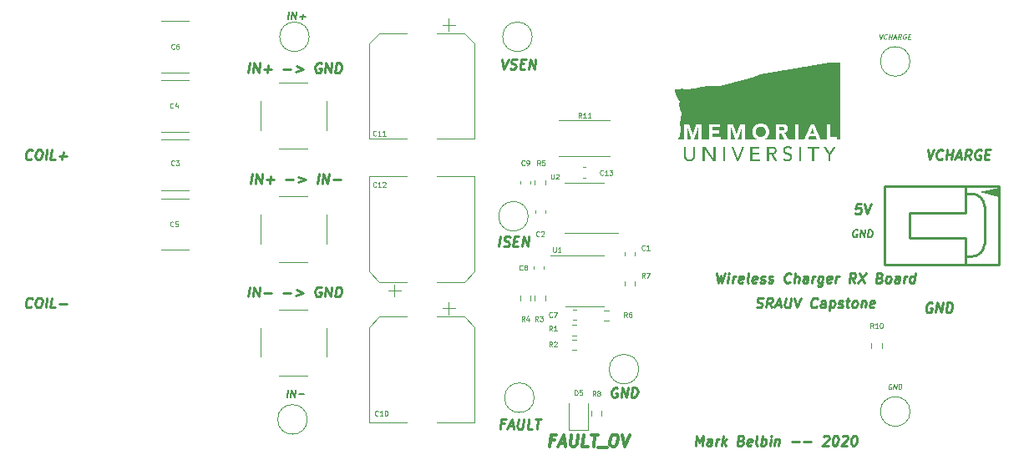
<source format=gbr>
%TF.GenerationSoftware,KiCad,Pcbnew,(5.1.8)-1*%
%TF.CreationDate,2020-11-17T00:12:26-08:00*%
%TF.ProjectId,WPT_RX,5750545f-5258-42e6-9b69-6361645f7063,rev?*%
%TF.SameCoordinates,Original*%
%TF.FileFunction,Legend,Top*%
%TF.FilePolarity,Positive*%
%FSLAX46Y46*%
G04 Gerber Fmt 4.6, Leading zero omitted, Abs format (unit mm)*
G04 Created by KiCad (PCBNEW (5.1.8)-1) date 2020-11-17 00:12:26*
%MOMM*%
%LPD*%
G01*
G04 APERTURE LIST*
%ADD10C,0.250000*%
%ADD11C,0.187500*%
%ADD12C,0.125000*%
%ADD13C,0.300000*%
%ADD14C,0.120000*%
%ADD15C,0.254000*%
%ADD16C,0.100000*%
G04 APERTURE END LIST*
D10*
X152339508Y-124252380D02*
X152464508Y-123252380D01*
X152774032Y-124204761D02*
X152910937Y-124252380D01*
X153149032Y-124252380D01*
X153250223Y-124204761D01*
X153303794Y-124157142D01*
X153363318Y-124061904D01*
X153375223Y-123966666D01*
X153339508Y-123871428D01*
X153297842Y-123823809D01*
X153208556Y-123776190D01*
X153024032Y-123728571D01*
X152934747Y-123680952D01*
X152893080Y-123633333D01*
X152857366Y-123538095D01*
X152869270Y-123442857D01*
X152928794Y-123347619D01*
X152982366Y-123300000D01*
X153083556Y-123252380D01*
X153321651Y-123252380D01*
X153458556Y-123300000D01*
X153833556Y-123728571D02*
X154166889Y-123728571D01*
X154244270Y-124252380D02*
X153768080Y-124252380D01*
X153893080Y-123252380D01*
X154369270Y-123252380D01*
X154672842Y-124252380D02*
X154797842Y-123252380D01*
X155244270Y-124252380D01*
X155369270Y-123252380D01*
D11*
X188686774Y-122625000D02*
X188619810Y-122589285D01*
X188512667Y-122589285D01*
X188401060Y-122625000D01*
X188320703Y-122696428D01*
X188276060Y-122767857D01*
X188222488Y-122910714D01*
X188209095Y-123017857D01*
X188226953Y-123160714D01*
X188253738Y-123232142D01*
X188316238Y-123303571D01*
X188418917Y-123339285D01*
X188490345Y-123339285D01*
X188601953Y-123303571D01*
X188642131Y-123267857D01*
X188673381Y-123017857D01*
X188530524Y-123017857D01*
X188954631Y-123339285D02*
X189048381Y-122589285D01*
X189383203Y-123339285D01*
X189476953Y-122589285D01*
X189740345Y-123339285D02*
X189834095Y-122589285D01*
X190012667Y-122589285D01*
X190115345Y-122625000D01*
X190177845Y-122696428D01*
X190204631Y-122767857D01*
X190222488Y-122910714D01*
X190209095Y-123017857D01*
X190155524Y-123160714D01*
X190110881Y-123232142D01*
X190030524Y-123303571D01*
X189918917Y-123339285D01*
X189740345Y-123339285D01*
D10*
X189076413Y-119952380D02*
X188600223Y-119952380D01*
X188493080Y-120428571D01*
X188546651Y-120380952D01*
X188647842Y-120333333D01*
X188885937Y-120333333D01*
X188975223Y-120380952D01*
X189016889Y-120428571D01*
X189052604Y-120523809D01*
X189022842Y-120761904D01*
X188963318Y-120857142D01*
X188909747Y-120904761D01*
X188808556Y-120952380D01*
X188570461Y-120952380D01*
X188481175Y-120904761D01*
X188439508Y-120857142D01*
X189409747Y-119952380D02*
X189618080Y-120952380D01*
X190076413Y-119952380D01*
D12*
X192124516Y-138250000D02*
X192079873Y-138226190D01*
X192008444Y-138226190D01*
X191934040Y-138250000D01*
X191880468Y-138297619D01*
X191850706Y-138345238D01*
X191814992Y-138440476D01*
X191806063Y-138511904D01*
X191817968Y-138607142D01*
X191835825Y-138654761D01*
X191877492Y-138702380D01*
X191945944Y-138726190D01*
X191993563Y-138726190D01*
X192067968Y-138702380D01*
X192094754Y-138678571D01*
X192115587Y-138511904D01*
X192020349Y-138511904D01*
X192303087Y-138726190D02*
X192365587Y-138226190D01*
X192588802Y-138726190D01*
X192651302Y-138226190D01*
X192826897Y-138726190D02*
X192889397Y-138226190D01*
X193008444Y-138226190D01*
X193076897Y-138250000D01*
X193118563Y-138297619D01*
X193136421Y-138345238D01*
X193148325Y-138440476D01*
X193139397Y-138511904D01*
X193103683Y-138607142D01*
X193073921Y-138654761D01*
X193020349Y-138702380D01*
X192945944Y-138726190D01*
X192826897Y-138726190D01*
D10*
X178421651Y-130404761D02*
X178558556Y-130452380D01*
X178796651Y-130452380D01*
X178897842Y-130404761D01*
X178951413Y-130357142D01*
X179010937Y-130261904D01*
X179022842Y-130166666D01*
X178987127Y-130071428D01*
X178945461Y-130023809D01*
X178856175Y-129976190D01*
X178671651Y-129928571D01*
X178582366Y-129880952D01*
X178540699Y-129833333D01*
X178504985Y-129738095D01*
X178516889Y-129642857D01*
X178576413Y-129547619D01*
X178629985Y-129500000D01*
X178731175Y-129452380D01*
X178969270Y-129452380D01*
X179106175Y-129500000D01*
X179987127Y-130452380D02*
X179713318Y-129976190D01*
X179415699Y-130452380D02*
X179540699Y-129452380D01*
X179921651Y-129452380D01*
X180010937Y-129500000D01*
X180052604Y-129547619D01*
X180088318Y-129642857D01*
X180070461Y-129785714D01*
X180010937Y-129880952D01*
X179957366Y-129928571D01*
X179856175Y-129976190D01*
X179475223Y-129976190D01*
X180403794Y-130166666D02*
X180879985Y-130166666D01*
X180272842Y-130452380D02*
X180731175Y-129452380D01*
X180939508Y-130452380D01*
X181397842Y-129452380D02*
X181296651Y-130261904D01*
X181332366Y-130357142D01*
X181374032Y-130404761D01*
X181463318Y-130452380D01*
X181653794Y-130452380D01*
X181754985Y-130404761D01*
X181808556Y-130357142D01*
X181868080Y-130261904D01*
X181969270Y-129452380D01*
X182302604Y-129452380D02*
X182510937Y-130452380D01*
X182969270Y-129452380D01*
X184522842Y-130357142D02*
X184469270Y-130404761D01*
X184320461Y-130452380D01*
X184225223Y-130452380D01*
X184088318Y-130404761D01*
X184004985Y-130309523D01*
X183969270Y-130214285D01*
X183945461Y-130023809D01*
X183963318Y-129880952D01*
X184034747Y-129690476D01*
X184094270Y-129595238D01*
X184201413Y-129500000D01*
X184350223Y-129452380D01*
X184445461Y-129452380D01*
X184582366Y-129500000D01*
X184624032Y-129547619D01*
X185368080Y-130452380D02*
X185433556Y-129928571D01*
X185397842Y-129833333D01*
X185308556Y-129785714D01*
X185118080Y-129785714D01*
X185016889Y-129833333D01*
X185374032Y-130404761D02*
X185272842Y-130452380D01*
X185034747Y-130452380D01*
X184945461Y-130404761D01*
X184909747Y-130309523D01*
X184921651Y-130214285D01*
X184981175Y-130119047D01*
X185082366Y-130071428D01*
X185320461Y-130071428D01*
X185421651Y-130023809D01*
X185927604Y-129785714D02*
X185802604Y-130785714D01*
X185921651Y-129833333D02*
X186022842Y-129785714D01*
X186213318Y-129785714D01*
X186302604Y-129833333D01*
X186344270Y-129880952D01*
X186379985Y-129976190D01*
X186344270Y-130261904D01*
X186284747Y-130357142D01*
X186231175Y-130404761D01*
X186129985Y-130452380D01*
X185939508Y-130452380D01*
X185850223Y-130404761D01*
X186707366Y-130404761D02*
X186796651Y-130452380D01*
X186987127Y-130452380D01*
X187088318Y-130404761D01*
X187147842Y-130309523D01*
X187153794Y-130261904D01*
X187118080Y-130166666D01*
X187028794Y-130119047D01*
X186885937Y-130119047D01*
X186796651Y-130071428D01*
X186760937Y-129976190D01*
X186766889Y-129928571D01*
X186826413Y-129833333D01*
X186927604Y-129785714D01*
X187070461Y-129785714D01*
X187159747Y-129833333D01*
X187499032Y-129785714D02*
X187879985Y-129785714D01*
X187683556Y-129452380D02*
X187576413Y-130309523D01*
X187612127Y-130404761D01*
X187701413Y-130452380D01*
X187796651Y-130452380D01*
X188272842Y-130452380D02*
X188183556Y-130404761D01*
X188141889Y-130357142D01*
X188106175Y-130261904D01*
X188141889Y-129976190D01*
X188201413Y-129880952D01*
X188254985Y-129833333D01*
X188356175Y-129785714D01*
X188499032Y-129785714D01*
X188588318Y-129833333D01*
X188629985Y-129880952D01*
X188665699Y-129976190D01*
X188629985Y-130261904D01*
X188570461Y-130357142D01*
X188516889Y-130404761D01*
X188415699Y-130452380D01*
X188272842Y-130452380D01*
X189118080Y-129785714D02*
X189034747Y-130452380D01*
X189106175Y-129880952D02*
X189159747Y-129833333D01*
X189260937Y-129785714D01*
X189403794Y-129785714D01*
X189493080Y-129833333D01*
X189528794Y-129928571D01*
X189463318Y-130452380D01*
X190326413Y-130404761D02*
X190225223Y-130452380D01*
X190034747Y-130452380D01*
X189945461Y-130404761D01*
X189909747Y-130309523D01*
X189957366Y-129928571D01*
X190016889Y-129833333D01*
X190118080Y-129785714D01*
X190308556Y-129785714D01*
X190397842Y-129833333D01*
X190433556Y-129928571D01*
X190421651Y-130023809D01*
X189933556Y-130119047D01*
X174421651Y-126952380D02*
X174534747Y-127952380D01*
X174814508Y-127238095D01*
X174915699Y-127952380D01*
X175278794Y-126952380D01*
X175534747Y-127952380D02*
X175618080Y-127285714D01*
X175659747Y-126952380D02*
X175606175Y-127000000D01*
X175647842Y-127047619D01*
X175701413Y-127000000D01*
X175659747Y-126952380D01*
X175647842Y-127047619D01*
X176010937Y-127952380D02*
X176094270Y-127285714D01*
X176070461Y-127476190D02*
X176129985Y-127380952D01*
X176183556Y-127333333D01*
X176284747Y-127285714D01*
X176379985Y-127285714D01*
X177016889Y-127904761D02*
X176915699Y-127952380D01*
X176725223Y-127952380D01*
X176635937Y-127904761D01*
X176600223Y-127809523D01*
X176647842Y-127428571D01*
X176707366Y-127333333D01*
X176808556Y-127285714D01*
X176999032Y-127285714D01*
X177088318Y-127333333D01*
X177124032Y-127428571D01*
X177112127Y-127523809D01*
X176624032Y-127619047D01*
X177629985Y-127952380D02*
X177540699Y-127904761D01*
X177504985Y-127809523D01*
X177612127Y-126952380D01*
X178397842Y-127904761D02*
X178296651Y-127952380D01*
X178106175Y-127952380D01*
X178016889Y-127904761D01*
X177981175Y-127809523D01*
X178028794Y-127428571D01*
X178088318Y-127333333D01*
X178189508Y-127285714D01*
X178379985Y-127285714D01*
X178469270Y-127333333D01*
X178504985Y-127428571D01*
X178493080Y-127523809D01*
X178004985Y-127619047D01*
X178826413Y-127904761D02*
X178915699Y-127952380D01*
X179106175Y-127952380D01*
X179207366Y-127904761D01*
X179266889Y-127809523D01*
X179272842Y-127761904D01*
X179237127Y-127666666D01*
X179147842Y-127619047D01*
X179004985Y-127619047D01*
X178915699Y-127571428D01*
X178879985Y-127476190D01*
X178885937Y-127428571D01*
X178945461Y-127333333D01*
X179046651Y-127285714D01*
X179189508Y-127285714D01*
X179278794Y-127333333D01*
X179635937Y-127904761D02*
X179725223Y-127952380D01*
X179915699Y-127952380D01*
X180016889Y-127904761D01*
X180076413Y-127809523D01*
X180082366Y-127761904D01*
X180046651Y-127666666D01*
X179957366Y-127619047D01*
X179814508Y-127619047D01*
X179725223Y-127571428D01*
X179689508Y-127476190D01*
X179695461Y-127428571D01*
X179754985Y-127333333D01*
X179856175Y-127285714D01*
X179999032Y-127285714D01*
X180088318Y-127333333D01*
X181832366Y-127857142D02*
X181778794Y-127904761D01*
X181629985Y-127952380D01*
X181534747Y-127952380D01*
X181397842Y-127904761D01*
X181314508Y-127809523D01*
X181278794Y-127714285D01*
X181254985Y-127523809D01*
X181272842Y-127380952D01*
X181344270Y-127190476D01*
X181403794Y-127095238D01*
X181510937Y-127000000D01*
X181659747Y-126952380D01*
X181754985Y-126952380D01*
X181891889Y-127000000D01*
X181933556Y-127047619D01*
X182249032Y-127952380D02*
X182374032Y-126952380D01*
X182677604Y-127952380D02*
X182743080Y-127428571D01*
X182707366Y-127333333D01*
X182618080Y-127285714D01*
X182475223Y-127285714D01*
X182374032Y-127333333D01*
X182320461Y-127380952D01*
X183582366Y-127952380D02*
X183647842Y-127428571D01*
X183612127Y-127333333D01*
X183522842Y-127285714D01*
X183332366Y-127285714D01*
X183231175Y-127333333D01*
X183588318Y-127904761D02*
X183487127Y-127952380D01*
X183249032Y-127952380D01*
X183159747Y-127904761D01*
X183124032Y-127809523D01*
X183135937Y-127714285D01*
X183195461Y-127619047D01*
X183296651Y-127571428D01*
X183534747Y-127571428D01*
X183635937Y-127523809D01*
X184058556Y-127952380D02*
X184141889Y-127285714D01*
X184118080Y-127476190D02*
X184177604Y-127380952D01*
X184231175Y-127333333D01*
X184332366Y-127285714D01*
X184427604Y-127285714D01*
X185189508Y-127285714D02*
X185088318Y-128095238D01*
X185028794Y-128190476D01*
X184975223Y-128238095D01*
X184874032Y-128285714D01*
X184731175Y-128285714D01*
X184641889Y-128238095D01*
X185112127Y-127904761D02*
X185010937Y-127952380D01*
X184820461Y-127952380D01*
X184731175Y-127904761D01*
X184689508Y-127857142D01*
X184653794Y-127761904D01*
X184689508Y-127476190D01*
X184749032Y-127380952D01*
X184802604Y-127333333D01*
X184903794Y-127285714D01*
X185094270Y-127285714D01*
X185183556Y-127333333D01*
X185969270Y-127904761D02*
X185868080Y-127952380D01*
X185677604Y-127952380D01*
X185588318Y-127904761D01*
X185552604Y-127809523D01*
X185600223Y-127428571D01*
X185659747Y-127333333D01*
X185760937Y-127285714D01*
X185951413Y-127285714D01*
X186040699Y-127333333D01*
X186076413Y-127428571D01*
X186064508Y-127523809D01*
X185576413Y-127619047D01*
X186439508Y-127952380D02*
X186522842Y-127285714D01*
X186499032Y-127476190D02*
X186558556Y-127380952D01*
X186612127Y-127333333D01*
X186713318Y-127285714D01*
X186808556Y-127285714D01*
X188391889Y-127952380D02*
X188118080Y-127476190D01*
X187820461Y-127952380D02*
X187945461Y-126952380D01*
X188326413Y-126952380D01*
X188415699Y-127000000D01*
X188457366Y-127047619D01*
X188493080Y-127142857D01*
X188475223Y-127285714D01*
X188415699Y-127380952D01*
X188362127Y-127428571D01*
X188260937Y-127476190D01*
X187879985Y-127476190D01*
X188850223Y-126952380D02*
X189391889Y-127952380D01*
X189516889Y-126952380D02*
X188725223Y-127952380D01*
X190933556Y-127428571D02*
X191070461Y-127476190D01*
X191112127Y-127523809D01*
X191147842Y-127619047D01*
X191129985Y-127761904D01*
X191070461Y-127857142D01*
X191016889Y-127904761D01*
X190915699Y-127952380D01*
X190534747Y-127952380D01*
X190659747Y-126952380D01*
X190993080Y-126952380D01*
X191082366Y-127000000D01*
X191124032Y-127047619D01*
X191159747Y-127142857D01*
X191147842Y-127238095D01*
X191088318Y-127333333D01*
X191034747Y-127380952D01*
X190933556Y-127428571D01*
X190600223Y-127428571D01*
X191677604Y-127952380D02*
X191588318Y-127904761D01*
X191546651Y-127857142D01*
X191510937Y-127761904D01*
X191546651Y-127476190D01*
X191606175Y-127380952D01*
X191659747Y-127333333D01*
X191760937Y-127285714D01*
X191903794Y-127285714D01*
X191993080Y-127333333D01*
X192034747Y-127380952D01*
X192070461Y-127476190D01*
X192034747Y-127761904D01*
X191975223Y-127857142D01*
X191921651Y-127904761D01*
X191820461Y-127952380D01*
X191677604Y-127952380D01*
X192868080Y-127952380D02*
X192933556Y-127428571D01*
X192897842Y-127333333D01*
X192808556Y-127285714D01*
X192618080Y-127285714D01*
X192516889Y-127333333D01*
X192874032Y-127904761D02*
X192772842Y-127952380D01*
X192534747Y-127952380D01*
X192445461Y-127904761D01*
X192409747Y-127809523D01*
X192421651Y-127714285D01*
X192481175Y-127619047D01*
X192582366Y-127571428D01*
X192820461Y-127571428D01*
X192921651Y-127523809D01*
X193344270Y-127952380D02*
X193427604Y-127285714D01*
X193403794Y-127476190D02*
X193463318Y-127380952D01*
X193516889Y-127333333D01*
X193618080Y-127285714D01*
X193713318Y-127285714D01*
X194391889Y-127952380D02*
X194516889Y-126952380D01*
X194397842Y-127904761D02*
X194296651Y-127952380D01*
X194106175Y-127952380D01*
X194016889Y-127904761D01*
X193975223Y-127857142D01*
X193939508Y-127761904D01*
X193975223Y-127476190D01*
X194034747Y-127380952D01*
X194088318Y-127333333D01*
X194189508Y-127285714D01*
X194379985Y-127285714D01*
X194469270Y-127333333D01*
X172272842Y-144452380D02*
X172397842Y-143452380D01*
X172641889Y-144166666D01*
X173064508Y-143452380D01*
X172939508Y-144452380D01*
X173844270Y-144452380D02*
X173909747Y-143928571D01*
X173874032Y-143833333D01*
X173784747Y-143785714D01*
X173594270Y-143785714D01*
X173493080Y-143833333D01*
X173850223Y-144404761D02*
X173749032Y-144452380D01*
X173510937Y-144452380D01*
X173421651Y-144404761D01*
X173385937Y-144309523D01*
X173397842Y-144214285D01*
X173457366Y-144119047D01*
X173558556Y-144071428D01*
X173796651Y-144071428D01*
X173897842Y-144023809D01*
X174320461Y-144452380D02*
X174403794Y-143785714D01*
X174379985Y-143976190D02*
X174439508Y-143880952D01*
X174493080Y-143833333D01*
X174594270Y-143785714D01*
X174689508Y-143785714D01*
X174939508Y-144452380D02*
X175064508Y-143452380D01*
X175082366Y-144071428D02*
X175320461Y-144452380D01*
X175403794Y-143785714D02*
X174975223Y-144166666D01*
X176909747Y-143928571D02*
X177046651Y-143976190D01*
X177088318Y-144023809D01*
X177124032Y-144119047D01*
X177106175Y-144261904D01*
X177046651Y-144357142D01*
X176993080Y-144404761D01*
X176891889Y-144452380D01*
X176510937Y-144452380D01*
X176635937Y-143452380D01*
X176969270Y-143452380D01*
X177058556Y-143500000D01*
X177100223Y-143547619D01*
X177135937Y-143642857D01*
X177124032Y-143738095D01*
X177064508Y-143833333D01*
X177010937Y-143880952D01*
X176909747Y-143928571D01*
X176576413Y-143928571D01*
X177897842Y-144404761D02*
X177796651Y-144452380D01*
X177606175Y-144452380D01*
X177516889Y-144404761D01*
X177481175Y-144309523D01*
X177528794Y-143928571D01*
X177588318Y-143833333D01*
X177689508Y-143785714D01*
X177879985Y-143785714D01*
X177969270Y-143833333D01*
X178004985Y-143928571D01*
X177993080Y-144023809D01*
X177504985Y-144119047D01*
X178510937Y-144452380D02*
X178421651Y-144404761D01*
X178385937Y-144309523D01*
X178493080Y-143452380D01*
X178891889Y-144452380D02*
X179016889Y-143452380D01*
X178969270Y-143833333D02*
X179070461Y-143785714D01*
X179260937Y-143785714D01*
X179350223Y-143833333D01*
X179391889Y-143880952D01*
X179427604Y-143976190D01*
X179391889Y-144261904D01*
X179332366Y-144357142D01*
X179278794Y-144404761D01*
X179177604Y-144452380D01*
X178987127Y-144452380D01*
X178897842Y-144404761D01*
X179796651Y-144452380D02*
X179879985Y-143785714D01*
X179921651Y-143452380D02*
X179868080Y-143500000D01*
X179909747Y-143547619D01*
X179963318Y-143500000D01*
X179921651Y-143452380D01*
X179909747Y-143547619D01*
X180356175Y-143785714D02*
X180272842Y-144452380D01*
X180344270Y-143880952D02*
X180397842Y-143833333D01*
X180499032Y-143785714D01*
X180641889Y-143785714D01*
X180731175Y-143833333D01*
X180766889Y-143928571D01*
X180701413Y-144452380D01*
X181987127Y-144071428D02*
X182749032Y-144071428D01*
X183225223Y-144071428D02*
X183987127Y-144071428D01*
X185243080Y-143547619D02*
X185296651Y-143500000D01*
X185397842Y-143452380D01*
X185635937Y-143452380D01*
X185725223Y-143500000D01*
X185766889Y-143547619D01*
X185802604Y-143642857D01*
X185790699Y-143738095D01*
X185725223Y-143880952D01*
X185082366Y-144452380D01*
X185701413Y-144452380D01*
X186445461Y-143452380D02*
X186540699Y-143452380D01*
X186629985Y-143500000D01*
X186671651Y-143547619D01*
X186707366Y-143642857D01*
X186731175Y-143833333D01*
X186701413Y-144071428D01*
X186629985Y-144261904D01*
X186570461Y-144357142D01*
X186516889Y-144404761D01*
X186415699Y-144452380D01*
X186320461Y-144452380D01*
X186231175Y-144404761D01*
X186189508Y-144357142D01*
X186153794Y-144261904D01*
X186129985Y-144071428D01*
X186159747Y-143833333D01*
X186231175Y-143642857D01*
X186290699Y-143547619D01*
X186344270Y-143500000D01*
X186445461Y-143452380D01*
X187147842Y-143547619D02*
X187201413Y-143500000D01*
X187302604Y-143452380D01*
X187540699Y-143452380D01*
X187629985Y-143500000D01*
X187671651Y-143547619D01*
X187707366Y-143642857D01*
X187695461Y-143738095D01*
X187629985Y-143880952D01*
X186987127Y-144452380D01*
X187606175Y-144452380D01*
X188350223Y-143452380D02*
X188445461Y-143452380D01*
X188534747Y-143500000D01*
X188576413Y-143547619D01*
X188612127Y-143642857D01*
X188635937Y-143833333D01*
X188606175Y-144071428D01*
X188534747Y-144261904D01*
X188475223Y-144357142D01*
X188421651Y-144404761D01*
X188320461Y-144452380D01*
X188225223Y-144452380D01*
X188135937Y-144404761D01*
X188094270Y-144357142D01*
X188058556Y-144261904D01*
X188034747Y-144071428D01*
X188064508Y-143833333D01*
X188135937Y-143642857D01*
X188195461Y-143547619D01*
X188249032Y-143500000D01*
X188350223Y-143452380D01*
D12*
X190889397Y-102726190D02*
X190993563Y-103226190D01*
X191222730Y-102726190D01*
X191618563Y-103178571D02*
X191591778Y-103202380D01*
X191517373Y-103226190D01*
X191469754Y-103226190D01*
X191401302Y-103202380D01*
X191359635Y-103154761D01*
X191341778Y-103107142D01*
X191329873Y-103011904D01*
X191338802Y-102940476D01*
X191374516Y-102845238D01*
X191404278Y-102797619D01*
X191457849Y-102750000D01*
X191532254Y-102726190D01*
X191579873Y-102726190D01*
X191648325Y-102750000D01*
X191669159Y-102773809D01*
X191826897Y-103226190D02*
X191889397Y-102726190D01*
X191859635Y-102964285D02*
X192145349Y-102964285D01*
X192112611Y-103226190D02*
X192175111Y-102726190D01*
X192344754Y-103083333D02*
X192582849Y-103083333D01*
X192279278Y-103226190D02*
X192508444Y-102726190D01*
X192612611Y-103226190D01*
X193064992Y-103226190D02*
X192928087Y-102988095D01*
X192779278Y-103226190D02*
X192841778Y-102726190D01*
X193032254Y-102726190D01*
X193076897Y-102750000D01*
X193097730Y-102773809D01*
X193115587Y-102821428D01*
X193106659Y-102892857D01*
X193076897Y-102940476D01*
X193050111Y-102964285D01*
X192999516Y-102988095D01*
X192809040Y-102988095D01*
X193600706Y-102750000D02*
X193556063Y-102726190D01*
X193484635Y-102726190D01*
X193410230Y-102750000D01*
X193356659Y-102797619D01*
X193326897Y-102845238D01*
X193291183Y-102940476D01*
X193282254Y-103011904D01*
X193294159Y-103107142D01*
X193312016Y-103154761D01*
X193353683Y-103202380D01*
X193422135Y-103226190D01*
X193469754Y-103226190D01*
X193544159Y-103202380D01*
X193570944Y-103178571D01*
X193591778Y-103011904D01*
X193496540Y-103011904D01*
X193812016Y-102964285D02*
X193978683Y-102964285D01*
X194017373Y-103226190D02*
X193779278Y-103226190D01*
X193841778Y-102726190D01*
X194079873Y-102726190D01*
D10*
X196249032Y-130000000D02*
X196159747Y-129952380D01*
X196016889Y-129952380D01*
X195868080Y-130000000D01*
X195760937Y-130095238D01*
X195701413Y-130190476D01*
X195629985Y-130380952D01*
X195612127Y-130523809D01*
X195635937Y-130714285D01*
X195671651Y-130809523D01*
X195754985Y-130904761D01*
X195891889Y-130952380D01*
X195987127Y-130952380D01*
X196135937Y-130904761D01*
X196189508Y-130857142D01*
X196231175Y-130523809D01*
X196040699Y-130523809D01*
X196606175Y-130952380D02*
X196731175Y-129952380D01*
X197177604Y-130952380D01*
X197302604Y-129952380D01*
X197653794Y-130952380D02*
X197778794Y-129952380D01*
X198016889Y-129952380D01*
X198153794Y-130000000D01*
X198237127Y-130095238D01*
X198272842Y-130190476D01*
X198296651Y-130380952D01*
X198278794Y-130523809D01*
X198207366Y-130714285D01*
X198147842Y-130809523D01*
X198040699Y-130904761D01*
X197891889Y-130952380D01*
X197653794Y-130952380D01*
X195778794Y-114452380D02*
X195987127Y-115452380D01*
X196445461Y-114452380D01*
X197237127Y-115357142D02*
X197183556Y-115404761D01*
X197034747Y-115452380D01*
X196939508Y-115452380D01*
X196802604Y-115404761D01*
X196719270Y-115309523D01*
X196683556Y-115214285D01*
X196659747Y-115023809D01*
X196677604Y-114880952D01*
X196749032Y-114690476D01*
X196808556Y-114595238D01*
X196915699Y-114500000D01*
X197064508Y-114452380D01*
X197159747Y-114452380D01*
X197296651Y-114500000D01*
X197338318Y-114547619D01*
X197653794Y-115452380D02*
X197778794Y-114452380D01*
X197719270Y-114928571D02*
X198290699Y-114928571D01*
X198225223Y-115452380D02*
X198350223Y-114452380D01*
X198689508Y-115166666D02*
X199165699Y-115166666D01*
X198558556Y-115452380D02*
X199016889Y-114452380D01*
X199225223Y-115452380D01*
X200129985Y-115452380D02*
X199856175Y-114976190D01*
X199558556Y-115452380D02*
X199683556Y-114452380D01*
X200064508Y-114452380D01*
X200153794Y-114500000D01*
X200195461Y-114547619D01*
X200231175Y-114642857D01*
X200213318Y-114785714D01*
X200153794Y-114880952D01*
X200100223Y-114928571D01*
X199999032Y-114976190D01*
X199618080Y-114976190D01*
X201201413Y-114500000D02*
X201112127Y-114452380D01*
X200969270Y-114452380D01*
X200820461Y-114500000D01*
X200713318Y-114595238D01*
X200653794Y-114690476D01*
X200582366Y-114880952D01*
X200564508Y-115023809D01*
X200588318Y-115214285D01*
X200624032Y-115309523D01*
X200707366Y-115404761D01*
X200844270Y-115452380D01*
X200939508Y-115452380D01*
X201088318Y-115404761D01*
X201141889Y-115357142D01*
X201183556Y-115023809D01*
X200993080Y-115023809D01*
X201624032Y-114928571D02*
X201957366Y-114928571D01*
X202034747Y-115452380D02*
X201558556Y-115452380D01*
X201683556Y-114452380D01*
X202159747Y-114452380D01*
X104927604Y-130357142D02*
X104874032Y-130404761D01*
X104725223Y-130452380D01*
X104629985Y-130452380D01*
X104493080Y-130404761D01*
X104409747Y-130309523D01*
X104374032Y-130214285D01*
X104350223Y-130023809D01*
X104368080Y-129880952D01*
X104439508Y-129690476D01*
X104499032Y-129595238D01*
X104606175Y-129500000D01*
X104754985Y-129452380D01*
X104850223Y-129452380D01*
X104987127Y-129500000D01*
X105028794Y-129547619D01*
X105659747Y-129452380D02*
X105850223Y-129452380D01*
X105939508Y-129500000D01*
X106022842Y-129595238D01*
X106046651Y-129785714D01*
X106004985Y-130119047D01*
X105933556Y-130309523D01*
X105826413Y-130404761D01*
X105725223Y-130452380D01*
X105534747Y-130452380D01*
X105445461Y-130404761D01*
X105362127Y-130309523D01*
X105338318Y-130119047D01*
X105379985Y-129785714D01*
X105451413Y-129595238D01*
X105558556Y-129500000D01*
X105659747Y-129452380D01*
X106391889Y-130452380D02*
X106516889Y-129452380D01*
X107344270Y-130452380D02*
X106868080Y-130452380D01*
X106993080Y-129452380D01*
X107725223Y-130071428D02*
X108487127Y-130071428D01*
X104927604Y-115357142D02*
X104874032Y-115404761D01*
X104725223Y-115452380D01*
X104629985Y-115452380D01*
X104493080Y-115404761D01*
X104409747Y-115309523D01*
X104374032Y-115214285D01*
X104350223Y-115023809D01*
X104368080Y-114880952D01*
X104439508Y-114690476D01*
X104499032Y-114595238D01*
X104606175Y-114500000D01*
X104754985Y-114452380D01*
X104850223Y-114452380D01*
X104987127Y-114500000D01*
X105028794Y-114547619D01*
X105659747Y-114452380D02*
X105850223Y-114452380D01*
X105939508Y-114500000D01*
X106022842Y-114595238D01*
X106046651Y-114785714D01*
X106004985Y-115119047D01*
X105933556Y-115309523D01*
X105826413Y-115404761D01*
X105725223Y-115452380D01*
X105534747Y-115452380D01*
X105445461Y-115404761D01*
X105362127Y-115309523D01*
X105338318Y-115119047D01*
X105379985Y-114785714D01*
X105451413Y-114595238D01*
X105558556Y-114500000D01*
X105659747Y-114452380D01*
X106391889Y-115452380D02*
X106516889Y-114452380D01*
X107344270Y-115452380D02*
X106868080Y-115452380D01*
X106993080Y-114452380D01*
X107725223Y-115071428D02*
X108487127Y-115071428D01*
X108058556Y-115452380D02*
X108153794Y-114690476D01*
D11*
X130861774Y-139539285D02*
X130955524Y-138789285D01*
X131218917Y-139539285D02*
X131312667Y-138789285D01*
X131647488Y-139539285D01*
X131741238Y-138789285D01*
X132040345Y-139253571D02*
X132611774Y-139253571D01*
D10*
X127168080Y-117852380D02*
X127293080Y-116852380D01*
X127644270Y-117852380D02*
X127769270Y-116852380D01*
X128215699Y-117852380D01*
X128340699Y-116852380D01*
X128739508Y-117471428D02*
X129501413Y-117471428D01*
X129072842Y-117852380D02*
X129168080Y-117090476D01*
X130739508Y-117471428D02*
X131501413Y-117471428D01*
X132013318Y-117185714D02*
X132739508Y-117471428D01*
X131941889Y-117757142D01*
X133929985Y-117852380D02*
X134054985Y-116852380D01*
X134406175Y-117852380D02*
X134531175Y-116852380D01*
X134977604Y-117852380D01*
X135102604Y-116852380D01*
X135501413Y-117471428D02*
X136263318Y-117471428D01*
X126925223Y-129352380D02*
X127050223Y-128352380D01*
X127401413Y-129352380D02*
X127526413Y-128352380D01*
X127972842Y-129352380D01*
X128097842Y-128352380D01*
X128496651Y-128971428D02*
X129258556Y-128971428D01*
X130496651Y-128971428D02*
X131258556Y-128971428D01*
X131770461Y-128685714D02*
X132496651Y-128971428D01*
X131699032Y-129257142D01*
X134329985Y-128400000D02*
X134240699Y-128352380D01*
X134097842Y-128352380D01*
X133949032Y-128400000D01*
X133841889Y-128495238D01*
X133782366Y-128590476D01*
X133710937Y-128780952D01*
X133693080Y-128923809D01*
X133716889Y-129114285D01*
X133752604Y-129209523D01*
X133835937Y-129304761D01*
X133972842Y-129352380D01*
X134068080Y-129352380D01*
X134216889Y-129304761D01*
X134270461Y-129257142D01*
X134312127Y-128923809D01*
X134121651Y-128923809D01*
X134687127Y-129352380D02*
X134812127Y-128352380D01*
X135258556Y-129352380D01*
X135383556Y-128352380D01*
X135734747Y-129352380D02*
X135859747Y-128352380D01*
X136097842Y-128352380D01*
X136234747Y-128400000D01*
X136318080Y-128495238D01*
X136353794Y-128590476D01*
X136377604Y-128780952D01*
X136359747Y-128923809D01*
X136288318Y-129114285D01*
X136228794Y-129209523D01*
X136121651Y-129304761D01*
X135972842Y-129352380D01*
X135734747Y-129352380D01*
D11*
X130961774Y-101239285D02*
X131055524Y-100489285D01*
X131318917Y-101239285D02*
X131412667Y-100489285D01*
X131747488Y-101239285D01*
X131841238Y-100489285D01*
X132140345Y-100953571D02*
X132711774Y-100953571D01*
X132390345Y-101239285D02*
X132461774Y-100667857D01*
D10*
X126925223Y-106652380D02*
X127050223Y-105652380D01*
X127401413Y-106652380D02*
X127526413Y-105652380D01*
X127972842Y-106652380D01*
X128097842Y-105652380D01*
X128496651Y-106271428D02*
X129258556Y-106271428D01*
X128829985Y-106652380D02*
X128925223Y-105890476D01*
X130496651Y-106271428D02*
X131258556Y-106271428D01*
X131770461Y-105985714D02*
X132496651Y-106271428D01*
X131699032Y-106557142D01*
X134329985Y-105700000D02*
X134240699Y-105652380D01*
X134097842Y-105652380D01*
X133949032Y-105700000D01*
X133841889Y-105795238D01*
X133782366Y-105890476D01*
X133710937Y-106080952D01*
X133693080Y-106223809D01*
X133716889Y-106414285D01*
X133752604Y-106509523D01*
X133835937Y-106604761D01*
X133972842Y-106652380D01*
X134068080Y-106652380D01*
X134216889Y-106604761D01*
X134270461Y-106557142D01*
X134312127Y-106223809D01*
X134121651Y-106223809D01*
X134687127Y-106652380D02*
X134812127Y-105652380D01*
X135258556Y-106652380D01*
X135383556Y-105652380D01*
X135734747Y-106652380D02*
X135859747Y-105652380D01*
X136097842Y-105652380D01*
X136234747Y-105700000D01*
X136318080Y-105795238D01*
X136353794Y-105890476D01*
X136377604Y-106080952D01*
X136359747Y-106223809D01*
X136288318Y-106414285D01*
X136228794Y-106509523D01*
X136121651Y-106604761D01*
X135972842Y-106652380D01*
X135734747Y-106652380D01*
X152631175Y-105252380D02*
X152839508Y-106252380D01*
X153297842Y-105252380D01*
X153464508Y-106204761D02*
X153601413Y-106252380D01*
X153839508Y-106252380D01*
X153940699Y-106204761D01*
X153994270Y-106157142D01*
X154053794Y-106061904D01*
X154065699Y-105966666D01*
X154029985Y-105871428D01*
X153988318Y-105823809D01*
X153899032Y-105776190D01*
X153714508Y-105728571D01*
X153625223Y-105680952D01*
X153583556Y-105633333D01*
X153547842Y-105538095D01*
X153559747Y-105442857D01*
X153619270Y-105347619D01*
X153672842Y-105300000D01*
X153774032Y-105252380D01*
X154012127Y-105252380D01*
X154149032Y-105300000D01*
X154524032Y-105728571D02*
X154857366Y-105728571D01*
X154934747Y-106252380D02*
X154458556Y-106252380D01*
X154583556Y-105252380D01*
X155059747Y-105252380D01*
X155363318Y-106252380D02*
X155488318Y-105252380D01*
X155934747Y-106252380D01*
X156059747Y-105252380D01*
X152862127Y-142228571D02*
X152528794Y-142228571D01*
X152463318Y-142752380D02*
X152588318Y-141752380D01*
X153064508Y-141752380D01*
X153308556Y-142466666D02*
X153784747Y-142466666D01*
X153177604Y-142752380D02*
X153635937Y-141752380D01*
X153844270Y-142752380D01*
X154302604Y-141752380D02*
X154201413Y-142561904D01*
X154237127Y-142657142D01*
X154278794Y-142704761D01*
X154368080Y-142752380D01*
X154558556Y-142752380D01*
X154659747Y-142704761D01*
X154713318Y-142657142D01*
X154772842Y-142561904D01*
X154874032Y-141752380D01*
X155701413Y-142752380D02*
X155225223Y-142752380D01*
X155350223Y-141752380D01*
X156016889Y-141752380D02*
X156588318Y-141752380D01*
X156177604Y-142752380D02*
X156302604Y-141752380D01*
X164349032Y-138600000D02*
X164259747Y-138552380D01*
X164116889Y-138552380D01*
X163968080Y-138600000D01*
X163860937Y-138695238D01*
X163801413Y-138790476D01*
X163729985Y-138980952D01*
X163712127Y-139123809D01*
X163735937Y-139314285D01*
X163771651Y-139409523D01*
X163854985Y-139504761D01*
X163991889Y-139552380D01*
X164087127Y-139552380D01*
X164235937Y-139504761D01*
X164289508Y-139457142D01*
X164331175Y-139123809D01*
X164140699Y-139123809D01*
X164706175Y-139552380D02*
X164831175Y-138552380D01*
X165277604Y-139552380D01*
X165402604Y-138552380D01*
X165753794Y-139552380D02*
X165878794Y-138552380D01*
X166116889Y-138552380D01*
X166253794Y-138600000D01*
X166337127Y-138695238D01*
X166372842Y-138790476D01*
X166396651Y-138980952D01*
X166378794Y-139123809D01*
X166307366Y-139314285D01*
X166247842Y-139409523D01*
X166140699Y-139504761D01*
X165991889Y-139552380D01*
X165753794Y-139552380D01*
D13*
X157934553Y-143914285D02*
X157534553Y-143914285D01*
X157455982Y-144542857D02*
X157605982Y-143342857D01*
X158177410Y-143342857D01*
X158470267Y-144200000D02*
X159041696Y-144200000D01*
X158313125Y-144542857D02*
X158863125Y-143342857D01*
X159113125Y-144542857D01*
X159663125Y-143342857D02*
X159541696Y-144314285D01*
X159584553Y-144428571D01*
X159634553Y-144485714D01*
X159741696Y-144542857D01*
X159970267Y-144542857D01*
X160091696Y-144485714D01*
X160155982Y-144428571D01*
X160227410Y-144314285D01*
X160348839Y-143342857D01*
X161341696Y-144542857D02*
X160770267Y-144542857D01*
X160920267Y-143342857D01*
X161720267Y-143342857D02*
X162405982Y-143342857D01*
X161913125Y-144542857D02*
X162063125Y-143342857D01*
X162355982Y-144657142D02*
X163270267Y-144657142D01*
X163948839Y-143342857D02*
X164177410Y-143342857D01*
X164284553Y-143400000D01*
X164384553Y-143514285D01*
X164413125Y-143742857D01*
X164363125Y-144142857D01*
X164277410Y-144371428D01*
X164148839Y-144485714D01*
X164027410Y-144542857D01*
X163798839Y-144542857D01*
X163691696Y-144485714D01*
X163591696Y-144371428D01*
X163563125Y-144142857D01*
X163613125Y-143742857D01*
X163698839Y-143514285D01*
X163827410Y-143400000D01*
X163948839Y-143342857D01*
X164805982Y-143342857D02*
X165055982Y-144542857D01*
X165605982Y-143342857D01*
D14*
%TO.C,C10*%
X147885000Y-130525000D02*
X146635000Y-130525000D01*
X147260000Y-129900000D02*
X147260000Y-131150000D01*
X140204437Y-131390000D02*
X139140000Y-132454437D01*
X148795563Y-131390000D02*
X149860000Y-132454437D01*
X148795563Y-131390000D02*
X146010000Y-131390000D01*
X140204437Y-131390000D02*
X142990000Y-131390000D01*
X139140000Y-132454437D02*
X139140000Y-142110000D01*
X149860000Y-132454437D02*
X149860000Y-142110000D01*
X149860000Y-142110000D02*
X146010000Y-142110000D01*
X139140000Y-142110000D02*
X142990000Y-142110000D01*
%TO.C,C1*%
X166110000Y-125140580D02*
X166110000Y-124859420D01*
X165090000Y-125140580D02*
X165090000Y-124859420D01*
%TO.C,C2*%
X157010000Y-120584420D02*
X157010000Y-120865580D01*
X155990000Y-120584420D02*
X155990000Y-120865580D01*
%TO.C,C3*%
X120915748Y-113390000D02*
X118084252Y-113390000D01*
X120915748Y-118610000D02*
X118084252Y-118610000D01*
%TO.C,C4*%
X120915748Y-112610000D02*
X118084252Y-112610000D01*
X120915748Y-107390000D02*
X118084252Y-107390000D01*
%TO.C,C5*%
X120915748Y-119390000D02*
X118084252Y-119390000D01*
X120915748Y-124610000D02*
X118084252Y-124610000D01*
%TO.C,C6*%
X120915748Y-106610000D02*
X118084252Y-106610000D01*
X120915748Y-101390000D02*
X118084252Y-101390000D01*
%TO.C,C7*%
X160140580Y-131710000D02*
X159859420Y-131710000D01*
X160140580Y-130690000D02*
X159859420Y-130690000D01*
%TO.C,C8*%
X156910000Y-126565580D02*
X156910000Y-126284420D01*
X155890000Y-126565580D02*
X155890000Y-126284420D01*
%TO.C,C9*%
X154490000Y-117609420D02*
X154490000Y-117890580D01*
X155510000Y-117609420D02*
X155510000Y-117890580D01*
%TO.C,C11*%
X139140000Y-113360000D02*
X142990000Y-113360000D01*
X149860000Y-113360000D02*
X146010000Y-113360000D01*
X149860000Y-103704437D02*
X149860000Y-113360000D01*
X139140000Y-103704437D02*
X139140000Y-113360000D01*
X140204437Y-102640000D02*
X142990000Y-102640000D01*
X148795563Y-102640000D02*
X146010000Y-102640000D01*
X148795563Y-102640000D02*
X149860000Y-103704437D01*
X140204437Y-102640000D02*
X139140000Y-103704437D01*
X147260000Y-101150000D02*
X147260000Y-102400000D01*
X147885000Y-101775000D02*
X146635000Y-101775000D01*
%TO.C,C12*%
X141115000Y-128725000D02*
X142365000Y-128725000D01*
X141740000Y-129350000D02*
X141740000Y-128100000D01*
X148795563Y-127860000D02*
X149860000Y-126795563D01*
X140204437Y-127860000D02*
X139140000Y-126795563D01*
X140204437Y-127860000D02*
X142990000Y-127860000D01*
X148795563Y-127860000D02*
X146010000Y-127860000D01*
X149860000Y-126795563D02*
X149860000Y-117140000D01*
X139140000Y-126795563D02*
X139140000Y-117140000D01*
X139140000Y-117140000D02*
X142990000Y-117140000D01*
X149860000Y-117140000D02*
X146010000Y-117140000D01*
%TO.C,D5*%
X161360000Y-142885000D02*
X161360000Y-140200000D01*
X159440000Y-142885000D02*
X161360000Y-142885000D01*
X159440000Y-140200000D02*
X159440000Y-142885000D01*
%TO.C,J3*%
X128145000Y-121050000D02*
X128145000Y-123950000D01*
X134855000Y-121050000D02*
X134855000Y-123950000D01*
X130050000Y-125855000D02*
X132950000Y-125855000D01*
X130050000Y-119145000D02*
X132950000Y-119145000D01*
%TO.C,J4*%
X128145000Y-109550000D02*
X128145000Y-112450000D01*
X134855000Y-109550000D02*
X134855000Y-112450000D01*
X130050000Y-114355000D02*
X132950000Y-114355000D01*
X130050000Y-107645000D02*
X132950000Y-107645000D01*
%TO.C,J5*%
X130050000Y-130645000D02*
X132950000Y-130645000D01*
X130050000Y-137355000D02*
X132950000Y-137355000D01*
X134855000Y-132550000D02*
X134855000Y-135450000D01*
X128145000Y-132550000D02*
X128145000Y-135450000D01*
D15*
%TO.C,J8*%
X202973800Y-126068800D02*
X202973800Y-118131200D01*
X199640000Y-120830000D02*
X193925000Y-120830000D01*
X193925000Y-120830000D02*
X193925000Y-123370000D01*
X193925000Y-123370000D02*
X199640000Y-123370000D01*
X202973800Y-118131200D02*
X199640000Y-118131200D01*
X199640000Y-118131200D02*
X199640000Y-118925000D01*
X199640000Y-118925000D02*
X199640000Y-120830000D01*
X199640000Y-123370000D02*
X199640000Y-125275000D01*
X199640000Y-125275000D02*
X199640000Y-126068800D01*
X199640000Y-126068800D02*
X202973800Y-126068800D01*
X199640000Y-118925000D02*
X200275000Y-118925000D01*
X201545000Y-120195000D02*
X201545000Y-124005000D01*
X200275000Y-125275000D02*
X199640000Y-125275000D01*
X199640000Y-118131200D02*
X191385000Y-118131200D01*
X191385000Y-118131200D02*
X191385000Y-126068800D01*
X191385000Y-126068800D02*
X199640000Y-126068800D01*
D16*
G36*
X202973800Y-118290000D02*
G01*
X201068900Y-118766200D01*
X202973800Y-119242500D01*
X202973800Y-118290000D01*
G37*
D15*
X200275000Y-125275000D02*
G75*
G03*
X201545000Y-124005000I0J1270000D01*
G01*
X201545000Y-120195000D02*
G75*
G03*
X200275000Y-118925000I-1270000J0D01*
G01*
D14*
%TO.C,R1*%
X159712742Y-133272500D02*
X160187258Y-133272500D01*
X159712742Y-132227500D02*
X160187258Y-132227500D01*
%TO.C,R2*%
X160187258Y-133727500D02*
X159712742Y-133727500D01*
X160187258Y-134772500D02*
X159712742Y-134772500D01*
%TO.C,R3*%
X157022500Y-129737258D02*
X157022500Y-129262742D01*
X155977500Y-129737258D02*
X155977500Y-129262742D01*
%TO.C,R4*%
X155522500Y-129262742D02*
X155522500Y-129737258D01*
X154477500Y-129262742D02*
X154477500Y-129737258D01*
%TO.C,R5*%
X155977500Y-117987258D02*
X155977500Y-117512742D01*
X157022500Y-117987258D02*
X157022500Y-117512742D01*
%TO.C,R6*%
X163437258Y-131772500D02*
X162962742Y-131772500D01*
X163437258Y-130727500D02*
X162962742Y-130727500D01*
%TO.C,R7*%
X165077500Y-127762742D02*
X165077500Y-128237258D01*
X166122500Y-127762742D02*
X166122500Y-128237258D01*
%TO.C,R8*%
X162722500Y-140962742D02*
X162722500Y-141437258D01*
X161677500Y-140962742D02*
X161677500Y-141437258D01*
%TO.C,R10*%
X190077500Y-134062742D02*
X190077500Y-134537258D01*
X191122500Y-134062742D02*
X191122500Y-134537258D01*
%TO.C,R11*%
X158400000Y-111430000D02*
X163600000Y-111430000D01*
X163600000Y-115070000D02*
X158400000Y-115070000D01*
%TO.C,U1*%
X161000000Y-130310000D02*
X162950000Y-130310000D01*
X161000000Y-130310000D02*
X159050000Y-130310000D01*
X161000000Y-125190000D02*
X162950000Y-125190000D01*
X161000000Y-125190000D02*
X157550000Y-125190000D01*
%TO.C,U2*%
X160975000Y-122925000D02*
X164425000Y-122925000D01*
X160975000Y-122925000D02*
X159025000Y-122925000D01*
X160975000Y-117805000D02*
X162925000Y-117805000D01*
X160975000Y-117805000D02*
X159025000Y-117805000D01*
D16*
%TO.C,U3*%
G36*
X185610000Y-105660000D02*
G01*
X186910000Y-105660000D01*
X186910000Y-105640000D01*
X185610000Y-105640000D01*
X185610000Y-105660000D01*
G37*
G36*
X185510000Y-105680000D02*
G01*
X186910000Y-105680000D01*
X186910000Y-105660000D01*
X185510000Y-105660000D01*
X185510000Y-105680000D01*
G37*
G36*
X185390000Y-105700000D02*
G01*
X186910000Y-105700000D01*
X186910000Y-105680000D01*
X185390000Y-105680000D01*
X185390000Y-105700000D01*
G37*
G36*
X185270000Y-105720000D02*
G01*
X186910000Y-105720000D01*
X186910000Y-105700000D01*
X185270000Y-105700000D01*
X185270000Y-105720000D01*
G37*
G36*
X185150000Y-105740000D02*
G01*
X186910000Y-105740000D01*
X186910000Y-105720000D01*
X185150000Y-105720000D01*
X185150000Y-105740000D01*
G37*
G36*
X185030000Y-105760000D02*
G01*
X186910000Y-105760000D01*
X186910000Y-105740000D01*
X185030000Y-105740000D01*
X185030000Y-105760000D01*
G37*
G36*
X184910000Y-105780000D02*
G01*
X186910000Y-105780000D01*
X186910000Y-105760000D01*
X184910000Y-105760000D01*
X184910000Y-105780000D01*
G37*
G36*
X184790000Y-105800000D02*
G01*
X186910000Y-105800000D01*
X186910000Y-105780000D01*
X184790000Y-105780000D01*
X184790000Y-105800000D01*
G37*
G36*
X184670000Y-105820000D02*
G01*
X186910000Y-105820000D01*
X186910000Y-105800000D01*
X184670000Y-105800000D01*
X184670000Y-105820000D01*
G37*
G36*
X184570000Y-105840000D02*
G01*
X186910000Y-105840000D01*
X186910000Y-105820000D01*
X184570000Y-105820000D01*
X184570000Y-105840000D01*
G37*
G36*
X184450000Y-105860000D02*
G01*
X186910000Y-105860000D01*
X186910000Y-105840000D01*
X184450000Y-105840000D01*
X184450000Y-105860000D01*
G37*
G36*
X184330000Y-105880000D02*
G01*
X186910000Y-105880000D01*
X186910000Y-105860000D01*
X184330000Y-105860000D01*
X184330000Y-105880000D01*
G37*
G36*
X184210000Y-105900000D02*
G01*
X186910000Y-105900000D01*
X186910000Y-105880000D01*
X184210000Y-105880000D01*
X184210000Y-105900000D01*
G37*
G36*
X184090000Y-105920000D02*
G01*
X186910000Y-105920000D01*
X186910000Y-105900000D01*
X184090000Y-105900000D01*
X184090000Y-105920000D01*
G37*
G36*
X183970000Y-105940000D02*
G01*
X186910000Y-105940000D01*
X186910000Y-105920000D01*
X183970000Y-105920000D01*
X183970000Y-105940000D01*
G37*
G36*
X183850000Y-105960000D02*
G01*
X186910000Y-105960000D01*
X186910000Y-105940000D01*
X183850000Y-105940000D01*
X183850000Y-105960000D01*
G37*
G36*
X183730000Y-105980000D02*
G01*
X186910000Y-105980000D01*
X186910000Y-105960000D01*
X183730000Y-105960000D01*
X183730000Y-105980000D01*
G37*
G36*
X183630000Y-106000000D02*
G01*
X186910000Y-106000000D01*
X186910000Y-105980000D01*
X183630000Y-105980000D01*
X183630000Y-106000000D01*
G37*
G36*
X183510000Y-106020000D02*
G01*
X186910000Y-106020000D01*
X186910000Y-106000000D01*
X183510000Y-106000000D01*
X183510000Y-106020000D01*
G37*
G36*
X183390000Y-106040000D02*
G01*
X186910000Y-106040000D01*
X186910000Y-106020000D01*
X183390000Y-106020000D01*
X183390000Y-106040000D01*
G37*
G36*
X183270000Y-106060000D02*
G01*
X186910000Y-106060000D01*
X186910000Y-106040000D01*
X183270000Y-106040000D01*
X183270000Y-106060000D01*
G37*
G36*
X183150000Y-106080000D02*
G01*
X186910000Y-106080000D01*
X186910000Y-106060000D01*
X183150000Y-106060000D01*
X183150000Y-106080000D01*
G37*
G36*
X183030000Y-106100000D02*
G01*
X186910000Y-106100000D01*
X186910000Y-106080000D01*
X183030000Y-106080000D01*
X183030000Y-106100000D01*
G37*
G36*
X182910000Y-106120000D02*
G01*
X186910000Y-106120000D01*
X186910000Y-106100000D01*
X182910000Y-106100000D01*
X182910000Y-106120000D01*
G37*
G36*
X182790000Y-106140000D02*
G01*
X186910000Y-106140000D01*
X186910000Y-106120000D01*
X182790000Y-106120000D01*
X182790000Y-106140000D01*
G37*
G36*
X182690000Y-106160000D02*
G01*
X186910000Y-106160000D01*
X186910000Y-106140000D01*
X182690000Y-106140000D01*
X182690000Y-106160000D01*
G37*
G36*
X182570000Y-106180000D02*
G01*
X186910000Y-106180000D01*
X186910000Y-106160000D01*
X182570000Y-106160000D01*
X182570000Y-106180000D01*
G37*
G36*
X182450000Y-106200000D02*
G01*
X186910000Y-106200000D01*
X186910000Y-106180000D01*
X182450000Y-106180000D01*
X182450000Y-106200000D01*
G37*
G36*
X182330000Y-106220000D02*
G01*
X186910000Y-106220000D01*
X186910000Y-106200000D01*
X182330000Y-106200000D01*
X182330000Y-106220000D01*
G37*
G36*
X182210000Y-106240000D02*
G01*
X186910000Y-106240000D01*
X186910000Y-106220000D01*
X182210000Y-106220000D01*
X182210000Y-106240000D01*
G37*
G36*
X182090000Y-106260000D02*
G01*
X186910000Y-106260000D01*
X186910000Y-106240000D01*
X182090000Y-106240000D01*
X182090000Y-106260000D01*
G37*
G36*
X181970000Y-106280000D02*
G01*
X186910000Y-106280000D01*
X186910000Y-106260000D01*
X181970000Y-106260000D01*
X181970000Y-106280000D01*
G37*
G36*
X181850000Y-106300000D02*
G01*
X186910000Y-106300000D01*
X186910000Y-106280000D01*
X181850000Y-106280000D01*
X181850000Y-106300000D01*
G37*
G36*
X181750000Y-106320000D02*
G01*
X186910000Y-106320000D01*
X186910000Y-106300000D01*
X181750000Y-106300000D01*
X181750000Y-106320000D01*
G37*
G36*
X181630000Y-106340000D02*
G01*
X186910000Y-106340000D01*
X186910000Y-106320000D01*
X181630000Y-106320000D01*
X181630000Y-106340000D01*
G37*
G36*
X181510000Y-106360000D02*
G01*
X186910000Y-106360000D01*
X186910000Y-106340000D01*
X181510000Y-106340000D01*
X181510000Y-106360000D01*
G37*
G36*
X181390000Y-106380000D02*
G01*
X186910000Y-106380000D01*
X186910000Y-106360000D01*
X181390000Y-106360000D01*
X181390000Y-106380000D01*
G37*
G36*
X181270000Y-106400000D02*
G01*
X186910000Y-106400000D01*
X186910000Y-106380000D01*
X181270000Y-106380000D01*
X181270000Y-106400000D01*
G37*
G36*
X181150000Y-106420000D02*
G01*
X186910000Y-106420000D01*
X186910000Y-106400000D01*
X181150000Y-106400000D01*
X181150000Y-106420000D01*
G37*
G36*
X181030000Y-106440000D02*
G01*
X186910000Y-106440000D01*
X186910000Y-106420000D01*
X181030000Y-106420000D01*
X181030000Y-106440000D01*
G37*
G36*
X180910000Y-106460000D02*
G01*
X186910000Y-106460000D01*
X186910000Y-106440000D01*
X180910000Y-106440000D01*
X180910000Y-106460000D01*
G37*
G36*
X180810000Y-106480000D02*
G01*
X186910000Y-106480000D01*
X186910000Y-106460000D01*
X180810000Y-106460000D01*
X180810000Y-106480000D01*
G37*
G36*
X180690000Y-106500000D02*
G01*
X186910000Y-106500000D01*
X186910000Y-106480000D01*
X180690000Y-106480000D01*
X180690000Y-106500000D01*
G37*
G36*
X180570000Y-106520000D02*
G01*
X186910000Y-106520000D01*
X186910000Y-106500000D01*
X180570000Y-106500000D01*
X180570000Y-106520000D01*
G37*
G36*
X180450000Y-106540000D02*
G01*
X186910000Y-106540000D01*
X186910000Y-106520000D01*
X180450000Y-106520000D01*
X180450000Y-106540000D01*
G37*
G36*
X180330000Y-106560000D02*
G01*
X186910000Y-106560000D01*
X186910000Y-106540000D01*
X180330000Y-106540000D01*
X180330000Y-106560000D01*
G37*
G36*
X180210000Y-106580000D02*
G01*
X186910000Y-106580000D01*
X186910000Y-106560000D01*
X180210000Y-106560000D01*
X180210000Y-106580000D01*
G37*
G36*
X180090000Y-106600000D02*
G01*
X186910000Y-106600000D01*
X186910000Y-106580000D01*
X180090000Y-106580000D01*
X180090000Y-106600000D01*
G37*
G36*
X179970000Y-106620000D02*
G01*
X186910000Y-106620000D01*
X186910000Y-106600000D01*
X179970000Y-106600000D01*
X179970000Y-106620000D01*
G37*
G36*
X179850000Y-106640000D02*
G01*
X186910000Y-106640000D01*
X186910000Y-106620000D01*
X179850000Y-106620000D01*
X179850000Y-106640000D01*
G37*
G36*
X179710000Y-106660000D02*
G01*
X186910000Y-106660000D01*
X186910000Y-106640000D01*
X179710000Y-106640000D01*
X179710000Y-106660000D01*
G37*
G36*
X179570000Y-106680000D02*
G01*
X186910000Y-106680000D01*
X186910000Y-106660000D01*
X179570000Y-106660000D01*
X179570000Y-106680000D01*
G37*
G36*
X179450000Y-106700000D02*
G01*
X186910000Y-106700000D01*
X186910000Y-106680000D01*
X179450000Y-106680000D01*
X179450000Y-106700000D01*
G37*
G36*
X179310000Y-106720000D02*
G01*
X186910000Y-106720000D01*
X186910000Y-106700000D01*
X179310000Y-106700000D01*
X179310000Y-106720000D01*
G37*
G36*
X179170000Y-106740000D02*
G01*
X186910000Y-106740000D01*
X186910000Y-106720000D01*
X179170000Y-106720000D01*
X179170000Y-106740000D01*
G37*
G36*
X179030000Y-106760000D02*
G01*
X186910000Y-106760000D01*
X186910000Y-106740000D01*
X179030000Y-106740000D01*
X179030000Y-106760000D01*
G37*
G36*
X178890000Y-106780000D02*
G01*
X186910000Y-106780000D01*
X186910000Y-106760000D01*
X178890000Y-106760000D01*
X178890000Y-106780000D01*
G37*
G36*
X178850000Y-106800000D02*
G01*
X186910000Y-106800000D01*
X186910000Y-106780000D01*
X178850000Y-106780000D01*
X178850000Y-106800000D01*
G37*
G36*
X178810000Y-106820000D02*
G01*
X186910000Y-106820000D01*
X186910000Y-106800000D01*
X178810000Y-106800000D01*
X178810000Y-106820000D01*
G37*
G36*
X178770000Y-106840000D02*
G01*
X186910000Y-106840000D01*
X186910000Y-106820000D01*
X178770000Y-106820000D01*
X178770000Y-106840000D01*
G37*
G36*
X178730000Y-106860000D02*
G01*
X186910000Y-106860000D01*
X186910000Y-106840000D01*
X178730000Y-106840000D01*
X178730000Y-106860000D01*
G37*
G36*
X178690000Y-106880000D02*
G01*
X186910000Y-106880000D01*
X186910000Y-106860000D01*
X178690000Y-106860000D01*
X178690000Y-106880000D01*
G37*
G36*
X178650000Y-106900000D02*
G01*
X186910000Y-106900000D01*
X186910000Y-106880000D01*
X178650000Y-106880000D01*
X178650000Y-106900000D01*
G37*
G36*
X178610000Y-106920000D02*
G01*
X186910000Y-106920000D01*
X186910000Y-106900000D01*
X178610000Y-106900000D01*
X178610000Y-106920000D01*
G37*
G36*
X178550000Y-106940000D02*
G01*
X186910000Y-106940000D01*
X186910000Y-106920000D01*
X178550000Y-106920000D01*
X178550000Y-106940000D01*
G37*
G36*
X178490000Y-106960000D02*
G01*
X186910000Y-106960000D01*
X186910000Y-106940000D01*
X178490000Y-106940000D01*
X178490000Y-106960000D01*
G37*
G36*
X178430000Y-106980000D02*
G01*
X186910000Y-106980000D01*
X186910000Y-106960000D01*
X178430000Y-106960000D01*
X178430000Y-106980000D01*
G37*
G36*
X178390000Y-107000000D02*
G01*
X186910000Y-107000000D01*
X186910000Y-106980000D01*
X178390000Y-106980000D01*
X178390000Y-107000000D01*
G37*
G36*
X178330000Y-107020000D02*
G01*
X186910000Y-107020000D01*
X186910000Y-107000000D01*
X178330000Y-107000000D01*
X178330000Y-107020000D01*
G37*
G36*
X178270000Y-107040000D02*
G01*
X186910000Y-107040000D01*
X186910000Y-107020000D01*
X178270000Y-107020000D01*
X178270000Y-107040000D01*
G37*
G36*
X178210000Y-107060000D02*
G01*
X186910000Y-107060000D01*
X186910000Y-107040000D01*
X178210000Y-107040000D01*
X178210000Y-107060000D01*
G37*
G36*
X178170000Y-107080000D02*
G01*
X186910000Y-107080000D01*
X186910000Y-107060000D01*
X178170000Y-107060000D01*
X178170000Y-107080000D01*
G37*
G36*
X178110000Y-107100000D02*
G01*
X186910000Y-107100000D01*
X186910000Y-107080000D01*
X178110000Y-107080000D01*
X178110000Y-107100000D01*
G37*
G36*
X178050000Y-107120000D02*
G01*
X186910000Y-107120000D01*
X186910000Y-107100000D01*
X178050000Y-107100000D01*
X178050000Y-107120000D01*
G37*
G36*
X178010000Y-107140000D02*
G01*
X186910000Y-107140000D01*
X186910000Y-107120000D01*
X178010000Y-107120000D01*
X178010000Y-107140000D01*
G37*
G36*
X177950000Y-107160000D02*
G01*
X186910000Y-107160000D01*
X186910000Y-107140000D01*
X177950000Y-107140000D01*
X177950000Y-107160000D01*
G37*
G36*
X177890000Y-107180000D02*
G01*
X186910000Y-107180000D01*
X186910000Y-107160000D01*
X177890000Y-107160000D01*
X177890000Y-107180000D01*
G37*
G36*
X177810000Y-107200000D02*
G01*
X186910000Y-107200000D01*
X186910000Y-107180000D01*
X177810000Y-107180000D01*
X177810000Y-107200000D01*
G37*
G36*
X177750000Y-107220000D02*
G01*
X186910000Y-107220000D01*
X186910000Y-107200000D01*
X177750000Y-107200000D01*
X177750000Y-107220000D01*
G37*
G36*
X177670000Y-107240000D02*
G01*
X186910000Y-107240000D01*
X186910000Y-107220000D01*
X177670000Y-107220000D01*
X177670000Y-107240000D01*
G37*
G36*
X177590000Y-107260000D02*
G01*
X186910000Y-107260000D01*
X186910000Y-107240000D01*
X177590000Y-107240000D01*
X177590000Y-107260000D01*
G37*
G36*
X177510000Y-107280000D02*
G01*
X186910000Y-107280000D01*
X186910000Y-107260000D01*
X177510000Y-107260000D01*
X177510000Y-107280000D01*
G37*
G36*
X177430000Y-107300000D02*
G01*
X186910000Y-107300000D01*
X186910000Y-107280000D01*
X177430000Y-107280000D01*
X177430000Y-107300000D01*
G37*
G36*
X177350000Y-107320000D02*
G01*
X186910000Y-107320000D01*
X186910000Y-107300000D01*
X177350000Y-107300000D01*
X177350000Y-107320000D01*
G37*
G36*
X177270000Y-107340000D02*
G01*
X186910000Y-107340000D01*
X186910000Y-107320000D01*
X177270000Y-107320000D01*
X177270000Y-107340000D01*
G37*
G36*
X177210000Y-107360000D02*
G01*
X186910000Y-107360000D01*
X186910000Y-107340000D01*
X177210000Y-107340000D01*
X177210000Y-107360000D01*
G37*
G36*
X177130000Y-107380000D02*
G01*
X186910000Y-107380000D01*
X186910000Y-107360000D01*
X177130000Y-107360000D01*
X177130000Y-107380000D01*
G37*
G36*
X177050000Y-107400000D02*
G01*
X186910000Y-107400000D01*
X186910000Y-107380000D01*
X177050000Y-107380000D01*
X177050000Y-107400000D01*
G37*
G36*
X176970000Y-107420000D02*
G01*
X186910000Y-107420000D01*
X186910000Y-107400000D01*
X176970000Y-107400000D01*
X176970000Y-107420000D01*
G37*
G36*
X176890000Y-107440000D02*
G01*
X186910000Y-107440000D01*
X186910000Y-107420000D01*
X176890000Y-107420000D01*
X176890000Y-107440000D01*
G37*
G36*
X176810000Y-107460000D02*
G01*
X186910000Y-107460000D01*
X186910000Y-107440000D01*
X176810000Y-107440000D01*
X176810000Y-107460000D01*
G37*
G36*
X176730000Y-107480000D02*
G01*
X186910000Y-107480000D01*
X186910000Y-107460000D01*
X176730000Y-107460000D01*
X176730000Y-107480000D01*
G37*
G36*
X176670000Y-107500000D02*
G01*
X186910000Y-107500000D01*
X186910000Y-107480000D01*
X176670000Y-107480000D01*
X176670000Y-107500000D01*
G37*
G36*
X176590000Y-107520000D02*
G01*
X186910000Y-107520000D01*
X186910000Y-107500000D01*
X176590000Y-107500000D01*
X176590000Y-107520000D01*
G37*
G36*
X176510000Y-107540000D02*
G01*
X186910000Y-107540000D01*
X186910000Y-107520000D01*
X176510000Y-107520000D01*
X176510000Y-107540000D01*
G37*
G36*
X176430000Y-107560000D02*
G01*
X186910000Y-107560000D01*
X186910000Y-107540000D01*
X176430000Y-107540000D01*
X176430000Y-107560000D01*
G37*
G36*
X176350000Y-107580000D02*
G01*
X186910000Y-107580000D01*
X186910000Y-107560000D01*
X176350000Y-107560000D01*
X176350000Y-107580000D01*
G37*
G36*
X176270000Y-107600000D02*
G01*
X186910000Y-107600000D01*
X186910000Y-107580000D01*
X176270000Y-107580000D01*
X176270000Y-107600000D01*
G37*
G36*
X176210000Y-107620000D02*
G01*
X186910000Y-107620000D01*
X186910000Y-107600000D01*
X176210000Y-107600000D01*
X176210000Y-107620000D01*
G37*
G36*
X176130000Y-107640000D02*
G01*
X186910000Y-107640000D01*
X186910000Y-107620000D01*
X176130000Y-107620000D01*
X176130000Y-107640000D01*
G37*
G36*
X176050000Y-107660000D02*
G01*
X186910000Y-107660000D01*
X186910000Y-107640000D01*
X176050000Y-107640000D01*
X176050000Y-107660000D01*
G37*
G36*
X175970000Y-107680000D02*
G01*
X186910000Y-107680000D01*
X186910000Y-107660000D01*
X175970000Y-107660000D01*
X175970000Y-107680000D01*
G37*
G36*
X175890000Y-107700000D02*
G01*
X186910000Y-107700000D01*
X186910000Y-107680000D01*
X175890000Y-107680000D01*
X175890000Y-107700000D01*
G37*
G36*
X175810000Y-107720000D02*
G01*
X186910000Y-107720000D01*
X186910000Y-107700000D01*
X175810000Y-107700000D01*
X175810000Y-107720000D01*
G37*
G36*
X175750000Y-107740000D02*
G01*
X186910000Y-107740000D01*
X186910000Y-107720000D01*
X175750000Y-107720000D01*
X175750000Y-107740000D01*
G37*
G36*
X175670000Y-107760000D02*
G01*
X186910000Y-107760000D01*
X186910000Y-107740000D01*
X175670000Y-107740000D01*
X175670000Y-107760000D01*
G37*
G36*
X175590000Y-107780000D02*
G01*
X186910000Y-107780000D01*
X186910000Y-107760000D01*
X175590000Y-107760000D01*
X175590000Y-107780000D01*
G37*
G36*
X175510000Y-107800000D02*
G01*
X186910000Y-107800000D01*
X186910000Y-107780000D01*
X175510000Y-107780000D01*
X175510000Y-107800000D01*
G37*
G36*
X175430000Y-107820000D02*
G01*
X186910000Y-107820000D01*
X186910000Y-107800000D01*
X175430000Y-107800000D01*
X175430000Y-107820000D01*
G37*
G36*
X175370000Y-107840000D02*
G01*
X186910000Y-107840000D01*
X186910000Y-107820000D01*
X175370000Y-107820000D01*
X175370000Y-107840000D01*
G37*
G36*
X175290000Y-107860000D02*
G01*
X186910000Y-107860000D01*
X186910000Y-107840000D01*
X175290000Y-107840000D01*
X175290000Y-107860000D01*
G37*
G36*
X175210000Y-107880000D02*
G01*
X186910000Y-107880000D01*
X186910000Y-107860000D01*
X175210000Y-107860000D01*
X175210000Y-107880000D01*
G37*
G36*
X175130000Y-107900000D02*
G01*
X186910000Y-107900000D01*
X186910000Y-107880000D01*
X175130000Y-107880000D01*
X175130000Y-107900000D01*
G37*
G36*
X175050000Y-107920000D02*
G01*
X186910000Y-107920000D01*
X186910000Y-107900000D01*
X175050000Y-107900000D01*
X175050000Y-107920000D01*
G37*
G36*
X174970000Y-107940000D02*
G01*
X186910000Y-107940000D01*
X186910000Y-107920000D01*
X174970000Y-107920000D01*
X174970000Y-107940000D01*
G37*
G36*
X174910000Y-107960000D02*
G01*
X186910000Y-107960000D01*
X186910000Y-107940000D01*
X174910000Y-107940000D01*
X174910000Y-107960000D01*
G37*
G36*
X173970000Y-107980000D02*
G01*
X186910000Y-107980000D01*
X186910000Y-107960000D01*
X173970000Y-107960000D01*
X173970000Y-107980000D01*
G37*
G36*
X173710000Y-108000000D02*
G01*
X186910000Y-108000000D01*
X186910000Y-107980000D01*
X173710000Y-107980000D01*
X173710000Y-108000000D01*
G37*
G36*
X173470000Y-108020000D02*
G01*
X186910000Y-108020000D01*
X186910000Y-108000000D01*
X173470000Y-108000000D01*
X173470000Y-108020000D01*
G37*
G36*
X173210000Y-108040000D02*
G01*
X186910000Y-108040000D01*
X186910000Y-108020000D01*
X173210000Y-108020000D01*
X173210000Y-108040000D01*
G37*
G36*
X172970000Y-108060000D02*
G01*
X186910000Y-108060000D01*
X186910000Y-108040000D01*
X172970000Y-108040000D01*
X172970000Y-108060000D01*
G37*
G36*
X172870000Y-108080000D02*
G01*
X186910000Y-108080000D01*
X186910000Y-108060000D01*
X172870000Y-108060000D01*
X172870000Y-108080000D01*
G37*
G36*
X172770000Y-108100000D02*
G01*
X186910000Y-108100000D01*
X186910000Y-108080000D01*
X172770000Y-108080000D01*
X172770000Y-108100000D01*
G37*
G36*
X172690000Y-108120000D02*
G01*
X186910000Y-108120000D01*
X186910000Y-108100000D01*
X172690000Y-108100000D01*
X172690000Y-108120000D01*
G37*
G36*
X172610000Y-108140000D02*
G01*
X186910000Y-108140000D01*
X186910000Y-108120000D01*
X172610000Y-108120000D01*
X172610000Y-108140000D01*
G37*
G36*
X172530000Y-108160000D02*
G01*
X186910000Y-108160000D01*
X186910000Y-108140000D01*
X172530000Y-108140000D01*
X172530000Y-108160000D01*
G37*
G36*
X172450000Y-108180000D02*
G01*
X186910000Y-108180000D01*
X186910000Y-108160000D01*
X172450000Y-108160000D01*
X172450000Y-108180000D01*
G37*
G36*
X172370000Y-108200000D02*
G01*
X186910000Y-108200000D01*
X186910000Y-108180000D01*
X172370000Y-108180000D01*
X172370000Y-108200000D01*
G37*
G36*
X172270000Y-108220000D02*
G01*
X186910000Y-108220000D01*
X186910000Y-108200000D01*
X172270000Y-108200000D01*
X172270000Y-108220000D01*
G37*
G36*
X172150000Y-108240000D02*
G01*
X186910000Y-108240000D01*
X186910000Y-108220000D01*
X172150000Y-108220000D01*
X172150000Y-108240000D01*
G37*
G36*
X172050000Y-108260000D02*
G01*
X186910000Y-108260000D01*
X186910000Y-108240000D01*
X172050000Y-108240000D01*
X172050000Y-108260000D01*
G37*
G36*
X171930000Y-108280000D02*
G01*
X186910000Y-108280000D01*
X186910000Y-108260000D01*
X171930000Y-108260000D01*
X171930000Y-108280000D01*
G37*
G36*
X171810000Y-108300000D02*
G01*
X186910000Y-108300000D01*
X186910000Y-108280000D01*
X171810000Y-108280000D01*
X171810000Y-108300000D01*
G37*
G36*
X170750000Y-108300000D02*
G01*
X171050000Y-108300000D01*
X171050000Y-108280000D01*
X170750000Y-108280000D01*
X170750000Y-108300000D01*
G37*
G36*
X170610000Y-108320000D02*
G01*
X186910000Y-108320000D01*
X186910000Y-108300000D01*
X170610000Y-108300000D01*
X170610000Y-108320000D01*
G37*
G36*
X170470000Y-108340000D02*
G01*
X186910000Y-108340000D01*
X186910000Y-108320000D01*
X170470000Y-108320000D01*
X170470000Y-108340000D01*
G37*
G36*
X170310000Y-108360000D02*
G01*
X186910000Y-108360000D01*
X186910000Y-108340000D01*
X170310000Y-108340000D01*
X170310000Y-108360000D01*
G37*
G36*
X170170000Y-108380000D02*
G01*
X186910000Y-108380000D01*
X186910000Y-108360000D01*
X170170000Y-108360000D01*
X170170000Y-108380000D01*
G37*
G36*
X170110000Y-108400000D02*
G01*
X186910000Y-108400000D01*
X186910000Y-108380000D01*
X170110000Y-108380000D01*
X170110000Y-108400000D01*
G37*
G36*
X170110000Y-108420000D02*
G01*
X186910000Y-108420000D01*
X186910000Y-108400000D01*
X170110000Y-108400000D01*
X170110000Y-108420000D01*
G37*
G36*
X170110000Y-108440000D02*
G01*
X186910000Y-108440000D01*
X186910000Y-108420000D01*
X170110000Y-108420000D01*
X170110000Y-108440000D01*
G37*
G36*
X170130000Y-108460000D02*
G01*
X186910000Y-108460000D01*
X186910000Y-108440000D01*
X170130000Y-108440000D01*
X170130000Y-108460000D01*
G37*
G36*
X170130000Y-108480000D02*
G01*
X186910000Y-108480000D01*
X186910000Y-108460000D01*
X170130000Y-108460000D01*
X170130000Y-108480000D01*
G37*
G36*
X170130000Y-108500000D02*
G01*
X186910000Y-108500000D01*
X186910000Y-108480000D01*
X170130000Y-108480000D01*
X170130000Y-108500000D01*
G37*
G36*
X170150000Y-108520000D02*
G01*
X186910000Y-108520000D01*
X186910000Y-108500000D01*
X170150000Y-108500000D01*
X170150000Y-108520000D01*
G37*
G36*
X170150000Y-108540000D02*
G01*
X186910000Y-108540000D01*
X186910000Y-108520000D01*
X170150000Y-108520000D01*
X170150000Y-108540000D01*
G37*
G36*
X170150000Y-108560000D02*
G01*
X186910000Y-108560000D01*
X186910000Y-108540000D01*
X170150000Y-108540000D01*
X170150000Y-108560000D01*
G37*
G36*
X170170000Y-108580000D02*
G01*
X186910000Y-108580000D01*
X186910000Y-108560000D01*
X170170000Y-108560000D01*
X170170000Y-108580000D01*
G37*
G36*
X170170000Y-108600000D02*
G01*
X186910000Y-108600000D01*
X186910000Y-108580000D01*
X170170000Y-108580000D01*
X170170000Y-108600000D01*
G37*
G36*
X170170000Y-108620000D02*
G01*
X186910000Y-108620000D01*
X186910000Y-108600000D01*
X170170000Y-108600000D01*
X170170000Y-108620000D01*
G37*
G36*
X170190000Y-108640000D02*
G01*
X186910000Y-108640000D01*
X186910000Y-108620000D01*
X170190000Y-108620000D01*
X170190000Y-108640000D01*
G37*
G36*
X170190000Y-108660000D02*
G01*
X186910000Y-108660000D01*
X186910000Y-108640000D01*
X170190000Y-108640000D01*
X170190000Y-108660000D01*
G37*
G36*
X170210000Y-108680000D02*
G01*
X186910000Y-108680000D01*
X186910000Y-108660000D01*
X170210000Y-108660000D01*
X170210000Y-108680000D01*
G37*
G36*
X170210000Y-108700000D02*
G01*
X186910000Y-108700000D01*
X186910000Y-108680000D01*
X170210000Y-108680000D01*
X170210000Y-108700000D01*
G37*
G36*
X170210000Y-108720000D02*
G01*
X186910000Y-108720000D01*
X186910000Y-108700000D01*
X170210000Y-108700000D01*
X170210000Y-108720000D01*
G37*
G36*
X170230000Y-108740000D02*
G01*
X186910000Y-108740000D01*
X186910000Y-108720000D01*
X170230000Y-108720000D01*
X170230000Y-108740000D01*
G37*
G36*
X170230000Y-108760000D02*
G01*
X186910000Y-108760000D01*
X186910000Y-108740000D01*
X170230000Y-108740000D01*
X170230000Y-108760000D01*
G37*
G36*
X170250000Y-108780000D02*
G01*
X186910000Y-108780000D01*
X186910000Y-108760000D01*
X170250000Y-108760000D01*
X170250000Y-108780000D01*
G37*
G36*
X170250000Y-108800000D02*
G01*
X186910000Y-108800000D01*
X186910000Y-108780000D01*
X170250000Y-108780000D01*
X170250000Y-108800000D01*
G37*
G36*
X170270000Y-108820000D02*
G01*
X186910000Y-108820000D01*
X186910000Y-108800000D01*
X170270000Y-108800000D01*
X170270000Y-108820000D01*
G37*
G36*
X170270000Y-108840000D02*
G01*
X186910000Y-108840000D01*
X186910000Y-108820000D01*
X170270000Y-108820000D01*
X170270000Y-108840000D01*
G37*
G36*
X170270000Y-108860000D02*
G01*
X186910000Y-108860000D01*
X186910000Y-108840000D01*
X170270000Y-108840000D01*
X170270000Y-108860000D01*
G37*
G36*
X170290000Y-108880000D02*
G01*
X186910000Y-108880000D01*
X186910000Y-108860000D01*
X170290000Y-108860000D01*
X170290000Y-108880000D01*
G37*
G36*
X170290000Y-108900000D02*
G01*
X186910000Y-108900000D01*
X186910000Y-108880000D01*
X170290000Y-108880000D01*
X170290000Y-108900000D01*
G37*
G36*
X170310000Y-108920000D02*
G01*
X186910000Y-108920000D01*
X186910000Y-108900000D01*
X170310000Y-108900000D01*
X170310000Y-108920000D01*
G37*
G36*
X170310000Y-108940000D02*
G01*
X186910000Y-108940000D01*
X186910000Y-108920000D01*
X170310000Y-108920000D01*
X170310000Y-108940000D01*
G37*
G36*
X170310000Y-108960000D02*
G01*
X186910000Y-108960000D01*
X186910000Y-108940000D01*
X170310000Y-108940000D01*
X170310000Y-108960000D01*
G37*
G36*
X170330000Y-108980000D02*
G01*
X186910000Y-108980000D01*
X186910000Y-108960000D01*
X170330000Y-108960000D01*
X170330000Y-108980000D01*
G37*
G36*
X170330000Y-109000000D02*
G01*
X186910000Y-109000000D01*
X186910000Y-108980000D01*
X170330000Y-108980000D01*
X170330000Y-109000000D01*
G37*
G36*
X170350000Y-109020000D02*
G01*
X186910000Y-109020000D01*
X186910000Y-109000000D01*
X170350000Y-109000000D01*
X170350000Y-109020000D01*
G37*
G36*
X170350000Y-109040000D02*
G01*
X186910000Y-109040000D01*
X186910000Y-109020000D01*
X170350000Y-109020000D01*
X170350000Y-109040000D01*
G37*
G36*
X170370000Y-109060000D02*
G01*
X186910000Y-109060000D01*
X186910000Y-109040000D01*
X170370000Y-109040000D01*
X170370000Y-109060000D01*
G37*
G36*
X170370000Y-109080000D02*
G01*
X186910000Y-109080000D01*
X186910000Y-109060000D01*
X170370000Y-109060000D01*
X170370000Y-109080000D01*
G37*
G36*
X170370000Y-109100000D02*
G01*
X186910000Y-109100000D01*
X186910000Y-109080000D01*
X170370000Y-109080000D01*
X170370000Y-109100000D01*
G37*
G36*
X170390000Y-109120000D02*
G01*
X186910000Y-109120000D01*
X186910000Y-109100000D01*
X170390000Y-109100000D01*
X170390000Y-109120000D01*
G37*
G36*
X170390000Y-109140000D02*
G01*
X186910000Y-109140000D01*
X186910000Y-109120000D01*
X170390000Y-109120000D01*
X170390000Y-109140000D01*
G37*
G36*
X170410000Y-109160000D02*
G01*
X186910000Y-109160000D01*
X186910000Y-109140000D01*
X170410000Y-109140000D01*
X170410000Y-109160000D01*
G37*
G36*
X170410000Y-109180000D02*
G01*
X186910000Y-109180000D01*
X186910000Y-109160000D01*
X170410000Y-109160000D01*
X170410000Y-109180000D01*
G37*
G36*
X170410000Y-109200000D02*
G01*
X186910000Y-109200000D01*
X186910000Y-109180000D01*
X170410000Y-109180000D01*
X170410000Y-109200000D01*
G37*
G36*
X170430000Y-109220000D02*
G01*
X186910000Y-109220000D01*
X186910000Y-109200000D01*
X170430000Y-109200000D01*
X170430000Y-109220000D01*
G37*
G36*
X170430000Y-109240000D02*
G01*
X186910000Y-109240000D01*
X186910000Y-109220000D01*
X170430000Y-109220000D01*
X170430000Y-109240000D01*
G37*
G36*
X170450000Y-109260000D02*
G01*
X186910000Y-109260000D01*
X186910000Y-109240000D01*
X170450000Y-109240000D01*
X170450000Y-109260000D01*
G37*
G36*
X170450000Y-109280000D02*
G01*
X186910000Y-109280000D01*
X186910000Y-109260000D01*
X170450000Y-109260000D01*
X170450000Y-109280000D01*
G37*
G36*
X170470000Y-109300000D02*
G01*
X186910000Y-109300000D01*
X186910000Y-109280000D01*
X170470000Y-109280000D01*
X170470000Y-109300000D01*
G37*
G36*
X170470000Y-109320000D02*
G01*
X186910000Y-109320000D01*
X186910000Y-109300000D01*
X170470000Y-109300000D01*
X170470000Y-109320000D01*
G37*
G36*
X170470000Y-109340000D02*
G01*
X186910000Y-109340000D01*
X186910000Y-109320000D01*
X170470000Y-109320000D01*
X170470000Y-109340000D01*
G37*
G36*
X170490000Y-109360000D02*
G01*
X186910000Y-109360000D01*
X186910000Y-109340000D01*
X170490000Y-109340000D01*
X170490000Y-109360000D01*
G37*
G36*
X170490000Y-109380000D02*
G01*
X186910000Y-109380000D01*
X186910000Y-109360000D01*
X170490000Y-109360000D01*
X170490000Y-109380000D01*
G37*
G36*
X170510000Y-109400000D02*
G01*
X186910000Y-109400000D01*
X186910000Y-109380000D01*
X170510000Y-109380000D01*
X170510000Y-109400000D01*
G37*
G36*
X170530000Y-109420000D02*
G01*
X186910000Y-109420000D01*
X186910000Y-109400000D01*
X170530000Y-109400000D01*
X170530000Y-109420000D01*
G37*
G36*
X170550000Y-109440000D02*
G01*
X186910000Y-109440000D01*
X186910000Y-109420000D01*
X170550000Y-109420000D01*
X170550000Y-109440000D01*
G37*
G36*
X170570000Y-109460000D02*
G01*
X186910000Y-109460000D01*
X186910000Y-109440000D01*
X170570000Y-109440000D01*
X170570000Y-109460000D01*
G37*
G36*
X170590000Y-109480000D02*
G01*
X186910000Y-109480000D01*
X186910000Y-109460000D01*
X170590000Y-109460000D01*
X170590000Y-109480000D01*
G37*
G36*
X170610000Y-109500000D02*
G01*
X186910000Y-109500000D01*
X186910000Y-109480000D01*
X170610000Y-109480000D01*
X170610000Y-109500000D01*
G37*
G36*
X170650000Y-109520000D02*
G01*
X186910000Y-109520000D01*
X186910000Y-109500000D01*
X170650000Y-109500000D01*
X170650000Y-109520000D01*
G37*
G36*
X170670000Y-109540000D02*
G01*
X186910000Y-109540000D01*
X186910000Y-109520000D01*
X170670000Y-109520000D01*
X170670000Y-109540000D01*
G37*
G36*
X170690000Y-109560000D02*
G01*
X186910000Y-109560000D01*
X186910000Y-109540000D01*
X170690000Y-109540000D01*
X170690000Y-109560000D01*
G37*
G36*
X170690000Y-109580000D02*
G01*
X186910000Y-109580000D01*
X186910000Y-109560000D01*
X170690000Y-109560000D01*
X170690000Y-109580000D01*
G37*
G36*
X170670000Y-109600000D02*
G01*
X186910000Y-109600000D01*
X186910000Y-109580000D01*
X170670000Y-109580000D01*
X170670000Y-109600000D01*
G37*
G36*
X170670000Y-109620000D02*
G01*
X186910000Y-109620000D01*
X186910000Y-109600000D01*
X170670000Y-109600000D01*
X170670000Y-109620000D01*
G37*
G36*
X170650000Y-109640000D02*
G01*
X186910000Y-109640000D01*
X186910000Y-109620000D01*
X170650000Y-109620000D01*
X170650000Y-109640000D01*
G37*
G36*
X170650000Y-109660000D02*
G01*
X186910000Y-109660000D01*
X186910000Y-109640000D01*
X170650000Y-109640000D01*
X170650000Y-109660000D01*
G37*
G36*
X170630000Y-109680000D02*
G01*
X186910000Y-109680000D01*
X186910000Y-109660000D01*
X170630000Y-109660000D01*
X170630000Y-109680000D01*
G37*
G36*
X170630000Y-109700000D02*
G01*
X186910000Y-109700000D01*
X186910000Y-109680000D01*
X170630000Y-109680000D01*
X170630000Y-109700000D01*
G37*
G36*
X170630000Y-109720000D02*
G01*
X186910000Y-109720000D01*
X186910000Y-109700000D01*
X170630000Y-109700000D01*
X170630000Y-109720000D01*
G37*
G36*
X170610000Y-109740000D02*
G01*
X186910000Y-109740000D01*
X186910000Y-109720000D01*
X170610000Y-109720000D01*
X170610000Y-109740000D01*
G37*
G36*
X170610000Y-109760000D02*
G01*
X186910000Y-109760000D01*
X186910000Y-109740000D01*
X170610000Y-109740000D01*
X170610000Y-109760000D01*
G37*
G36*
X170590000Y-109780000D02*
G01*
X186910000Y-109780000D01*
X186910000Y-109760000D01*
X170590000Y-109760000D01*
X170590000Y-109780000D01*
G37*
G36*
X170590000Y-109800000D02*
G01*
X186910000Y-109800000D01*
X186910000Y-109780000D01*
X170590000Y-109780000D01*
X170590000Y-109800000D01*
G37*
G36*
X170570000Y-109820000D02*
G01*
X186910000Y-109820000D01*
X186910000Y-109800000D01*
X170570000Y-109800000D01*
X170570000Y-109820000D01*
G37*
G36*
X170570000Y-109840000D02*
G01*
X186910000Y-109840000D01*
X186910000Y-109820000D01*
X170570000Y-109820000D01*
X170570000Y-109840000D01*
G37*
G36*
X170570000Y-109860000D02*
G01*
X186910000Y-109860000D01*
X186910000Y-109840000D01*
X170570000Y-109840000D01*
X170570000Y-109860000D01*
G37*
G36*
X170590000Y-109880000D02*
G01*
X186910000Y-109880000D01*
X186910000Y-109860000D01*
X170590000Y-109860000D01*
X170590000Y-109880000D01*
G37*
G36*
X170590000Y-109900000D02*
G01*
X186910000Y-109900000D01*
X186910000Y-109880000D01*
X170590000Y-109880000D01*
X170590000Y-109900000D01*
G37*
G36*
X170590000Y-109920000D02*
G01*
X186910000Y-109920000D01*
X186910000Y-109900000D01*
X170590000Y-109900000D01*
X170590000Y-109920000D01*
G37*
G36*
X170590000Y-109940000D02*
G01*
X186910000Y-109940000D01*
X186910000Y-109920000D01*
X170590000Y-109920000D01*
X170590000Y-109940000D01*
G37*
G36*
X170590000Y-109960000D02*
G01*
X186910000Y-109960000D01*
X186910000Y-109940000D01*
X170590000Y-109940000D01*
X170590000Y-109960000D01*
G37*
G36*
X170590000Y-109980000D02*
G01*
X186910000Y-109980000D01*
X186910000Y-109960000D01*
X170590000Y-109960000D01*
X170590000Y-109980000D01*
G37*
G36*
X170610000Y-110000000D02*
G01*
X186910000Y-110000000D01*
X186910000Y-109980000D01*
X170610000Y-109980000D01*
X170610000Y-110000000D01*
G37*
G36*
X170610000Y-110020000D02*
G01*
X186910000Y-110020000D01*
X186910000Y-110000000D01*
X170610000Y-110000000D01*
X170610000Y-110020000D01*
G37*
G36*
X170610000Y-110040000D02*
G01*
X186910000Y-110040000D01*
X186910000Y-110020000D01*
X170610000Y-110020000D01*
X170610000Y-110040000D01*
G37*
G36*
X170610000Y-110060000D02*
G01*
X186910000Y-110060000D01*
X186910000Y-110040000D01*
X170610000Y-110040000D01*
X170610000Y-110060000D01*
G37*
G36*
X170610000Y-110080000D02*
G01*
X186910000Y-110080000D01*
X186910000Y-110060000D01*
X170610000Y-110060000D01*
X170610000Y-110080000D01*
G37*
G36*
X170610000Y-110100000D02*
G01*
X186910000Y-110100000D01*
X186910000Y-110080000D01*
X170610000Y-110080000D01*
X170610000Y-110100000D01*
G37*
G36*
X170610000Y-110120000D02*
G01*
X186910000Y-110120000D01*
X186910000Y-110100000D01*
X170610000Y-110100000D01*
X170610000Y-110120000D01*
G37*
G36*
X170630000Y-110140000D02*
G01*
X186910000Y-110140000D01*
X186910000Y-110120000D01*
X170630000Y-110120000D01*
X170630000Y-110140000D01*
G37*
G36*
X170630000Y-110160000D02*
G01*
X186910000Y-110160000D01*
X186910000Y-110140000D01*
X170630000Y-110140000D01*
X170630000Y-110160000D01*
G37*
G36*
X170630000Y-110180000D02*
G01*
X186910000Y-110180000D01*
X186910000Y-110160000D01*
X170630000Y-110160000D01*
X170630000Y-110180000D01*
G37*
G36*
X170630000Y-110200000D02*
G01*
X186910000Y-110200000D01*
X186910000Y-110180000D01*
X170630000Y-110180000D01*
X170630000Y-110200000D01*
G37*
G36*
X170630000Y-110220000D02*
G01*
X186910000Y-110220000D01*
X186910000Y-110200000D01*
X170630000Y-110200000D01*
X170630000Y-110220000D01*
G37*
G36*
X170630000Y-110240000D02*
G01*
X186910000Y-110240000D01*
X186910000Y-110220000D01*
X170630000Y-110220000D01*
X170630000Y-110240000D01*
G37*
G36*
X170650000Y-110260000D02*
G01*
X186910000Y-110260000D01*
X186910000Y-110240000D01*
X170650000Y-110240000D01*
X170650000Y-110260000D01*
G37*
G36*
X170650000Y-110280000D02*
G01*
X186910000Y-110280000D01*
X186910000Y-110260000D01*
X170650000Y-110260000D01*
X170650000Y-110280000D01*
G37*
G36*
X170650000Y-110300000D02*
G01*
X186910000Y-110300000D01*
X186910000Y-110280000D01*
X170650000Y-110280000D01*
X170650000Y-110300000D01*
G37*
G36*
X170650000Y-110320000D02*
G01*
X186910000Y-110320000D01*
X186910000Y-110300000D01*
X170650000Y-110300000D01*
X170650000Y-110320000D01*
G37*
G36*
X170650000Y-110340000D02*
G01*
X186910000Y-110340000D01*
X186910000Y-110320000D01*
X170650000Y-110320000D01*
X170650000Y-110340000D01*
G37*
G36*
X170670000Y-110360000D02*
G01*
X186910000Y-110360000D01*
X186910000Y-110340000D01*
X170670000Y-110340000D01*
X170670000Y-110360000D01*
G37*
G36*
X170670000Y-110380000D02*
G01*
X186910000Y-110380000D01*
X186910000Y-110360000D01*
X170670000Y-110360000D01*
X170670000Y-110380000D01*
G37*
G36*
X170690000Y-110400000D02*
G01*
X186910000Y-110400000D01*
X186910000Y-110380000D01*
X170690000Y-110380000D01*
X170690000Y-110400000D01*
G37*
G36*
X170690000Y-110420000D02*
G01*
X186910000Y-110420000D01*
X186910000Y-110400000D01*
X170690000Y-110400000D01*
X170690000Y-110420000D01*
G37*
G36*
X170710000Y-110440000D02*
G01*
X186910000Y-110440000D01*
X186910000Y-110420000D01*
X170710000Y-110420000D01*
X170710000Y-110440000D01*
G37*
G36*
X170710000Y-110460000D02*
G01*
X186910000Y-110460000D01*
X186910000Y-110440000D01*
X170710000Y-110440000D01*
X170710000Y-110460000D01*
G37*
G36*
X170730000Y-110480000D02*
G01*
X186910000Y-110480000D01*
X186910000Y-110460000D01*
X170730000Y-110460000D01*
X170730000Y-110480000D01*
G37*
G36*
X170730000Y-110500000D02*
G01*
X186910000Y-110500000D01*
X186910000Y-110480000D01*
X170730000Y-110480000D01*
X170730000Y-110500000D01*
G37*
G36*
X170750000Y-110520000D02*
G01*
X186910000Y-110520000D01*
X186910000Y-110500000D01*
X170750000Y-110500000D01*
X170750000Y-110520000D01*
G37*
G36*
X170750000Y-110540000D02*
G01*
X186910000Y-110540000D01*
X186910000Y-110520000D01*
X170750000Y-110520000D01*
X170750000Y-110540000D01*
G37*
G36*
X170770000Y-110560000D02*
G01*
X186910000Y-110560000D01*
X186910000Y-110540000D01*
X170770000Y-110540000D01*
X170770000Y-110560000D01*
G37*
G36*
X170770000Y-110580000D02*
G01*
X186910000Y-110580000D01*
X186910000Y-110560000D01*
X170770000Y-110560000D01*
X170770000Y-110580000D01*
G37*
G36*
X170790000Y-110600000D02*
G01*
X186910000Y-110600000D01*
X186910000Y-110580000D01*
X170790000Y-110580000D01*
X170790000Y-110600000D01*
G37*
G36*
X170790000Y-110620000D02*
G01*
X186910000Y-110620000D01*
X186910000Y-110600000D01*
X170790000Y-110600000D01*
X170790000Y-110620000D01*
G37*
G36*
X170810000Y-110640000D02*
G01*
X186910000Y-110640000D01*
X186910000Y-110620000D01*
X170810000Y-110620000D01*
X170810000Y-110640000D01*
G37*
G36*
X170810000Y-110660000D02*
G01*
X186910000Y-110660000D01*
X186910000Y-110640000D01*
X170810000Y-110640000D01*
X170810000Y-110660000D01*
G37*
G36*
X170830000Y-110680000D02*
G01*
X186910000Y-110680000D01*
X186910000Y-110660000D01*
X170830000Y-110660000D01*
X170830000Y-110680000D01*
G37*
G36*
X170830000Y-110700000D02*
G01*
X186910000Y-110700000D01*
X186910000Y-110680000D01*
X170830000Y-110680000D01*
X170830000Y-110700000D01*
G37*
G36*
X170850000Y-110720000D02*
G01*
X186910000Y-110720000D01*
X186910000Y-110700000D01*
X170850000Y-110700000D01*
X170850000Y-110720000D01*
G37*
G36*
X170850000Y-110740000D02*
G01*
X186910000Y-110740000D01*
X186910000Y-110720000D01*
X170850000Y-110720000D01*
X170850000Y-110740000D01*
G37*
G36*
X170850000Y-110760000D02*
G01*
X186910000Y-110760000D01*
X186910000Y-110740000D01*
X170850000Y-110740000D01*
X170850000Y-110760000D01*
G37*
G36*
X170850000Y-110780000D02*
G01*
X186910000Y-110780000D01*
X186910000Y-110760000D01*
X170850000Y-110760000D01*
X170850000Y-110780000D01*
G37*
G36*
X170850000Y-110800000D02*
G01*
X186910000Y-110800000D01*
X186910000Y-110780000D01*
X170850000Y-110780000D01*
X170850000Y-110800000D01*
G37*
G36*
X170830000Y-110820000D02*
G01*
X186910000Y-110820000D01*
X186910000Y-110800000D01*
X170830000Y-110800000D01*
X170830000Y-110820000D01*
G37*
G36*
X170830000Y-110840000D02*
G01*
X186910000Y-110840000D01*
X186910000Y-110820000D01*
X170830000Y-110820000D01*
X170830000Y-110840000D01*
G37*
G36*
X170830000Y-110860000D02*
G01*
X186910000Y-110860000D01*
X186910000Y-110840000D01*
X170830000Y-110840000D01*
X170830000Y-110860000D01*
G37*
G36*
X170830000Y-110880000D02*
G01*
X186910000Y-110880000D01*
X186910000Y-110860000D01*
X170830000Y-110860000D01*
X170830000Y-110880000D01*
G37*
G36*
X170830000Y-110900000D02*
G01*
X186910000Y-110900000D01*
X186910000Y-110880000D01*
X170830000Y-110880000D01*
X170830000Y-110900000D01*
G37*
G36*
X170830000Y-110920000D02*
G01*
X186910000Y-110920000D01*
X186910000Y-110900000D01*
X170830000Y-110900000D01*
X170830000Y-110920000D01*
G37*
G36*
X170810000Y-110940000D02*
G01*
X186910000Y-110940000D01*
X186910000Y-110920000D01*
X170810000Y-110920000D01*
X170810000Y-110940000D01*
G37*
G36*
X170810000Y-110960000D02*
G01*
X186910000Y-110960000D01*
X186910000Y-110940000D01*
X170810000Y-110940000D01*
X170810000Y-110960000D01*
G37*
G36*
X170810000Y-110980000D02*
G01*
X186910000Y-110980000D01*
X186910000Y-110960000D01*
X170810000Y-110960000D01*
X170810000Y-110980000D01*
G37*
G36*
X170810000Y-111000000D02*
G01*
X186910000Y-111000000D01*
X186910000Y-110980000D01*
X170810000Y-110980000D01*
X170810000Y-111000000D01*
G37*
G36*
X170810000Y-111020000D02*
G01*
X186910000Y-111020000D01*
X186910000Y-111000000D01*
X170810000Y-111000000D01*
X170810000Y-111020000D01*
G37*
G36*
X170810000Y-111040000D02*
G01*
X186910000Y-111040000D01*
X186910000Y-111020000D01*
X170810000Y-111020000D01*
X170810000Y-111040000D01*
G37*
G36*
X170810000Y-111060000D02*
G01*
X186910000Y-111060000D01*
X186910000Y-111040000D01*
X170810000Y-111040000D01*
X170810000Y-111060000D01*
G37*
G36*
X170790000Y-111080000D02*
G01*
X186910000Y-111080000D01*
X186910000Y-111060000D01*
X170790000Y-111060000D01*
X170790000Y-111080000D01*
G37*
G36*
X170790000Y-111100000D02*
G01*
X186910000Y-111100000D01*
X186910000Y-111080000D01*
X170790000Y-111080000D01*
X170790000Y-111100000D01*
G37*
G36*
X170790000Y-111120000D02*
G01*
X186910000Y-111120000D01*
X186910000Y-111100000D01*
X170790000Y-111100000D01*
X170790000Y-111120000D01*
G37*
G36*
X170790000Y-111140000D02*
G01*
X186910000Y-111140000D01*
X186910000Y-111120000D01*
X170790000Y-111120000D01*
X170790000Y-111140000D01*
G37*
G36*
X170790000Y-111160000D02*
G01*
X186910000Y-111160000D01*
X186910000Y-111140000D01*
X170790000Y-111140000D01*
X170790000Y-111160000D01*
G37*
G36*
X170790000Y-111180000D02*
G01*
X186910000Y-111180000D01*
X186910000Y-111160000D01*
X170790000Y-111160000D01*
X170790000Y-111180000D01*
G37*
G36*
X170790000Y-111200000D02*
G01*
X186910000Y-111200000D01*
X186910000Y-111180000D01*
X170790000Y-111180000D01*
X170790000Y-111200000D01*
G37*
G36*
X170770000Y-111220000D02*
G01*
X186910000Y-111220000D01*
X186910000Y-111200000D01*
X170770000Y-111200000D01*
X170770000Y-111220000D01*
G37*
G36*
X170770000Y-111240000D02*
G01*
X186910000Y-111240000D01*
X186910000Y-111220000D01*
X170770000Y-111220000D01*
X170770000Y-111240000D01*
G37*
G36*
X170770000Y-111260000D02*
G01*
X186910000Y-111260000D01*
X186910000Y-111240000D01*
X170770000Y-111240000D01*
X170770000Y-111260000D01*
G37*
G36*
X170770000Y-111280000D02*
G01*
X186910000Y-111280000D01*
X186910000Y-111260000D01*
X170770000Y-111260000D01*
X170770000Y-111280000D01*
G37*
G36*
X170770000Y-111300000D02*
G01*
X186910000Y-111300000D01*
X186910000Y-111280000D01*
X170770000Y-111280000D01*
X170770000Y-111300000D01*
G37*
G36*
X170770000Y-111320000D02*
G01*
X186910000Y-111320000D01*
X186910000Y-111300000D01*
X170770000Y-111300000D01*
X170770000Y-111320000D01*
G37*
G36*
X170750000Y-111340000D02*
G01*
X186910000Y-111340000D01*
X186910000Y-111320000D01*
X170750000Y-111320000D01*
X170750000Y-111340000D01*
G37*
G36*
X170750000Y-111360000D02*
G01*
X186910000Y-111360000D01*
X186910000Y-111340000D01*
X170750000Y-111340000D01*
X170750000Y-111360000D01*
G37*
G36*
X170750000Y-111380000D02*
G01*
X186910000Y-111380000D01*
X186910000Y-111360000D01*
X170750000Y-111360000D01*
X170750000Y-111380000D01*
G37*
G36*
X170750000Y-111400000D02*
G01*
X186910000Y-111400000D01*
X186910000Y-111380000D01*
X170750000Y-111380000D01*
X170750000Y-111400000D01*
G37*
G36*
X170750000Y-111420000D02*
G01*
X186910000Y-111420000D01*
X186910000Y-111400000D01*
X170750000Y-111400000D01*
X170750000Y-111420000D01*
G37*
G36*
X170750000Y-111440000D02*
G01*
X186910000Y-111440000D01*
X186910000Y-111420000D01*
X170750000Y-111420000D01*
X170750000Y-111440000D01*
G37*
G36*
X170730000Y-111460000D02*
G01*
X186910000Y-111460000D01*
X186910000Y-111440000D01*
X170730000Y-111440000D01*
X170730000Y-111460000D01*
G37*
G36*
X170730000Y-111480000D02*
G01*
X186910000Y-111480000D01*
X186910000Y-111460000D01*
X170730000Y-111460000D01*
X170730000Y-111480000D01*
G37*
G36*
X170730000Y-111500000D02*
G01*
X186910000Y-111500000D01*
X186910000Y-111480000D01*
X170730000Y-111480000D01*
X170730000Y-111500000D01*
G37*
G36*
X170730000Y-111520000D02*
G01*
X186910000Y-111520000D01*
X186910000Y-111500000D01*
X170730000Y-111500000D01*
X170730000Y-111520000D01*
G37*
G36*
X170730000Y-111540000D02*
G01*
X186910000Y-111540000D01*
X186910000Y-111520000D01*
X170730000Y-111520000D01*
X170730000Y-111540000D01*
G37*
G36*
X170730000Y-111560000D02*
G01*
X186910000Y-111560000D01*
X186910000Y-111540000D01*
X170730000Y-111540000D01*
X170730000Y-111560000D01*
G37*
G36*
X170710000Y-111580000D02*
G01*
X186910000Y-111580000D01*
X186910000Y-111560000D01*
X170710000Y-111560000D01*
X170710000Y-111580000D01*
G37*
G36*
X170710000Y-111600000D02*
G01*
X186910000Y-111600000D01*
X186910000Y-111580000D01*
X170710000Y-111580000D01*
X170710000Y-111600000D01*
G37*
G36*
X170710000Y-111620000D02*
G01*
X186910000Y-111620000D01*
X186910000Y-111600000D01*
X170710000Y-111600000D01*
X170710000Y-111620000D01*
G37*
G36*
X170710000Y-111640000D02*
G01*
X186910000Y-111640000D01*
X186910000Y-111620000D01*
X170710000Y-111620000D01*
X170710000Y-111640000D01*
G37*
G36*
X170710000Y-111660000D02*
G01*
X186910000Y-111660000D01*
X186910000Y-111640000D01*
X170710000Y-111640000D01*
X170710000Y-111660000D01*
G37*
G36*
X170710000Y-111680000D02*
G01*
X186910000Y-111680000D01*
X186910000Y-111660000D01*
X170710000Y-111660000D01*
X170710000Y-111680000D01*
G37*
G36*
X170710000Y-111700000D02*
G01*
X186910000Y-111700000D01*
X186910000Y-111680000D01*
X170710000Y-111680000D01*
X170710000Y-111700000D01*
G37*
G36*
X170710000Y-111720000D02*
G01*
X186910000Y-111720000D01*
X186910000Y-111700000D01*
X170710000Y-111700000D01*
X170710000Y-111720000D01*
G37*
G36*
X170710000Y-111740000D02*
G01*
X186910000Y-111740000D01*
X186910000Y-111720000D01*
X170710000Y-111720000D01*
X170710000Y-111740000D01*
G37*
G36*
X170710000Y-111760000D02*
G01*
X186910000Y-111760000D01*
X186910000Y-111740000D01*
X170710000Y-111740000D01*
X170710000Y-111760000D01*
G37*
G36*
X170710000Y-111780000D02*
G01*
X186910000Y-111780000D01*
X186910000Y-111760000D01*
X170710000Y-111760000D01*
X170710000Y-111780000D01*
G37*
G36*
X170710000Y-111800000D02*
G01*
X186910000Y-111800000D01*
X186910000Y-111780000D01*
X170710000Y-111780000D01*
X170710000Y-111800000D01*
G37*
G36*
X179010000Y-111820000D02*
G01*
X186910000Y-111820000D01*
X186910000Y-111800000D01*
X179010000Y-111800000D01*
X179010000Y-111820000D01*
G37*
G36*
X170710000Y-111820000D02*
G01*
X178730000Y-111820000D01*
X178730000Y-111800000D01*
X170710000Y-111800000D01*
X170710000Y-111820000D01*
G37*
G36*
X179110000Y-111840000D02*
G01*
X186910000Y-111840000D01*
X186910000Y-111820000D01*
X179110000Y-111820000D01*
X179110000Y-111840000D01*
G37*
G36*
X170710000Y-111840000D02*
G01*
X178610000Y-111840000D01*
X178610000Y-111820000D01*
X170710000Y-111820000D01*
X170710000Y-111840000D01*
G37*
G36*
X185910000Y-111860000D02*
G01*
X186910000Y-111860000D01*
X186910000Y-111840000D01*
X185910000Y-111840000D01*
X185910000Y-111860000D01*
G37*
G36*
X184250000Y-111860000D02*
G01*
X185570000Y-111860000D01*
X185570000Y-111840000D01*
X184250000Y-111840000D01*
X184250000Y-111860000D01*
G37*
G36*
X182670000Y-111860000D02*
G01*
X183950000Y-111860000D01*
X183950000Y-111840000D01*
X182670000Y-111840000D01*
X182670000Y-111860000D01*
G37*
G36*
X181170000Y-111860000D02*
G01*
X182330000Y-111860000D01*
X182330000Y-111840000D01*
X181170000Y-111840000D01*
X181170000Y-111860000D01*
G37*
G36*
X179190000Y-111860000D02*
G01*
X180410000Y-111860000D01*
X180410000Y-111840000D01*
X179190000Y-111840000D01*
X179190000Y-111860000D01*
G37*
G36*
X177310000Y-111860000D02*
G01*
X178550000Y-111860000D01*
X178550000Y-111840000D01*
X177310000Y-111840000D01*
X177310000Y-111860000D01*
G37*
G36*
X176050000Y-111860000D02*
G01*
X176790000Y-111860000D01*
X176790000Y-111840000D01*
X176050000Y-111840000D01*
X176050000Y-111860000D01*
G37*
G36*
X174730000Y-111860000D02*
G01*
X175530000Y-111860000D01*
X175530000Y-111840000D01*
X174730000Y-111840000D01*
X174730000Y-111860000D01*
G37*
G36*
X172870000Y-111860000D02*
G01*
X173670000Y-111860000D01*
X173670000Y-111840000D01*
X172870000Y-111840000D01*
X172870000Y-111860000D01*
G37*
G36*
X171610000Y-111860000D02*
G01*
X172350000Y-111860000D01*
X172350000Y-111840000D01*
X171610000Y-111840000D01*
X171610000Y-111860000D01*
G37*
G36*
X170710000Y-111860000D02*
G01*
X171070000Y-111860000D01*
X171070000Y-111840000D01*
X170710000Y-111840000D01*
X170710000Y-111860000D01*
G37*
G36*
X185910000Y-111880000D02*
G01*
X186910000Y-111880000D01*
X186910000Y-111860000D01*
X185910000Y-111860000D01*
X185910000Y-111880000D01*
G37*
G36*
X184270000Y-111880000D02*
G01*
X185570000Y-111880000D01*
X185570000Y-111860000D01*
X184270000Y-111860000D01*
X184270000Y-111880000D01*
G37*
G36*
X182670000Y-111880000D02*
G01*
X183950000Y-111880000D01*
X183950000Y-111860000D01*
X182670000Y-111860000D01*
X182670000Y-111880000D01*
G37*
G36*
X181290000Y-111880000D02*
G01*
X182330000Y-111880000D01*
X182330000Y-111860000D01*
X181290000Y-111860000D01*
X181290000Y-111880000D01*
G37*
G36*
X179230000Y-111880000D02*
G01*
X180410000Y-111880000D01*
X180410000Y-111860000D01*
X179230000Y-111860000D01*
X179230000Y-111880000D01*
G37*
G36*
X177310000Y-111880000D02*
G01*
X178490000Y-111880000D01*
X178490000Y-111860000D01*
X177310000Y-111860000D01*
X177310000Y-111880000D01*
G37*
G36*
X176050000Y-111880000D02*
G01*
X176790000Y-111880000D01*
X176790000Y-111860000D01*
X176050000Y-111860000D01*
X176050000Y-111880000D01*
G37*
G36*
X174730000Y-111880000D02*
G01*
X175530000Y-111880000D01*
X175530000Y-111860000D01*
X174730000Y-111860000D01*
X174730000Y-111880000D01*
G37*
G36*
X172870000Y-111880000D02*
G01*
X173670000Y-111880000D01*
X173670000Y-111860000D01*
X172870000Y-111860000D01*
X172870000Y-111880000D01*
G37*
G36*
X171610000Y-111880000D02*
G01*
X172330000Y-111880000D01*
X172330000Y-111860000D01*
X171610000Y-111860000D01*
X171610000Y-111880000D01*
G37*
G36*
X170710000Y-111880000D02*
G01*
X171070000Y-111880000D01*
X171070000Y-111860000D01*
X170710000Y-111860000D01*
X170710000Y-111880000D01*
G37*
G36*
X185910000Y-111900000D02*
G01*
X186910000Y-111900000D01*
X186910000Y-111880000D01*
X185910000Y-111880000D01*
X185910000Y-111900000D01*
G37*
G36*
X184270000Y-111900000D02*
G01*
X185570000Y-111900000D01*
X185570000Y-111880000D01*
X184270000Y-111880000D01*
X184270000Y-111900000D01*
G37*
G36*
X182670000Y-111900000D02*
G01*
X183950000Y-111900000D01*
X183950000Y-111880000D01*
X182670000Y-111880000D01*
X182670000Y-111900000D01*
G37*
G36*
X181350000Y-111900000D02*
G01*
X182330000Y-111900000D01*
X182330000Y-111880000D01*
X181350000Y-111880000D01*
X181350000Y-111900000D01*
G37*
G36*
X179270000Y-111900000D02*
G01*
X180410000Y-111900000D01*
X180410000Y-111880000D01*
X179270000Y-111880000D01*
X179270000Y-111900000D01*
G37*
G36*
X177310000Y-111900000D02*
G01*
X178450000Y-111900000D01*
X178450000Y-111880000D01*
X177310000Y-111880000D01*
X177310000Y-111900000D01*
G37*
G36*
X176070000Y-111900000D02*
G01*
X176770000Y-111900000D01*
X176770000Y-111880000D01*
X176070000Y-111880000D01*
X176070000Y-111900000D01*
G37*
G36*
X174730000Y-111900000D02*
G01*
X175530000Y-111900000D01*
X175530000Y-111880000D01*
X174730000Y-111880000D01*
X174730000Y-111900000D01*
G37*
G36*
X172870000Y-111900000D02*
G01*
X173670000Y-111900000D01*
X173670000Y-111880000D01*
X172870000Y-111880000D01*
X172870000Y-111900000D01*
G37*
G36*
X171610000Y-111900000D02*
G01*
X172330000Y-111900000D01*
X172330000Y-111880000D01*
X171610000Y-111880000D01*
X171610000Y-111900000D01*
G37*
G36*
X170710000Y-111900000D02*
G01*
X171070000Y-111900000D01*
X171070000Y-111880000D01*
X170710000Y-111880000D01*
X170710000Y-111900000D01*
G37*
G36*
X185910000Y-111920000D02*
G01*
X186910000Y-111920000D01*
X186910000Y-111900000D01*
X185910000Y-111900000D01*
X185910000Y-111920000D01*
G37*
G36*
X184270000Y-111920000D02*
G01*
X185570000Y-111920000D01*
X185570000Y-111900000D01*
X184270000Y-111900000D01*
X184270000Y-111920000D01*
G37*
G36*
X182670000Y-111920000D02*
G01*
X183930000Y-111920000D01*
X183930000Y-111900000D01*
X182670000Y-111900000D01*
X182670000Y-111920000D01*
G37*
G36*
X181390000Y-111920000D02*
G01*
X182330000Y-111920000D01*
X182330000Y-111900000D01*
X181390000Y-111900000D01*
X181390000Y-111920000D01*
G37*
G36*
X179310000Y-111920000D02*
G01*
X180410000Y-111920000D01*
X180410000Y-111900000D01*
X179310000Y-111900000D01*
X179310000Y-111920000D01*
G37*
G36*
X177310000Y-111920000D02*
G01*
X178410000Y-111920000D01*
X178410000Y-111900000D01*
X177310000Y-111900000D01*
X177310000Y-111920000D01*
G37*
G36*
X176070000Y-111920000D02*
G01*
X176770000Y-111920000D01*
X176770000Y-111900000D01*
X176070000Y-111900000D01*
X176070000Y-111920000D01*
G37*
G36*
X174730000Y-111920000D02*
G01*
X175530000Y-111920000D01*
X175530000Y-111900000D01*
X174730000Y-111900000D01*
X174730000Y-111920000D01*
G37*
G36*
X172870000Y-111920000D02*
G01*
X173670000Y-111920000D01*
X173670000Y-111900000D01*
X172870000Y-111900000D01*
X172870000Y-111920000D01*
G37*
G36*
X171630000Y-111920000D02*
G01*
X172330000Y-111920000D01*
X172330000Y-111900000D01*
X171630000Y-111900000D01*
X171630000Y-111920000D01*
G37*
G36*
X170710000Y-111920000D02*
G01*
X171070000Y-111920000D01*
X171070000Y-111900000D01*
X170710000Y-111900000D01*
X170710000Y-111920000D01*
G37*
G36*
X185910000Y-111940000D02*
G01*
X186910000Y-111940000D01*
X186910000Y-111920000D01*
X185910000Y-111920000D01*
X185910000Y-111940000D01*
G37*
G36*
X184290000Y-111940000D02*
G01*
X185570000Y-111940000D01*
X185570000Y-111920000D01*
X184290000Y-111920000D01*
X184290000Y-111940000D01*
G37*
G36*
X182670000Y-111940000D02*
G01*
X183930000Y-111940000D01*
X183930000Y-111920000D01*
X182670000Y-111920000D01*
X182670000Y-111940000D01*
G37*
G36*
X181430000Y-111940000D02*
G01*
X182330000Y-111940000D01*
X182330000Y-111920000D01*
X181430000Y-111920000D01*
X181430000Y-111940000D01*
G37*
G36*
X179350000Y-111940000D02*
G01*
X180410000Y-111940000D01*
X180410000Y-111920000D01*
X179350000Y-111920000D01*
X179350000Y-111940000D01*
G37*
G36*
X177310000Y-111940000D02*
G01*
X178370000Y-111940000D01*
X178370000Y-111920000D01*
X177310000Y-111920000D01*
X177310000Y-111940000D01*
G37*
G36*
X176070000Y-111940000D02*
G01*
X176750000Y-111940000D01*
X176750000Y-111920000D01*
X176070000Y-111920000D01*
X176070000Y-111940000D01*
G37*
G36*
X174730000Y-111940000D02*
G01*
X175530000Y-111940000D01*
X175530000Y-111920000D01*
X174730000Y-111920000D01*
X174730000Y-111940000D01*
G37*
G36*
X172870000Y-111940000D02*
G01*
X173670000Y-111940000D01*
X173670000Y-111920000D01*
X172870000Y-111920000D01*
X172870000Y-111940000D01*
G37*
G36*
X171630000Y-111940000D02*
G01*
X172310000Y-111940000D01*
X172310000Y-111920000D01*
X171630000Y-111920000D01*
X171630000Y-111940000D01*
G37*
G36*
X170710000Y-111940000D02*
G01*
X171070000Y-111940000D01*
X171070000Y-111920000D01*
X170710000Y-111920000D01*
X170710000Y-111940000D01*
G37*
G36*
X185910000Y-111960000D02*
G01*
X186910000Y-111960000D01*
X186910000Y-111940000D01*
X185910000Y-111940000D01*
X185910000Y-111960000D01*
G37*
G36*
X184290000Y-111960000D02*
G01*
X185570000Y-111960000D01*
X185570000Y-111940000D01*
X184290000Y-111940000D01*
X184290000Y-111960000D01*
G37*
G36*
X182670000Y-111960000D02*
G01*
X183910000Y-111960000D01*
X183910000Y-111940000D01*
X182670000Y-111940000D01*
X182670000Y-111960000D01*
G37*
G36*
X181470000Y-111960000D02*
G01*
X182330000Y-111960000D01*
X182330000Y-111940000D01*
X181470000Y-111940000D01*
X181470000Y-111960000D01*
G37*
G36*
X179390000Y-111960000D02*
G01*
X180410000Y-111960000D01*
X180410000Y-111940000D01*
X179390000Y-111940000D01*
X179390000Y-111960000D01*
G37*
G36*
X177310000Y-111960000D02*
G01*
X178350000Y-111960000D01*
X178350000Y-111940000D01*
X177310000Y-111940000D01*
X177310000Y-111960000D01*
G37*
G36*
X176090000Y-111960000D02*
G01*
X176750000Y-111960000D01*
X176750000Y-111940000D01*
X176090000Y-111940000D01*
X176090000Y-111960000D01*
G37*
G36*
X174730000Y-111960000D02*
G01*
X175530000Y-111960000D01*
X175530000Y-111940000D01*
X174730000Y-111940000D01*
X174730000Y-111960000D01*
G37*
G36*
X172870000Y-111960000D02*
G01*
X173670000Y-111960000D01*
X173670000Y-111940000D01*
X172870000Y-111940000D01*
X172870000Y-111960000D01*
G37*
G36*
X171650000Y-111960000D02*
G01*
X172310000Y-111960000D01*
X172310000Y-111940000D01*
X171650000Y-111940000D01*
X171650000Y-111960000D01*
G37*
G36*
X170710000Y-111960000D02*
G01*
X171070000Y-111960000D01*
X171070000Y-111940000D01*
X170710000Y-111940000D01*
X170710000Y-111960000D01*
G37*
G36*
X185910000Y-111980000D02*
G01*
X186910000Y-111980000D01*
X186910000Y-111960000D01*
X185910000Y-111960000D01*
X185910000Y-111980000D01*
G37*
G36*
X184310000Y-111980000D02*
G01*
X185570000Y-111980000D01*
X185570000Y-111960000D01*
X184310000Y-111960000D01*
X184310000Y-111980000D01*
G37*
G36*
X182670000Y-111980000D02*
G01*
X183910000Y-111980000D01*
X183910000Y-111960000D01*
X182670000Y-111960000D01*
X182670000Y-111980000D01*
G37*
G36*
X181490000Y-111980000D02*
G01*
X182330000Y-111980000D01*
X182330000Y-111960000D01*
X181490000Y-111960000D01*
X181490000Y-111980000D01*
G37*
G36*
X179410000Y-111980000D02*
G01*
X180410000Y-111980000D01*
X180410000Y-111960000D01*
X179410000Y-111960000D01*
X179410000Y-111980000D01*
G37*
G36*
X177310000Y-111980000D02*
G01*
X178310000Y-111980000D01*
X178310000Y-111960000D01*
X177310000Y-111960000D01*
X177310000Y-111980000D01*
G37*
G36*
X176090000Y-111980000D02*
G01*
X176750000Y-111980000D01*
X176750000Y-111960000D01*
X176090000Y-111960000D01*
X176090000Y-111980000D01*
G37*
G36*
X174730000Y-111980000D02*
G01*
X175530000Y-111980000D01*
X175530000Y-111960000D01*
X174730000Y-111960000D01*
X174730000Y-111980000D01*
G37*
G36*
X172870000Y-111980000D02*
G01*
X173670000Y-111980000D01*
X173670000Y-111960000D01*
X172870000Y-111960000D01*
X172870000Y-111980000D01*
G37*
G36*
X171650000Y-111980000D02*
G01*
X172310000Y-111980000D01*
X172310000Y-111960000D01*
X171650000Y-111960000D01*
X171650000Y-111980000D01*
G37*
G36*
X170710000Y-111980000D02*
G01*
X171070000Y-111980000D01*
X171070000Y-111960000D01*
X170710000Y-111960000D01*
X170710000Y-111980000D01*
G37*
G36*
X185910000Y-112000000D02*
G01*
X186910000Y-112000000D01*
X186910000Y-111980000D01*
X185910000Y-111980000D01*
X185910000Y-112000000D01*
G37*
G36*
X184310000Y-112000000D02*
G01*
X185570000Y-112000000D01*
X185570000Y-111980000D01*
X184310000Y-111980000D01*
X184310000Y-112000000D01*
G37*
G36*
X182670000Y-112000000D02*
G01*
X183890000Y-112000000D01*
X183890000Y-111980000D01*
X182670000Y-111980000D01*
X182670000Y-112000000D01*
G37*
G36*
X181510000Y-112000000D02*
G01*
X182330000Y-112000000D01*
X182330000Y-111980000D01*
X181510000Y-111980000D01*
X181510000Y-112000000D01*
G37*
G36*
X179430000Y-112000000D02*
G01*
X180410000Y-112000000D01*
X180410000Y-111980000D01*
X179430000Y-111980000D01*
X179430000Y-112000000D01*
G37*
G36*
X177310000Y-112000000D02*
G01*
X178290000Y-112000000D01*
X178290000Y-111980000D01*
X177310000Y-111980000D01*
X177310000Y-112000000D01*
G37*
G36*
X176090000Y-112000000D02*
G01*
X176730000Y-112000000D01*
X176730000Y-111980000D01*
X176090000Y-111980000D01*
X176090000Y-112000000D01*
G37*
G36*
X174730000Y-112000000D02*
G01*
X175530000Y-112000000D01*
X175530000Y-111980000D01*
X174730000Y-111980000D01*
X174730000Y-112000000D01*
G37*
G36*
X172870000Y-112000000D02*
G01*
X173670000Y-112000000D01*
X173670000Y-111980000D01*
X172870000Y-111980000D01*
X172870000Y-112000000D01*
G37*
G36*
X171650000Y-112000000D02*
G01*
X172290000Y-112000000D01*
X172290000Y-111980000D01*
X171650000Y-111980000D01*
X171650000Y-112000000D01*
G37*
G36*
X170710000Y-112000000D02*
G01*
X171070000Y-112000000D01*
X171070000Y-111980000D01*
X170710000Y-111980000D01*
X170710000Y-112000000D01*
G37*
G36*
X185910000Y-112020000D02*
G01*
X186910000Y-112020000D01*
X186910000Y-112000000D01*
X185910000Y-112000000D01*
X185910000Y-112020000D01*
G37*
G36*
X184330000Y-112020000D02*
G01*
X185570000Y-112020000D01*
X185570000Y-112000000D01*
X184330000Y-112000000D01*
X184330000Y-112020000D01*
G37*
G36*
X182670000Y-112020000D02*
G01*
X183890000Y-112020000D01*
X183890000Y-112000000D01*
X182670000Y-112000000D01*
X182670000Y-112020000D01*
G37*
G36*
X181530000Y-112020000D02*
G01*
X182330000Y-112020000D01*
X182330000Y-112000000D01*
X181530000Y-112000000D01*
X181530000Y-112020000D01*
G37*
G36*
X179470000Y-112020000D02*
G01*
X180410000Y-112020000D01*
X180410000Y-112000000D01*
X179470000Y-112000000D01*
X179470000Y-112020000D01*
G37*
G36*
X177310000Y-112020000D02*
G01*
X178270000Y-112020000D01*
X178270000Y-112000000D01*
X177310000Y-112000000D01*
X177310000Y-112020000D01*
G37*
G36*
X176110000Y-112020000D02*
G01*
X176730000Y-112020000D01*
X176730000Y-112000000D01*
X176110000Y-112000000D01*
X176110000Y-112020000D01*
G37*
G36*
X174730000Y-112020000D02*
G01*
X175530000Y-112020000D01*
X175530000Y-112000000D01*
X174730000Y-112000000D01*
X174730000Y-112020000D01*
G37*
G36*
X172870000Y-112020000D02*
G01*
X173670000Y-112020000D01*
X173670000Y-112000000D01*
X172870000Y-112000000D01*
X172870000Y-112020000D01*
G37*
G36*
X171670000Y-112020000D02*
G01*
X172290000Y-112020000D01*
X172290000Y-112000000D01*
X171670000Y-112000000D01*
X171670000Y-112020000D01*
G37*
G36*
X170710000Y-112020000D02*
G01*
X171070000Y-112020000D01*
X171070000Y-112000000D01*
X170710000Y-112000000D01*
X170710000Y-112020000D01*
G37*
G36*
X185910000Y-112040000D02*
G01*
X186910000Y-112040000D01*
X186910000Y-112020000D01*
X185910000Y-112020000D01*
X185910000Y-112040000D01*
G37*
G36*
X184330000Y-112040000D02*
G01*
X185570000Y-112040000D01*
X185570000Y-112020000D01*
X184330000Y-112020000D01*
X184330000Y-112040000D01*
G37*
G36*
X182670000Y-112040000D02*
G01*
X183890000Y-112040000D01*
X183890000Y-112020000D01*
X182670000Y-112020000D01*
X182670000Y-112040000D01*
G37*
G36*
X181550000Y-112040000D02*
G01*
X182330000Y-112040000D01*
X182330000Y-112020000D01*
X181550000Y-112020000D01*
X181550000Y-112040000D01*
G37*
G36*
X179490000Y-112040000D02*
G01*
X180410000Y-112040000D01*
X180410000Y-112020000D01*
X179490000Y-112020000D01*
X179490000Y-112040000D01*
G37*
G36*
X177310000Y-112040000D02*
G01*
X178250000Y-112040000D01*
X178250000Y-112020000D01*
X177310000Y-112020000D01*
X177310000Y-112040000D01*
G37*
G36*
X176110000Y-112040000D02*
G01*
X176730000Y-112040000D01*
X176730000Y-112020000D01*
X176110000Y-112020000D01*
X176110000Y-112040000D01*
G37*
G36*
X174730000Y-112040000D02*
G01*
X175530000Y-112040000D01*
X175530000Y-112020000D01*
X174730000Y-112020000D01*
X174730000Y-112040000D01*
G37*
G36*
X172870000Y-112040000D02*
G01*
X173670000Y-112040000D01*
X173670000Y-112020000D01*
X172870000Y-112020000D01*
X172870000Y-112040000D01*
G37*
G36*
X171670000Y-112040000D02*
G01*
X172290000Y-112040000D01*
X172290000Y-112020000D01*
X171670000Y-112020000D01*
X171670000Y-112040000D01*
G37*
G36*
X170710000Y-112040000D02*
G01*
X171070000Y-112040000D01*
X171070000Y-112020000D01*
X170710000Y-112020000D01*
X170710000Y-112040000D01*
G37*
G36*
X185910000Y-112060000D02*
G01*
X186910000Y-112060000D01*
X186910000Y-112040000D01*
X185910000Y-112040000D01*
X185910000Y-112060000D01*
G37*
G36*
X184330000Y-112060000D02*
G01*
X185570000Y-112060000D01*
X185570000Y-112040000D01*
X184330000Y-112040000D01*
X184330000Y-112060000D01*
G37*
G36*
X182670000Y-112060000D02*
G01*
X183870000Y-112060000D01*
X183870000Y-112040000D01*
X182670000Y-112040000D01*
X182670000Y-112060000D01*
G37*
G36*
X181550000Y-112060000D02*
G01*
X182330000Y-112060000D01*
X182330000Y-112040000D01*
X181550000Y-112040000D01*
X181550000Y-112060000D01*
G37*
G36*
X179510000Y-112060000D02*
G01*
X180410000Y-112060000D01*
X180410000Y-112040000D01*
X179510000Y-112040000D01*
X179510000Y-112060000D01*
G37*
G36*
X177310000Y-112060000D02*
G01*
X178230000Y-112060000D01*
X178230000Y-112040000D01*
X177310000Y-112040000D01*
X177310000Y-112060000D01*
G37*
G36*
X176110000Y-112060000D02*
G01*
X176710000Y-112060000D01*
X176710000Y-112040000D01*
X176110000Y-112040000D01*
X176110000Y-112060000D01*
G37*
G36*
X174730000Y-112060000D02*
G01*
X175530000Y-112060000D01*
X175530000Y-112040000D01*
X174730000Y-112040000D01*
X174730000Y-112060000D01*
G37*
G36*
X172870000Y-112060000D02*
G01*
X173670000Y-112060000D01*
X173670000Y-112040000D01*
X172870000Y-112040000D01*
X172870000Y-112060000D01*
G37*
G36*
X171670000Y-112060000D02*
G01*
X172270000Y-112060000D01*
X172270000Y-112040000D01*
X171670000Y-112040000D01*
X171670000Y-112060000D01*
G37*
G36*
X170710000Y-112060000D02*
G01*
X171070000Y-112060000D01*
X171070000Y-112040000D01*
X170710000Y-112040000D01*
X170710000Y-112060000D01*
G37*
G36*
X185910000Y-112080000D02*
G01*
X186910000Y-112080000D01*
X186910000Y-112060000D01*
X185910000Y-112060000D01*
X185910000Y-112080000D01*
G37*
G36*
X184350000Y-112080000D02*
G01*
X185570000Y-112080000D01*
X185570000Y-112060000D01*
X184350000Y-112060000D01*
X184350000Y-112080000D01*
G37*
G36*
X182670000Y-112080000D02*
G01*
X183870000Y-112080000D01*
X183870000Y-112060000D01*
X182670000Y-112060000D01*
X182670000Y-112080000D01*
G37*
G36*
X181570000Y-112080000D02*
G01*
X182330000Y-112080000D01*
X182330000Y-112060000D01*
X181570000Y-112060000D01*
X181570000Y-112080000D01*
G37*
G36*
X179530000Y-112080000D02*
G01*
X180410000Y-112080000D01*
X180410000Y-112060000D01*
X179530000Y-112060000D01*
X179530000Y-112080000D01*
G37*
G36*
X177310000Y-112080000D02*
G01*
X178210000Y-112080000D01*
X178210000Y-112060000D01*
X177310000Y-112060000D01*
X177310000Y-112080000D01*
G37*
G36*
X176130000Y-112080000D02*
G01*
X176710000Y-112080000D01*
X176710000Y-112060000D01*
X176130000Y-112060000D01*
X176130000Y-112080000D01*
G37*
G36*
X174730000Y-112080000D02*
G01*
X175530000Y-112080000D01*
X175530000Y-112060000D01*
X174730000Y-112060000D01*
X174730000Y-112080000D01*
G37*
G36*
X172870000Y-112080000D02*
G01*
X173670000Y-112080000D01*
X173670000Y-112060000D01*
X172870000Y-112060000D01*
X172870000Y-112080000D01*
G37*
G36*
X171690000Y-112080000D02*
G01*
X172270000Y-112080000D01*
X172270000Y-112060000D01*
X171690000Y-112060000D01*
X171690000Y-112080000D01*
G37*
G36*
X170730000Y-112080000D02*
G01*
X171070000Y-112080000D01*
X171070000Y-112060000D01*
X170730000Y-112060000D01*
X170730000Y-112080000D01*
G37*
G36*
X185910000Y-112100000D02*
G01*
X186910000Y-112100000D01*
X186910000Y-112080000D01*
X185910000Y-112080000D01*
X185910000Y-112100000D01*
G37*
G36*
X184350000Y-112100000D02*
G01*
X185570000Y-112100000D01*
X185570000Y-112080000D01*
X184350000Y-112080000D01*
X184350000Y-112100000D01*
G37*
G36*
X182670000Y-112100000D02*
G01*
X183850000Y-112100000D01*
X183850000Y-112080000D01*
X182670000Y-112080000D01*
X182670000Y-112100000D01*
G37*
G36*
X181570000Y-112100000D02*
G01*
X182330000Y-112100000D01*
X182330000Y-112080000D01*
X181570000Y-112080000D01*
X181570000Y-112100000D01*
G37*
G36*
X179530000Y-112100000D02*
G01*
X180410000Y-112100000D01*
X180410000Y-112080000D01*
X179530000Y-112080000D01*
X179530000Y-112100000D01*
G37*
G36*
X177310000Y-112100000D02*
G01*
X178190000Y-112100000D01*
X178190000Y-112080000D01*
X177310000Y-112080000D01*
X177310000Y-112100000D01*
G37*
G36*
X176130000Y-112100000D02*
G01*
X176710000Y-112100000D01*
X176710000Y-112080000D01*
X176130000Y-112080000D01*
X176130000Y-112100000D01*
G37*
G36*
X174730000Y-112100000D02*
G01*
X175530000Y-112100000D01*
X175530000Y-112080000D01*
X174730000Y-112080000D01*
X174730000Y-112100000D01*
G37*
G36*
X172870000Y-112100000D02*
G01*
X173670000Y-112100000D01*
X173670000Y-112080000D01*
X172870000Y-112080000D01*
X172870000Y-112100000D01*
G37*
G36*
X171690000Y-112100000D02*
G01*
X172270000Y-112100000D01*
X172270000Y-112080000D01*
X171690000Y-112080000D01*
X171690000Y-112100000D01*
G37*
G36*
X170730000Y-112100000D02*
G01*
X171070000Y-112100000D01*
X171070000Y-112080000D01*
X170730000Y-112080000D01*
X170730000Y-112100000D01*
G37*
G36*
X185910000Y-112120000D02*
G01*
X186910000Y-112120000D01*
X186910000Y-112100000D01*
X185910000Y-112100000D01*
X185910000Y-112120000D01*
G37*
G36*
X184370000Y-112120000D02*
G01*
X185570000Y-112120000D01*
X185570000Y-112100000D01*
X184370000Y-112100000D01*
X184370000Y-112120000D01*
G37*
G36*
X182670000Y-112120000D02*
G01*
X183850000Y-112120000D01*
X183850000Y-112100000D01*
X182670000Y-112100000D01*
X182670000Y-112120000D01*
G37*
G36*
X181590000Y-112120000D02*
G01*
X182330000Y-112120000D01*
X182330000Y-112100000D01*
X181590000Y-112100000D01*
X181590000Y-112120000D01*
G37*
G36*
X179550000Y-112120000D02*
G01*
X180410000Y-112120000D01*
X180410000Y-112100000D01*
X179550000Y-112100000D01*
X179550000Y-112120000D01*
G37*
G36*
X177310000Y-112120000D02*
G01*
X178170000Y-112120000D01*
X178170000Y-112100000D01*
X177310000Y-112100000D01*
X177310000Y-112120000D01*
G37*
G36*
X176130000Y-112120000D02*
G01*
X176690000Y-112120000D01*
X176690000Y-112100000D01*
X176130000Y-112100000D01*
X176130000Y-112120000D01*
G37*
G36*
X174730000Y-112120000D02*
G01*
X175530000Y-112120000D01*
X175530000Y-112100000D01*
X174730000Y-112100000D01*
X174730000Y-112120000D01*
G37*
G36*
X172870000Y-112120000D02*
G01*
X173670000Y-112120000D01*
X173670000Y-112100000D01*
X172870000Y-112100000D01*
X172870000Y-112120000D01*
G37*
G36*
X171690000Y-112120000D02*
G01*
X172250000Y-112120000D01*
X172250000Y-112100000D01*
X171690000Y-112100000D01*
X171690000Y-112120000D01*
G37*
G36*
X170730000Y-112120000D02*
G01*
X171070000Y-112120000D01*
X171070000Y-112100000D01*
X170730000Y-112100000D01*
X170730000Y-112120000D01*
G37*
G36*
X185910000Y-112140000D02*
G01*
X186910000Y-112140000D01*
X186910000Y-112120000D01*
X185910000Y-112120000D01*
X185910000Y-112140000D01*
G37*
G36*
X184370000Y-112140000D02*
G01*
X185570000Y-112140000D01*
X185570000Y-112120000D01*
X184370000Y-112120000D01*
X184370000Y-112140000D01*
G37*
G36*
X182670000Y-112140000D02*
G01*
X183830000Y-112140000D01*
X183830000Y-112120000D01*
X182670000Y-112120000D01*
X182670000Y-112140000D01*
G37*
G36*
X181590000Y-112140000D02*
G01*
X182330000Y-112140000D01*
X182330000Y-112120000D01*
X181590000Y-112120000D01*
X181590000Y-112140000D01*
G37*
G36*
X180770000Y-112140000D02*
G01*
X181050000Y-112140000D01*
X181050000Y-112120000D01*
X180770000Y-112120000D01*
X180770000Y-112140000D01*
G37*
G36*
X179570000Y-112140000D02*
G01*
X180410000Y-112140000D01*
X180410000Y-112120000D01*
X179570000Y-112120000D01*
X179570000Y-112140000D01*
G37*
G36*
X178730000Y-112140000D02*
G01*
X178990000Y-112140000D01*
X178990000Y-112120000D01*
X178730000Y-112120000D01*
X178730000Y-112140000D01*
G37*
G36*
X177310000Y-112140000D02*
G01*
X178150000Y-112140000D01*
X178150000Y-112120000D01*
X177310000Y-112120000D01*
X177310000Y-112140000D01*
G37*
G36*
X176150000Y-112140000D02*
G01*
X176690000Y-112140000D01*
X176690000Y-112120000D01*
X176150000Y-112120000D01*
X176150000Y-112140000D01*
G37*
G36*
X174730000Y-112140000D02*
G01*
X175530000Y-112140000D01*
X175530000Y-112120000D01*
X174730000Y-112120000D01*
X174730000Y-112140000D01*
G37*
G36*
X172870000Y-112140000D02*
G01*
X173670000Y-112140000D01*
X173670000Y-112120000D01*
X172870000Y-112120000D01*
X172870000Y-112140000D01*
G37*
G36*
X171710000Y-112140000D02*
G01*
X172250000Y-112140000D01*
X172250000Y-112120000D01*
X171710000Y-112120000D01*
X171710000Y-112140000D01*
G37*
G36*
X170730000Y-112140000D02*
G01*
X171070000Y-112140000D01*
X171070000Y-112120000D01*
X170730000Y-112120000D01*
X170730000Y-112140000D01*
G37*
G36*
X185910000Y-112160000D02*
G01*
X186910000Y-112160000D01*
X186910000Y-112140000D01*
X185910000Y-112140000D01*
X185910000Y-112160000D01*
G37*
G36*
X184390000Y-112160000D02*
G01*
X185570000Y-112160000D01*
X185570000Y-112140000D01*
X184390000Y-112140000D01*
X184390000Y-112160000D01*
G37*
G36*
X182670000Y-112160000D02*
G01*
X183830000Y-112160000D01*
X183830000Y-112140000D01*
X182670000Y-112140000D01*
X182670000Y-112160000D01*
G37*
G36*
X181610000Y-112160000D02*
G01*
X182330000Y-112160000D01*
X182330000Y-112140000D01*
X181610000Y-112140000D01*
X181610000Y-112160000D01*
G37*
G36*
X180750000Y-112160000D02*
G01*
X181150000Y-112160000D01*
X181150000Y-112140000D01*
X180750000Y-112140000D01*
X180750000Y-112160000D01*
G37*
G36*
X179590000Y-112160000D02*
G01*
X180410000Y-112160000D01*
X180410000Y-112140000D01*
X179590000Y-112140000D01*
X179590000Y-112160000D01*
G37*
G36*
X178670000Y-112160000D02*
G01*
X179050000Y-112160000D01*
X179050000Y-112140000D01*
X178670000Y-112140000D01*
X178670000Y-112160000D01*
G37*
G36*
X177310000Y-112160000D02*
G01*
X178150000Y-112160000D01*
X178150000Y-112140000D01*
X177310000Y-112140000D01*
X177310000Y-112160000D01*
G37*
G36*
X176150000Y-112160000D02*
G01*
X176690000Y-112160000D01*
X176690000Y-112140000D01*
X176150000Y-112140000D01*
X176150000Y-112160000D01*
G37*
G36*
X174730000Y-112160000D02*
G01*
X175530000Y-112160000D01*
X175530000Y-112140000D01*
X174730000Y-112140000D01*
X174730000Y-112160000D01*
G37*
G36*
X172870000Y-112160000D02*
G01*
X173670000Y-112160000D01*
X173670000Y-112140000D01*
X172870000Y-112140000D01*
X172870000Y-112160000D01*
G37*
G36*
X171710000Y-112160000D02*
G01*
X172230000Y-112160000D01*
X172230000Y-112140000D01*
X171710000Y-112140000D01*
X171710000Y-112160000D01*
G37*
G36*
X170730000Y-112160000D02*
G01*
X171070000Y-112160000D01*
X171070000Y-112140000D01*
X170730000Y-112140000D01*
X170730000Y-112160000D01*
G37*
G36*
X185910000Y-112180000D02*
G01*
X186910000Y-112180000D01*
X186910000Y-112160000D01*
X185910000Y-112160000D01*
X185910000Y-112180000D01*
G37*
G36*
X184390000Y-112180000D02*
G01*
X185570000Y-112180000D01*
X185570000Y-112160000D01*
X184390000Y-112160000D01*
X184390000Y-112180000D01*
G37*
G36*
X182670000Y-112180000D02*
G01*
X183830000Y-112180000D01*
X183830000Y-112160000D01*
X182670000Y-112160000D01*
X182670000Y-112180000D01*
G37*
G36*
X181610000Y-112180000D02*
G01*
X182330000Y-112180000D01*
X182330000Y-112160000D01*
X181610000Y-112160000D01*
X181610000Y-112180000D01*
G37*
G36*
X180750000Y-112180000D02*
G01*
X181190000Y-112180000D01*
X181190000Y-112160000D01*
X180750000Y-112160000D01*
X180750000Y-112180000D01*
G37*
G36*
X179590000Y-112180000D02*
G01*
X180410000Y-112180000D01*
X180410000Y-112160000D01*
X179590000Y-112160000D01*
X179590000Y-112180000D01*
G37*
G36*
X178630000Y-112180000D02*
G01*
X179110000Y-112180000D01*
X179110000Y-112160000D01*
X178630000Y-112160000D01*
X178630000Y-112180000D01*
G37*
G36*
X177310000Y-112180000D02*
G01*
X178130000Y-112180000D01*
X178130000Y-112160000D01*
X177310000Y-112160000D01*
X177310000Y-112180000D01*
G37*
G36*
X176150000Y-112180000D02*
G01*
X176670000Y-112180000D01*
X176670000Y-112160000D01*
X176150000Y-112160000D01*
X176150000Y-112180000D01*
G37*
G36*
X174010000Y-112180000D02*
G01*
X175530000Y-112180000D01*
X175530000Y-112160000D01*
X174010000Y-112160000D01*
X174010000Y-112180000D01*
G37*
G36*
X172870000Y-112180000D02*
G01*
X173670000Y-112180000D01*
X173670000Y-112160000D01*
X172870000Y-112160000D01*
X172870000Y-112180000D01*
G37*
G36*
X171710000Y-112180000D02*
G01*
X172230000Y-112180000D01*
X172230000Y-112160000D01*
X171710000Y-112160000D01*
X171710000Y-112180000D01*
G37*
G36*
X170730000Y-112180000D02*
G01*
X171070000Y-112180000D01*
X171070000Y-112160000D01*
X170730000Y-112160000D01*
X170730000Y-112180000D01*
G37*
G36*
X185910000Y-112200000D02*
G01*
X186910000Y-112200000D01*
X186910000Y-112180000D01*
X185910000Y-112180000D01*
X185910000Y-112200000D01*
G37*
G36*
X184390000Y-112200000D02*
G01*
X185570000Y-112200000D01*
X185570000Y-112180000D01*
X184390000Y-112180000D01*
X184390000Y-112200000D01*
G37*
G36*
X182670000Y-112200000D02*
G01*
X183810000Y-112200000D01*
X183810000Y-112180000D01*
X182670000Y-112180000D01*
X182670000Y-112200000D01*
G37*
G36*
X181610000Y-112200000D02*
G01*
X182330000Y-112200000D01*
X182330000Y-112180000D01*
X181610000Y-112180000D01*
X181610000Y-112200000D01*
G37*
G36*
X180750000Y-112200000D02*
G01*
X181210000Y-112200000D01*
X181210000Y-112180000D01*
X180750000Y-112180000D01*
X180750000Y-112200000D01*
G37*
G36*
X179610000Y-112200000D02*
G01*
X180410000Y-112200000D01*
X180410000Y-112180000D01*
X179610000Y-112180000D01*
X179610000Y-112200000D01*
G37*
G36*
X178590000Y-112200000D02*
G01*
X179130000Y-112200000D01*
X179130000Y-112180000D01*
X178590000Y-112180000D01*
X178590000Y-112200000D01*
G37*
G36*
X177310000Y-112200000D02*
G01*
X178130000Y-112200000D01*
X178130000Y-112180000D01*
X177310000Y-112180000D01*
X177310000Y-112200000D01*
G37*
G36*
X176170000Y-112200000D02*
G01*
X176670000Y-112200000D01*
X176670000Y-112180000D01*
X176170000Y-112180000D01*
X176170000Y-112200000D01*
G37*
G36*
X174010000Y-112200000D02*
G01*
X175530000Y-112200000D01*
X175530000Y-112180000D01*
X174010000Y-112180000D01*
X174010000Y-112200000D01*
G37*
G36*
X172870000Y-112200000D02*
G01*
X173670000Y-112200000D01*
X173670000Y-112180000D01*
X172870000Y-112180000D01*
X172870000Y-112200000D01*
G37*
G36*
X171730000Y-112200000D02*
G01*
X172230000Y-112200000D01*
X172230000Y-112180000D01*
X171730000Y-112180000D01*
X171730000Y-112200000D01*
G37*
G36*
X170730000Y-112200000D02*
G01*
X171070000Y-112200000D01*
X171070000Y-112180000D01*
X170730000Y-112180000D01*
X170730000Y-112200000D01*
G37*
G36*
X185910000Y-112220000D02*
G01*
X186910000Y-112220000D01*
X186910000Y-112200000D01*
X185910000Y-112200000D01*
X185910000Y-112220000D01*
G37*
G36*
X184410000Y-112220000D02*
G01*
X185570000Y-112220000D01*
X185570000Y-112200000D01*
X184410000Y-112200000D01*
X184410000Y-112220000D01*
G37*
G36*
X182670000Y-112220000D02*
G01*
X183810000Y-112220000D01*
X183810000Y-112200000D01*
X182670000Y-112200000D01*
X182670000Y-112220000D01*
G37*
G36*
X181610000Y-112220000D02*
G01*
X182330000Y-112220000D01*
X182330000Y-112200000D01*
X181610000Y-112200000D01*
X181610000Y-112220000D01*
G37*
G36*
X180750000Y-112220000D02*
G01*
X181230000Y-112220000D01*
X181230000Y-112200000D01*
X180750000Y-112200000D01*
X180750000Y-112220000D01*
G37*
G36*
X179610000Y-112220000D02*
G01*
X180410000Y-112220000D01*
X180410000Y-112200000D01*
X179610000Y-112200000D01*
X179610000Y-112220000D01*
G37*
G36*
X178570000Y-112220000D02*
G01*
X179170000Y-112220000D01*
X179170000Y-112200000D01*
X178570000Y-112200000D01*
X178570000Y-112220000D01*
G37*
G36*
X177310000Y-112220000D02*
G01*
X178110000Y-112220000D01*
X178110000Y-112200000D01*
X177310000Y-112200000D01*
X177310000Y-112220000D01*
G37*
G36*
X176950000Y-112220000D02*
G01*
X176970000Y-112220000D01*
X176970000Y-112200000D01*
X176950000Y-112200000D01*
X176950000Y-112220000D01*
G37*
G36*
X176170000Y-112220000D02*
G01*
X176650000Y-112220000D01*
X176650000Y-112200000D01*
X176170000Y-112200000D01*
X176170000Y-112220000D01*
G37*
G36*
X174010000Y-112220000D02*
G01*
X175530000Y-112220000D01*
X175530000Y-112200000D01*
X174010000Y-112200000D01*
X174010000Y-112220000D01*
G37*
G36*
X172870000Y-112220000D02*
G01*
X173670000Y-112220000D01*
X173670000Y-112200000D01*
X172870000Y-112200000D01*
X172870000Y-112220000D01*
G37*
G36*
X171730000Y-112220000D02*
G01*
X172210000Y-112220000D01*
X172210000Y-112200000D01*
X171730000Y-112200000D01*
X171730000Y-112220000D01*
G37*
G36*
X170730000Y-112220000D02*
G01*
X171070000Y-112220000D01*
X171070000Y-112200000D01*
X170730000Y-112200000D01*
X170730000Y-112220000D01*
G37*
G36*
X185910000Y-112240000D02*
G01*
X186910000Y-112240000D01*
X186910000Y-112220000D01*
X185910000Y-112220000D01*
X185910000Y-112240000D01*
G37*
G36*
X184410000Y-112240000D02*
G01*
X185570000Y-112240000D01*
X185570000Y-112220000D01*
X184410000Y-112220000D01*
X184410000Y-112240000D01*
G37*
G36*
X182670000Y-112240000D02*
G01*
X183790000Y-112240000D01*
X183790000Y-112220000D01*
X182670000Y-112220000D01*
X182670000Y-112240000D01*
G37*
G36*
X181610000Y-112240000D02*
G01*
X182330000Y-112240000D01*
X182330000Y-112220000D01*
X181610000Y-112220000D01*
X181610000Y-112240000D01*
G37*
G36*
X180750000Y-112240000D02*
G01*
X181250000Y-112240000D01*
X181250000Y-112220000D01*
X180750000Y-112220000D01*
X180750000Y-112240000D01*
G37*
G36*
X179630000Y-112240000D02*
G01*
X180410000Y-112240000D01*
X180410000Y-112220000D01*
X179630000Y-112220000D01*
X179630000Y-112240000D01*
G37*
G36*
X178530000Y-112240000D02*
G01*
X179190000Y-112240000D01*
X179190000Y-112220000D01*
X178530000Y-112220000D01*
X178530000Y-112240000D01*
G37*
G36*
X177310000Y-112240000D02*
G01*
X178090000Y-112240000D01*
X178090000Y-112220000D01*
X177310000Y-112220000D01*
X177310000Y-112240000D01*
G37*
G36*
X176950000Y-112240000D02*
G01*
X176970000Y-112240000D01*
X176970000Y-112220000D01*
X176950000Y-112220000D01*
X176950000Y-112240000D01*
G37*
G36*
X176190000Y-112240000D02*
G01*
X176650000Y-112240000D01*
X176650000Y-112220000D01*
X176190000Y-112220000D01*
X176190000Y-112240000D01*
G37*
G36*
X175870000Y-112240000D02*
G01*
X175890000Y-112240000D01*
X175890000Y-112220000D01*
X175870000Y-112220000D01*
X175870000Y-112240000D01*
G37*
G36*
X174010000Y-112240000D02*
G01*
X175530000Y-112240000D01*
X175530000Y-112220000D01*
X174010000Y-112220000D01*
X174010000Y-112240000D01*
G37*
G36*
X172870000Y-112240000D02*
G01*
X173670000Y-112240000D01*
X173670000Y-112220000D01*
X172870000Y-112220000D01*
X172870000Y-112240000D01*
G37*
G36*
X172510000Y-112240000D02*
G01*
X172530000Y-112240000D01*
X172530000Y-112220000D01*
X172510000Y-112220000D01*
X172510000Y-112240000D01*
G37*
G36*
X171730000Y-112240000D02*
G01*
X172210000Y-112240000D01*
X172210000Y-112220000D01*
X171730000Y-112220000D01*
X171730000Y-112240000D01*
G37*
G36*
X171430000Y-112240000D02*
G01*
X171450000Y-112240000D01*
X171450000Y-112220000D01*
X171430000Y-112220000D01*
X171430000Y-112240000D01*
G37*
G36*
X170730000Y-112240000D02*
G01*
X171070000Y-112240000D01*
X171070000Y-112220000D01*
X170730000Y-112220000D01*
X170730000Y-112240000D01*
G37*
G36*
X185910000Y-112260000D02*
G01*
X186910000Y-112260000D01*
X186910000Y-112240000D01*
X185910000Y-112240000D01*
X185910000Y-112260000D01*
G37*
G36*
X184430000Y-112260000D02*
G01*
X185570000Y-112260000D01*
X185570000Y-112240000D01*
X184430000Y-112240000D01*
X184430000Y-112260000D01*
G37*
G36*
X182670000Y-112260000D02*
G01*
X183790000Y-112260000D01*
X183790000Y-112240000D01*
X182670000Y-112240000D01*
X182670000Y-112260000D01*
G37*
G36*
X181630000Y-112260000D02*
G01*
X182330000Y-112260000D01*
X182330000Y-112240000D01*
X181630000Y-112240000D01*
X181630000Y-112260000D01*
G37*
G36*
X180750000Y-112260000D02*
G01*
X181250000Y-112260000D01*
X181250000Y-112240000D01*
X180750000Y-112240000D01*
X180750000Y-112260000D01*
G37*
G36*
X179630000Y-112260000D02*
G01*
X180410000Y-112260000D01*
X180410000Y-112240000D01*
X179630000Y-112240000D01*
X179630000Y-112260000D01*
G37*
G36*
X178510000Y-112260000D02*
G01*
X179210000Y-112260000D01*
X179210000Y-112240000D01*
X178510000Y-112240000D01*
X178510000Y-112260000D01*
G37*
G36*
X177310000Y-112260000D02*
G01*
X178090000Y-112260000D01*
X178090000Y-112240000D01*
X177310000Y-112240000D01*
X177310000Y-112260000D01*
G37*
G36*
X176950000Y-112260000D02*
G01*
X176970000Y-112260000D01*
X176970000Y-112240000D01*
X176950000Y-112240000D01*
X176950000Y-112260000D01*
G37*
G36*
X176190000Y-112260000D02*
G01*
X176650000Y-112260000D01*
X176650000Y-112240000D01*
X176190000Y-112240000D01*
X176190000Y-112260000D01*
G37*
G36*
X175870000Y-112260000D02*
G01*
X175890000Y-112260000D01*
X175890000Y-112240000D01*
X175870000Y-112240000D01*
X175870000Y-112260000D01*
G37*
G36*
X174010000Y-112260000D02*
G01*
X175530000Y-112260000D01*
X175530000Y-112240000D01*
X174010000Y-112240000D01*
X174010000Y-112260000D01*
G37*
G36*
X172870000Y-112260000D02*
G01*
X173670000Y-112260000D01*
X173670000Y-112240000D01*
X172870000Y-112240000D01*
X172870000Y-112260000D01*
G37*
G36*
X172490000Y-112260000D02*
G01*
X172530000Y-112260000D01*
X172530000Y-112240000D01*
X172490000Y-112240000D01*
X172490000Y-112260000D01*
G37*
G36*
X171750000Y-112260000D02*
G01*
X172210000Y-112260000D01*
X172210000Y-112240000D01*
X171750000Y-112240000D01*
X171750000Y-112260000D01*
G37*
G36*
X171430000Y-112260000D02*
G01*
X171450000Y-112260000D01*
X171450000Y-112240000D01*
X171430000Y-112240000D01*
X171430000Y-112260000D01*
G37*
G36*
X170730000Y-112260000D02*
G01*
X171070000Y-112260000D01*
X171070000Y-112240000D01*
X170730000Y-112240000D01*
X170730000Y-112260000D01*
G37*
G36*
X185910000Y-112280000D02*
G01*
X186910000Y-112280000D01*
X186910000Y-112260000D01*
X185910000Y-112260000D01*
X185910000Y-112280000D01*
G37*
G36*
X184430000Y-112280000D02*
G01*
X185570000Y-112280000D01*
X185570000Y-112260000D01*
X184430000Y-112260000D01*
X184430000Y-112280000D01*
G37*
G36*
X182670000Y-112280000D02*
G01*
X183770000Y-112280000D01*
X183770000Y-112260000D01*
X182670000Y-112260000D01*
X182670000Y-112280000D01*
G37*
G36*
X181630000Y-112280000D02*
G01*
X182330000Y-112280000D01*
X182330000Y-112260000D01*
X181630000Y-112260000D01*
X181630000Y-112280000D01*
G37*
G36*
X180750000Y-112280000D02*
G01*
X181270000Y-112280000D01*
X181270000Y-112260000D01*
X180750000Y-112260000D01*
X180750000Y-112280000D01*
G37*
G36*
X179650000Y-112280000D02*
G01*
X180410000Y-112280000D01*
X180410000Y-112260000D01*
X179650000Y-112260000D01*
X179650000Y-112280000D01*
G37*
G36*
X178490000Y-112280000D02*
G01*
X179230000Y-112280000D01*
X179230000Y-112260000D01*
X178490000Y-112260000D01*
X178490000Y-112280000D01*
G37*
G36*
X177310000Y-112280000D02*
G01*
X178090000Y-112280000D01*
X178090000Y-112260000D01*
X177310000Y-112260000D01*
X177310000Y-112280000D01*
G37*
G36*
X176930000Y-112280000D02*
G01*
X176970000Y-112280000D01*
X176970000Y-112260000D01*
X176930000Y-112260000D01*
X176930000Y-112280000D01*
G37*
G36*
X176190000Y-112280000D02*
G01*
X176630000Y-112280000D01*
X176630000Y-112260000D01*
X176190000Y-112260000D01*
X176190000Y-112280000D01*
G37*
G36*
X175870000Y-112280000D02*
G01*
X175890000Y-112280000D01*
X175890000Y-112260000D01*
X175870000Y-112260000D01*
X175870000Y-112280000D01*
G37*
G36*
X174010000Y-112280000D02*
G01*
X175530000Y-112280000D01*
X175530000Y-112260000D01*
X174010000Y-112260000D01*
X174010000Y-112280000D01*
G37*
G36*
X172870000Y-112280000D02*
G01*
X173670000Y-112280000D01*
X173670000Y-112260000D01*
X172870000Y-112260000D01*
X172870000Y-112280000D01*
G37*
G36*
X172490000Y-112280000D02*
G01*
X172530000Y-112280000D01*
X172530000Y-112260000D01*
X172490000Y-112260000D01*
X172490000Y-112280000D01*
G37*
G36*
X171750000Y-112280000D02*
G01*
X172190000Y-112280000D01*
X172190000Y-112260000D01*
X171750000Y-112260000D01*
X171750000Y-112280000D01*
G37*
G36*
X171430000Y-112280000D02*
G01*
X171450000Y-112280000D01*
X171450000Y-112260000D01*
X171430000Y-112260000D01*
X171430000Y-112280000D01*
G37*
G36*
X170730000Y-112280000D02*
G01*
X171070000Y-112280000D01*
X171070000Y-112260000D01*
X170730000Y-112260000D01*
X170730000Y-112280000D01*
G37*
G36*
X185910000Y-112300000D02*
G01*
X186910000Y-112300000D01*
X186910000Y-112280000D01*
X185910000Y-112280000D01*
X185910000Y-112300000D01*
G37*
G36*
X184450000Y-112300000D02*
G01*
X185570000Y-112300000D01*
X185570000Y-112280000D01*
X184450000Y-112280000D01*
X184450000Y-112300000D01*
G37*
G36*
X182670000Y-112300000D02*
G01*
X183770000Y-112300000D01*
X183770000Y-112280000D01*
X182670000Y-112280000D01*
X182670000Y-112300000D01*
G37*
G36*
X181630000Y-112300000D02*
G01*
X182330000Y-112300000D01*
X182330000Y-112280000D01*
X181630000Y-112280000D01*
X181630000Y-112300000D01*
G37*
G36*
X180750000Y-112300000D02*
G01*
X181270000Y-112300000D01*
X181270000Y-112280000D01*
X180750000Y-112280000D01*
X180750000Y-112300000D01*
G37*
G36*
X179650000Y-112300000D02*
G01*
X180410000Y-112300000D01*
X180410000Y-112280000D01*
X179650000Y-112280000D01*
X179650000Y-112300000D01*
G37*
G36*
X178470000Y-112300000D02*
G01*
X179250000Y-112300000D01*
X179250000Y-112280000D01*
X178470000Y-112280000D01*
X178470000Y-112300000D01*
G37*
G36*
X177310000Y-112300000D02*
G01*
X178070000Y-112300000D01*
X178070000Y-112280000D01*
X177310000Y-112280000D01*
X177310000Y-112300000D01*
G37*
G36*
X176930000Y-112300000D02*
G01*
X176970000Y-112300000D01*
X176970000Y-112280000D01*
X176930000Y-112280000D01*
X176930000Y-112300000D01*
G37*
G36*
X176210000Y-112300000D02*
G01*
X176630000Y-112300000D01*
X176630000Y-112280000D01*
X176210000Y-112280000D01*
X176210000Y-112300000D01*
G37*
G36*
X175870000Y-112300000D02*
G01*
X175910000Y-112300000D01*
X175910000Y-112280000D01*
X175870000Y-112280000D01*
X175870000Y-112300000D01*
G37*
G36*
X174010000Y-112300000D02*
G01*
X175530000Y-112300000D01*
X175530000Y-112280000D01*
X174010000Y-112280000D01*
X174010000Y-112300000D01*
G37*
G36*
X172870000Y-112300000D02*
G01*
X173670000Y-112300000D01*
X173670000Y-112280000D01*
X172870000Y-112280000D01*
X172870000Y-112300000D01*
G37*
G36*
X172490000Y-112300000D02*
G01*
X172530000Y-112300000D01*
X172530000Y-112280000D01*
X172490000Y-112280000D01*
X172490000Y-112300000D01*
G37*
G36*
X171770000Y-112300000D02*
G01*
X172190000Y-112300000D01*
X172190000Y-112280000D01*
X171770000Y-112280000D01*
X171770000Y-112300000D01*
G37*
G36*
X171430000Y-112300000D02*
G01*
X171470000Y-112300000D01*
X171470000Y-112280000D01*
X171430000Y-112280000D01*
X171430000Y-112300000D01*
G37*
G36*
X170730000Y-112300000D02*
G01*
X171070000Y-112300000D01*
X171070000Y-112280000D01*
X170730000Y-112280000D01*
X170730000Y-112300000D01*
G37*
G36*
X185910000Y-112320000D02*
G01*
X186910000Y-112320000D01*
X186910000Y-112300000D01*
X185910000Y-112300000D01*
X185910000Y-112320000D01*
G37*
G36*
X184450000Y-112320000D02*
G01*
X185570000Y-112320000D01*
X185570000Y-112300000D01*
X184450000Y-112300000D01*
X184450000Y-112320000D01*
G37*
G36*
X184090000Y-112320000D02*
G01*
X184110000Y-112320000D01*
X184110000Y-112300000D01*
X184090000Y-112300000D01*
X184090000Y-112320000D01*
G37*
G36*
X182670000Y-112320000D02*
G01*
X183770000Y-112320000D01*
X183770000Y-112300000D01*
X182670000Y-112300000D01*
X182670000Y-112320000D01*
G37*
G36*
X181630000Y-112320000D02*
G01*
X182330000Y-112320000D01*
X182330000Y-112300000D01*
X181630000Y-112300000D01*
X181630000Y-112320000D01*
G37*
G36*
X180750000Y-112320000D02*
G01*
X181270000Y-112320000D01*
X181270000Y-112300000D01*
X180750000Y-112300000D01*
X180750000Y-112320000D01*
G37*
G36*
X179670000Y-112320000D02*
G01*
X180410000Y-112320000D01*
X180410000Y-112300000D01*
X179670000Y-112300000D01*
X179670000Y-112320000D01*
G37*
G36*
X178470000Y-112320000D02*
G01*
X179270000Y-112320000D01*
X179270000Y-112300000D01*
X178470000Y-112300000D01*
X178470000Y-112320000D01*
G37*
G36*
X177310000Y-112320000D02*
G01*
X178070000Y-112320000D01*
X178070000Y-112300000D01*
X177310000Y-112300000D01*
X177310000Y-112320000D01*
G37*
G36*
X176930000Y-112320000D02*
G01*
X176970000Y-112320000D01*
X176970000Y-112300000D01*
X176930000Y-112300000D01*
X176930000Y-112320000D01*
G37*
G36*
X176210000Y-112320000D02*
G01*
X176630000Y-112320000D01*
X176630000Y-112300000D01*
X176210000Y-112300000D01*
X176210000Y-112320000D01*
G37*
G36*
X175870000Y-112320000D02*
G01*
X175910000Y-112320000D01*
X175910000Y-112300000D01*
X175870000Y-112300000D01*
X175870000Y-112320000D01*
G37*
G36*
X174010000Y-112320000D02*
G01*
X175530000Y-112320000D01*
X175530000Y-112300000D01*
X174010000Y-112300000D01*
X174010000Y-112320000D01*
G37*
G36*
X172870000Y-112320000D02*
G01*
X173670000Y-112320000D01*
X173670000Y-112300000D01*
X172870000Y-112300000D01*
X172870000Y-112320000D01*
G37*
G36*
X172470000Y-112320000D02*
G01*
X172530000Y-112320000D01*
X172530000Y-112300000D01*
X172470000Y-112300000D01*
X172470000Y-112320000D01*
G37*
G36*
X171770000Y-112320000D02*
G01*
X172190000Y-112320000D01*
X172190000Y-112300000D01*
X171770000Y-112300000D01*
X171770000Y-112320000D01*
G37*
G36*
X171430000Y-112320000D02*
G01*
X171470000Y-112320000D01*
X171470000Y-112300000D01*
X171430000Y-112300000D01*
X171430000Y-112320000D01*
G37*
G36*
X170730000Y-112320000D02*
G01*
X171070000Y-112320000D01*
X171070000Y-112300000D01*
X170730000Y-112300000D01*
X170730000Y-112320000D01*
G37*
G36*
X185910000Y-112340000D02*
G01*
X186910000Y-112340000D01*
X186910000Y-112320000D01*
X185910000Y-112320000D01*
X185910000Y-112340000D01*
G37*
G36*
X184470000Y-112340000D02*
G01*
X185570000Y-112340000D01*
X185570000Y-112320000D01*
X184470000Y-112320000D01*
X184470000Y-112340000D01*
G37*
G36*
X184070000Y-112340000D02*
G01*
X184110000Y-112340000D01*
X184110000Y-112320000D01*
X184070000Y-112320000D01*
X184070000Y-112340000D01*
G37*
G36*
X182670000Y-112340000D02*
G01*
X183750000Y-112340000D01*
X183750000Y-112320000D01*
X182670000Y-112320000D01*
X182670000Y-112340000D01*
G37*
G36*
X181630000Y-112340000D02*
G01*
X182330000Y-112340000D01*
X182330000Y-112320000D01*
X181630000Y-112320000D01*
X181630000Y-112340000D01*
G37*
G36*
X180750000Y-112340000D02*
G01*
X181270000Y-112340000D01*
X181270000Y-112320000D01*
X180750000Y-112320000D01*
X180750000Y-112340000D01*
G37*
G36*
X179670000Y-112340000D02*
G01*
X180410000Y-112340000D01*
X180410000Y-112320000D01*
X179670000Y-112320000D01*
X179670000Y-112340000D01*
G37*
G36*
X178450000Y-112340000D02*
G01*
X179290000Y-112340000D01*
X179290000Y-112320000D01*
X178450000Y-112320000D01*
X178450000Y-112340000D01*
G37*
G36*
X177310000Y-112340000D02*
G01*
X178050000Y-112340000D01*
X178050000Y-112320000D01*
X177310000Y-112320000D01*
X177310000Y-112340000D01*
G37*
G36*
X176910000Y-112340000D02*
G01*
X176970000Y-112340000D01*
X176970000Y-112320000D01*
X176910000Y-112320000D01*
X176910000Y-112340000D01*
G37*
G36*
X176210000Y-112340000D02*
G01*
X176610000Y-112340000D01*
X176610000Y-112320000D01*
X176210000Y-112320000D01*
X176210000Y-112340000D01*
G37*
G36*
X175870000Y-112340000D02*
G01*
X175910000Y-112340000D01*
X175910000Y-112320000D01*
X175870000Y-112320000D01*
X175870000Y-112340000D01*
G37*
G36*
X174010000Y-112340000D02*
G01*
X175530000Y-112340000D01*
X175530000Y-112320000D01*
X174010000Y-112320000D01*
X174010000Y-112340000D01*
G37*
G36*
X172870000Y-112340000D02*
G01*
X173670000Y-112340000D01*
X173670000Y-112320000D01*
X172870000Y-112320000D01*
X172870000Y-112340000D01*
G37*
G36*
X172470000Y-112340000D02*
G01*
X172530000Y-112340000D01*
X172530000Y-112320000D01*
X172470000Y-112320000D01*
X172470000Y-112340000D01*
G37*
G36*
X171770000Y-112340000D02*
G01*
X172170000Y-112340000D01*
X172170000Y-112320000D01*
X171770000Y-112320000D01*
X171770000Y-112340000D01*
G37*
G36*
X171430000Y-112340000D02*
G01*
X171470000Y-112340000D01*
X171470000Y-112320000D01*
X171430000Y-112320000D01*
X171430000Y-112340000D01*
G37*
G36*
X170730000Y-112340000D02*
G01*
X171070000Y-112340000D01*
X171070000Y-112320000D01*
X170730000Y-112320000D01*
X170730000Y-112340000D01*
G37*
G36*
X185910000Y-112360000D02*
G01*
X186910000Y-112360000D01*
X186910000Y-112340000D01*
X185910000Y-112340000D01*
X185910000Y-112360000D01*
G37*
G36*
X184470000Y-112360000D02*
G01*
X185570000Y-112360000D01*
X185570000Y-112340000D01*
X184470000Y-112340000D01*
X184470000Y-112360000D01*
G37*
G36*
X184070000Y-112360000D02*
G01*
X184130000Y-112360000D01*
X184130000Y-112340000D01*
X184070000Y-112340000D01*
X184070000Y-112360000D01*
G37*
G36*
X182670000Y-112360000D02*
G01*
X183750000Y-112360000D01*
X183750000Y-112340000D01*
X182670000Y-112340000D01*
X182670000Y-112360000D01*
G37*
G36*
X181630000Y-112360000D02*
G01*
X182330000Y-112360000D01*
X182330000Y-112340000D01*
X181630000Y-112340000D01*
X181630000Y-112360000D01*
G37*
G36*
X180750000Y-112360000D02*
G01*
X181270000Y-112360000D01*
X181270000Y-112340000D01*
X180750000Y-112340000D01*
X180750000Y-112360000D01*
G37*
G36*
X179670000Y-112360000D02*
G01*
X180410000Y-112360000D01*
X180410000Y-112340000D01*
X179670000Y-112340000D01*
X179670000Y-112360000D01*
G37*
G36*
X178430000Y-112360000D02*
G01*
X179290000Y-112360000D01*
X179290000Y-112340000D01*
X178430000Y-112340000D01*
X178430000Y-112360000D01*
G37*
G36*
X177310000Y-112360000D02*
G01*
X178050000Y-112360000D01*
X178050000Y-112340000D01*
X177310000Y-112340000D01*
X177310000Y-112360000D01*
G37*
G36*
X176910000Y-112360000D02*
G01*
X176970000Y-112360000D01*
X176970000Y-112340000D01*
X176910000Y-112340000D01*
X176910000Y-112360000D01*
G37*
G36*
X176230000Y-112360000D02*
G01*
X176610000Y-112360000D01*
X176610000Y-112340000D01*
X176230000Y-112340000D01*
X176230000Y-112360000D01*
G37*
G36*
X175870000Y-112360000D02*
G01*
X175930000Y-112360000D01*
X175930000Y-112340000D01*
X175870000Y-112340000D01*
X175870000Y-112360000D01*
G37*
G36*
X174010000Y-112360000D02*
G01*
X175530000Y-112360000D01*
X175530000Y-112340000D01*
X174010000Y-112340000D01*
X174010000Y-112360000D01*
G37*
G36*
X172870000Y-112360000D02*
G01*
X173670000Y-112360000D01*
X173670000Y-112340000D01*
X172870000Y-112340000D01*
X172870000Y-112360000D01*
G37*
G36*
X172470000Y-112360000D02*
G01*
X172530000Y-112360000D01*
X172530000Y-112340000D01*
X172470000Y-112340000D01*
X172470000Y-112360000D01*
G37*
G36*
X171790000Y-112360000D02*
G01*
X172170000Y-112360000D01*
X172170000Y-112340000D01*
X171790000Y-112340000D01*
X171790000Y-112360000D01*
G37*
G36*
X171430000Y-112360000D02*
G01*
X171490000Y-112360000D01*
X171490000Y-112340000D01*
X171430000Y-112340000D01*
X171430000Y-112360000D01*
G37*
G36*
X170730000Y-112360000D02*
G01*
X171070000Y-112360000D01*
X171070000Y-112340000D01*
X170730000Y-112340000D01*
X170730000Y-112360000D01*
G37*
G36*
X185910000Y-112380000D02*
G01*
X186910000Y-112380000D01*
X186910000Y-112360000D01*
X185910000Y-112360000D01*
X185910000Y-112380000D01*
G37*
G36*
X184470000Y-112380000D02*
G01*
X185570000Y-112380000D01*
X185570000Y-112360000D01*
X184470000Y-112360000D01*
X184470000Y-112380000D01*
G37*
G36*
X184070000Y-112380000D02*
G01*
X184130000Y-112380000D01*
X184130000Y-112360000D01*
X184070000Y-112360000D01*
X184070000Y-112380000D01*
G37*
G36*
X182670000Y-112380000D02*
G01*
X183730000Y-112380000D01*
X183730000Y-112360000D01*
X182670000Y-112360000D01*
X182670000Y-112380000D01*
G37*
G36*
X181630000Y-112380000D02*
G01*
X182330000Y-112380000D01*
X182330000Y-112360000D01*
X181630000Y-112360000D01*
X181630000Y-112380000D01*
G37*
G36*
X180750000Y-112380000D02*
G01*
X181270000Y-112380000D01*
X181270000Y-112360000D01*
X180750000Y-112360000D01*
X180750000Y-112380000D01*
G37*
G36*
X179690000Y-112380000D02*
G01*
X180410000Y-112380000D01*
X180410000Y-112360000D01*
X179690000Y-112360000D01*
X179690000Y-112380000D01*
G37*
G36*
X178430000Y-112380000D02*
G01*
X179310000Y-112380000D01*
X179310000Y-112360000D01*
X178430000Y-112360000D01*
X178430000Y-112380000D01*
G37*
G36*
X177310000Y-112380000D02*
G01*
X178050000Y-112380000D01*
X178050000Y-112360000D01*
X177310000Y-112360000D01*
X177310000Y-112380000D01*
G37*
G36*
X176910000Y-112380000D02*
G01*
X176970000Y-112380000D01*
X176970000Y-112360000D01*
X176910000Y-112360000D01*
X176910000Y-112380000D01*
G37*
G36*
X176230000Y-112380000D02*
G01*
X176610000Y-112380000D01*
X176610000Y-112360000D01*
X176230000Y-112360000D01*
X176230000Y-112380000D01*
G37*
G36*
X175870000Y-112380000D02*
G01*
X175930000Y-112380000D01*
X175930000Y-112360000D01*
X175870000Y-112360000D01*
X175870000Y-112380000D01*
G37*
G36*
X174010000Y-112380000D02*
G01*
X175530000Y-112380000D01*
X175530000Y-112360000D01*
X174010000Y-112360000D01*
X174010000Y-112380000D01*
G37*
G36*
X172870000Y-112380000D02*
G01*
X173670000Y-112380000D01*
X173670000Y-112360000D01*
X172870000Y-112360000D01*
X172870000Y-112380000D01*
G37*
G36*
X172450000Y-112380000D02*
G01*
X172530000Y-112380000D01*
X172530000Y-112360000D01*
X172450000Y-112360000D01*
X172450000Y-112380000D01*
G37*
G36*
X171790000Y-112380000D02*
G01*
X172170000Y-112380000D01*
X172170000Y-112360000D01*
X171790000Y-112360000D01*
X171790000Y-112380000D01*
G37*
G36*
X171430000Y-112380000D02*
G01*
X171490000Y-112380000D01*
X171490000Y-112360000D01*
X171430000Y-112360000D01*
X171430000Y-112380000D01*
G37*
G36*
X170730000Y-112380000D02*
G01*
X171070000Y-112380000D01*
X171070000Y-112360000D01*
X170730000Y-112360000D01*
X170730000Y-112380000D01*
G37*
G36*
X185910000Y-112400000D02*
G01*
X186910000Y-112400000D01*
X186910000Y-112380000D01*
X185910000Y-112380000D01*
X185910000Y-112400000D01*
G37*
G36*
X184490000Y-112400000D02*
G01*
X185570000Y-112400000D01*
X185570000Y-112380000D01*
X184490000Y-112380000D01*
X184490000Y-112400000D01*
G37*
G36*
X184050000Y-112400000D02*
G01*
X184130000Y-112400000D01*
X184130000Y-112380000D01*
X184050000Y-112380000D01*
X184050000Y-112400000D01*
G37*
G36*
X182670000Y-112400000D02*
G01*
X183730000Y-112400000D01*
X183730000Y-112380000D01*
X182670000Y-112380000D01*
X182670000Y-112400000D01*
G37*
G36*
X181630000Y-112400000D02*
G01*
X182330000Y-112400000D01*
X182330000Y-112380000D01*
X181630000Y-112380000D01*
X181630000Y-112400000D01*
G37*
G36*
X180750000Y-112400000D02*
G01*
X181250000Y-112400000D01*
X181250000Y-112380000D01*
X180750000Y-112380000D01*
X180750000Y-112400000D01*
G37*
G36*
X179690000Y-112400000D02*
G01*
X180410000Y-112400000D01*
X180410000Y-112380000D01*
X179690000Y-112380000D01*
X179690000Y-112400000D01*
G37*
G36*
X178410000Y-112400000D02*
G01*
X179310000Y-112400000D01*
X179310000Y-112380000D01*
X178410000Y-112380000D01*
X178410000Y-112400000D01*
G37*
G36*
X177310000Y-112400000D02*
G01*
X178030000Y-112400000D01*
X178030000Y-112380000D01*
X177310000Y-112380000D01*
X177310000Y-112400000D01*
G37*
G36*
X176890000Y-112400000D02*
G01*
X176970000Y-112400000D01*
X176970000Y-112380000D01*
X176890000Y-112380000D01*
X176890000Y-112400000D01*
G37*
G36*
X176230000Y-112400000D02*
G01*
X176590000Y-112400000D01*
X176590000Y-112380000D01*
X176230000Y-112380000D01*
X176230000Y-112400000D01*
G37*
G36*
X175870000Y-112400000D02*
G01*
X175930000Y-112400000D01*
X175930000Y-112380000D01*
X175870000Y-112380000D01*
X175870000Y-112400000D01*
G37*
G36*
X174010000Y-112400000D02*
G01*
X175530000Y-112400000D01*
X175530000Y-112380000D01*
X174010000Y-112380000D01*
X174010000Y-112400000D01*
G37*
G36*
X172870000Y-112400000D02*
G01*
X173670000Y-112400000D01*
X173670000Y-112380000D01*
X172870000Y-112380000D01*
X172870000Y-112400000D01*
G37*
G36*
X172450000Y-112400000D02*
G01*
X172530000Y-112400000D01*
X172530000Y-112380000D01*
X172450000Y-112380000D01*
X172450000Y-112400000D01*
G37*
G36*
X171790000Y-112400000D02*
G01*
X172150000Y-112400000D01*
X172150000Y-112380000D01*
X171790000Y-112380000D01*
X171790000Y-112400000D01*
G37*
G36*
X171430000Y-112400000D02*
G01*
X171490000Y-112400000D01*
X171490000Y-112380000D01*
X171430000Y-112380000D01*
X171430000Y-112400000D01*
G37*
G36*
X170730000Y-112400000D02*
G01*
X171070000Y-112400000D01*
X171070000Y-112380000D01*
X170730000Y-112380000D01*
X170730000Y-112400000D01*
G37*
G36*
X185910000Y-112420000D02*
G01*
X186910000Y-112420000D01*
X186910000Y-112400000D01*
X185910000Y-112400000D01*
X185910000Y-112420000D01*
G37*
G36*
X184490000Y-112420000D02*
G01*
X185570000Y-112420000D01*
X185570000Y-112400000D01*
X184490000Y-112400000D01*
X184490000Y-112420000D01*
G37*
G36*
X184050000Y-112420000D02*
G01*
X184150000Y-112420000D01*
X184150000Y-112400000D01*
X184050000Y-112400000D01*
X184050000Y-112420000D01*
G37*
G36*
X182670000Y-112420000D02*
G01*
X183710000Y-112420000D01*
X183710000Y-112400000D01*
X182670000Y-112400000D01*
X182670000Y-112420000D01*
G37*
G36*
X181610000Y-112420000D02*
G01*
X182330000Y-112420000D01*
X182330000Y-112400000D01*
X181610000Y-112400000D01*
X181610000Y-112420000D01*
G37*
G36*
X180750000Y-112420000D02*
G01*
X181250000Y-112420000D01*
X181250000Y-112400000D01*
X180750000Y-112400000D01*
X180750000Y-112420000D01*
G37*
G36*
X179690000Y-112420000D02*
G01*
X180410000Y-112420000D01*
X180410000Y-112400000D01*
X179690000Y-112400000D01*
X179690000Y-112420000D01*
G37*
G36*
X178410000Y-112420000D02*
G01*
X179330000Y-112420000D01*
X179330000Y-112400000D01*
X178410000Y-112400000D01*
X178410000Y-112420000D01*
G37*
G36*
X177310000Y-112420000D02*
G01*
X178030000Y-112420000D01*
X178030000Y-112400000D01*
X177310000Y-112400000D01*
X177310000Y-112420000D01*
G37*
G36*
X176890000Y-112420000D02*
G01*
X176970000Y-112420000D01*
X176970000Y-112400000D01*
X176890000Y-112400000D01*
X176890000Y-112420000D01*
G37*
G36*
X176250000Y-112420000D02*
G01*
X176590000Y-112420000D01*
X176590000Y-112400000D01*
X176250000Y-112400000D01*
X176250000Y-112420000D01*
G37*
G36*
X175870000Y-112420000D02*
G01*
X175950000Y-112420000D01*
X175950000Y-112400000D01*
X175870000Y-112400000D01*
X175870000Y-112420000D01*
G37*
G36*
X174010000Y-112420000D02*
G01*
X175530000Y-112420000D01*
X175530000Y-112400000D01*
X174010000Y-112400000D01*
X174010000Y-112420000D01*
G37*
G36*
X172870000Y-112420000D02*
G01*
X173670000Y-112420000D01*
X173670000Y-112400000D01*
X172870000Y-112400000D01*
X172870000Y-112420000D01*
G37*
G36*
X172450000Y-112420000D02*
G01*
X172530000Y-112420000D01*
X172530000Y-112400000D01*
X172450000Y-112400000D01*
X172450000Y-112420000D01*
G37*
G36*
X171810000Y-112420000D02*
G01*
X172150000Y-112420000D01*
X172150000Y-112400000D01*
X171810000Y-112400000D01*
X171810000Y-112420000D01*
G37*
G36*
X171430000Y-112420000D02*
G01*
X171510000Y-112420000D01*
X171510000Y-112400000D01*
X171430000Y-112400000D01*
X171430000Y-112420000D01*
G37*
G36*
X170730000Y-112420000D02*
G01*
X171070000Y-112420000D01*
X171070000Y-112400000D01*
X170730000Y-112400000D01*
X170730000Y-112420000D01*
G37*
G36*
X185910000Y-112440000D02*
G01*
X186910000Y-112440000D01*
X186910000Y-112420000D01*
X185910000Y-112420000D01*
X185910000Y-112440000D01*
G37*
G36*
X184510000Y-112440000D02*
G01*
X185570000Y-112440000D01*
X185570000Y-112420000D01*
X184510000Y-112420000D01*
X184510000Y-112440000D01*
G37*
G36*
X184030000Y-112440000D02*
G01*
X184150000Y-112440000D01*
X184150000Y-112420000D01*
X184030000Y-112420000D01*
X184030000Y-112440000D01*
G37*
G36*
X182670000Y-112440000D02*
G01*
X183710000Y-112440000D01*
X183710000Y-112420000D01*
X182670000Y-112420000D01*
X182670000Y-112440000D01*
G37*
G36*
X181610000Y-112440000D02*
G01*
X182330000Y-112440000D01*
X182330000Y-112420000D01*
X181610000Y-112420000D01*
X181610000Y-112440000D01*
G37*
G36*
X180750000Y-112440000D02*
G01*
X181230000Y-112440000D01*
X181230000Y-112420000D01*
X180750000Y-112420000D01*
X180750000Y-112440000D01*
G37*
G36*
X179690000Y-112440000D02*
G01*
X180410000Y-112440000D01*
X180410000Y-112420000D01*
X179690000Y-112420000D01*
X179690000Y-112440000D01*
G37*
G36*
X178390000Y-112440000D02*
G01*
X179330000Y-112440000D01*
X179330000Y-112420000D01*
X178390000Y-112420000D01*
X178390000Y-112440000D01*
G37*
G36*
X177310000Y-112440000D02*
G01*
X178030000Y-112440000D01*
X178030000Y-112420000D01*
X177310000Y-112420000D01*
X177310000Y-112440000D01*
G37*
G36*
X176870000Y-112440000D02*
G01*
X176970000Y-112440000D01*
X176970000Y-112420000D01*
X176870000Y-112420000D01*
X176870000Y-112440000D01*
G37*
G36*
X176250000Y-112440000D02*
G01*
X176590000Y-112440000D01*
X176590000Y-112420000D01*
X176250000Y-112420000D01*
X176250000Y-112440000D01*
G37*
G36*
X175870000Y-112440000D02*
G01*
X175950000Y-112440000D01*
X175950000Y-112420000D01*
X175870000Y-112420000D01*
X175870000Y-112440000D01*
G37*
G36*
X174010000Y-112440000D02*
G01*
X175530000Y-112440000D01*
X175530000Y-112420000D01*
X174010000Y-112420000D01*
X174010000Y-112440000D01*
G37*
G36*
X172870000Y-112440000D02*
G01*
X173670000Y-112440000D01*
X173670000Y-112420000D01*
X172870000Y-112420000D01*
X172870000Y-112440000D01*
G37*
G36*
X172430000Y-112440000D02*
G01*
X172530000Y-112440000D01*
X172530000Y-112420000D01*
X172430000Y-112420000D01*
X172430000Y-112440000D01*
G37*
G36*
X171810000Y-112440000D02*
G01*
X172150000Y-112440000D01*
X172150000Y-112420000D01*
X171810000Y-112420000D01*
X171810000Y-112440000D01*
G37*
G36*
X171430000Y-112440000D02*
G01*
X171510000Y-112440000D01*
X171510000Y-112420000D01*
X171430000Y-112420000D01*
X171430000Y-112440000D01*
G37*
G36*
X170730000Y-112440000D02*
G01*
X171070000Y-112440000D01*
X171070000Y-112420000D01*
X170730000Y-112420000D01*
X170730000Y-112440000D01*
G37*
G36*
X185910000Y-112460000D02*
G01*
X186910000Y-112460000D01*
X186910000Y-112440000D01*
X185910000Y-112440000D01*
X185910000Y-112460000D01*
G37*
G36*
X184510000Y-112460000D02*
G01*
X185570000Y-112460000D01*
X185570000Y-112440000D01*
X184510000Y-112440000D01*
X184510000Y-112460000D01*
G37*
G36*
X184030000Y-112460000D02*
G01*
X184150000Y-112460000D01*
X184150000Y-112440000D01*
X184030000Y-112440000D01*
X184030000Y-112460000D01*
G37*
G36*
X182670000Y-112460000D02*
G01*
X183710000Y-112460000D01*
X183710000Y-112440000D01*
X182670000Y-112440000D01*
X182670000Y-112460000D01*
G37*
G36*
X181610000Y-112460000D02*
G01*
X182330000Y-112460000D01*
X182330000Y-112440000D01*
X181610000Y-112440000D01*
X181610000Y-112460000D01*
G37*
G36*
X180750000Y-112460000D02*
G01*
X181210000Y-112460000D01*
X181210000Y-112440000D01*
X180750000Y-112440000D01*
X180750000Y-112460000D01*
G37*
G36*
X179710000Y-112460000D02*
G01*
X180410000Y-112460000D01*
X180410000Y-112440000D01*
X179710000Y-112440000D01*
X179710000Y-112460000D01*
G37*
G36*
X178390000Y-112460000D02*
G01*
X179330000Y-112460000D01*
X179330000Y-112440000D01*
X178390000Y-112440000D01*
X178390000Y-112460000D01*
G37*
G36*
X177310000Y-112460000D02*
G01*
X178030000Y-112460000D01*
X178030000Y-112440000D01*
X177310000Y-112440000D01*
X177310000Y-112460000D01*
G37*
G36*
X176870000Y-112460000D02*
G01*
X176970000Y-112460000D01*
X176970000Y-112440000D01*
X176870000Y-112440000D01*
X176870000Y-112460000D01*
G37*
G36*
X176250000Y-112460000D02*
G01*
X176570000Y-112460000D01*
X176570000Y-112440000D01*
X176250000Y-112440000D01*
X176250000Y-112460000D01*
G37*
G36*
X175870000Y-112460000D02*
G01*
X175950000Y-112460000D01*
X175950000Y-112440000D01*
X175870000Y-112440000D01*
X175870000Y-112460000D01*
G37*
G36*
X174010000Y-112460000D02*
G01*
X175530000Y-112460000D01*
X175530000Y-112440000D01*
X174010000Y-112440000D01*
X174010000Y-112460000D01*
G37*
G36*
X172870000Y-112460000D02*
G01*
X173670000Y-112460000D01*
X173670000Y-112440000D01*
X172870000Y-112440000D01*
X172870000Y-112460000D01*
G37*
G36*
X172430000Y-112460000D02*
G01*
X172530000Y-112460000D01*
X172530000Y-112440000D01*
X172430000Y-112440000D01*
X172430000Y-112460000D01*
G37*
G36*
X171810000Y-112460000D02*
G01*
X172130000Y-112460000D01*
X172130000Y-112440000D01*
X171810000Y-112440000D01*
X171810000Y-112460000D01*
G37*
G36*
X171430000Y-112460000D02*
G01*
X171510000Y-112460000D01*
X171510000Y-112440000D01*
X171430000Y-112440000D01*
X171430000Y-112460000D01*
G37*
G36*
X170730000Y-112460000D02*
G01*
X171070000Y-112460000D01*
X171070000Y-112440000D01*
X170730000Y-112440000D01*
X170730000Y-112460000D01*
G37*
G36*
X185910000Y-112480000D02*
G01*
X186910000Y-112480000D01*
X186910000Y-112460000D01*
X185910000Y-112460000D01*
X185910000Y-112480000D01*
G37*
G36*
X184530000Y-112480000D02*
G01*
X185570000Y-112480000D01*
X185570000Y-112460000D01*
X184530000Y-112460000D01*
X184530000Y-112480000D01*
G37*
G36*
X184030000Y-112480000D02*
G01*
X184170000Y-112480000D01*
X184170000Y-112460000D01*
X184030000Y-112460000D01*
X184030000Y-112480000D01*
G37*
G36*
X182670000Y-112480000D02*
G01*
X183690000Y-112480000D01*
X183690000Y-112460000D01*
X182670000Y-112460000D01*
X182670000Y-112480000D01*
G37*
G36*
X181610000Y-112480000D02*
G01*
X182330000Y-112480000D01*
X182330000Y-112460000D01*
X181610000Y-112460000D01*
X181610000Y-112480000D01*
G37*
G36*
X180750000Y-112480000D02*
G01*
X181190000Y-112480000D01*
X181190000Y-112460000D01*
X180750000Y-112460000D01*
X180750000Y-112480000D01*
G37*
G36*
X179710000Y-112480000D02*
G01*
X180410000Y-112480000D01*
X180410000Y-112460000D01*
X179710000Y-112460000D01*
X179710000Y-112480000D01*
G37*
G36*
X178390000Y-112480000D02*
G01*
X179350000Y-112480000D01*
X179350000Y-112460000D01*
X178390000Y-112460000D01*
X178390000Y-112480000D01*
G37*
G36*
X177310000Y-112480000D02*
G01*
X178030000Y-112480000D01*
X178030000Y-112460000D01*
X177310000Y-112460000D01*
X177310000Y-112480000D01*
G37*
G36*
X176870000Y-112480000D02*
G01*
X176970000Y-112480000D01*
X176970000Y-112460000D01*
X176870000Y-112460000D01*
X176870000Y-112480000D01*
G37*
G36*
X176270000Y-112480000D02*
G01*
X176570000Y-112480000D01*
X176570000Y-112460000D01*
X176270000Y-112460000D01*
X176270000Y-112480000D01*
G37*
G36*
X175870000Y-112480000D02*
G01*
X175970000Y-112480000D01*
X175970000Y-112460000D01*
X175870000Y-112460000D01*
X175870000Y-112480000D01*
G37*
G36*
X174690000Y-112480000D02*
G01*
X175530000Y-112480000D01*
X175530000Y-112460000D01*
X174690000Y-112460000D01*
X174690000Y-112480000D01*
G37*
G36*
X172870000Y-112480000D02*
G01*
X173670000Y-112480000D01*
X173670000Y-112460000D01*
X172870000Y-112460000D01*
X172870000Y-112480000D01*
G37*
G36*
X172430000Y-112480000D02*
G01*
X172530000Y-112480000D01*
X172530000Y-112460000D01*
X172430000Y-112460000D01*
X172430000Y-112480000D01*
G37*
G36*
X171830000Y-112480000D02*
G01*
X172130000Y-112480000D01*
X172130000Y-112460000D01*
X171830000Y-112460000D01*
X171830000Y-112480000D01*
G37*
G36*
X171430000Y-112480000D02*
G01*
X171530000Y-112480000D01*
X171530000Y-112460000D01*
X171430000Y-112460000D01*
X171430000Y-112480000D01*
G37*
G36*
X170730000Y-112480000D02*
G01*
X171070000Y-112480000D01*
X171070000Y-112460000D01*
X170730000Y-112460000D01*
X170730000Y-112480000D01*
G37*
G36*
X185910000Y-112500000D02*
G01*
X186910000Y-112500000D01*
X186910000Y-112480000D01*
X185910000Y-112480000D01*
X185910000Y-112500000D01*
G37*
G36*
X184530000Y-112500000D02*
G01*
X185570000Y-112500000D01*
X185570000Y-112480000D01*
X184530000Y-112480000D01*
X184530000Y-112500000D01*
G37*
G36*
X184010000Y-112500000D02*
G01*
X184170000Y-112500000D01*
X184170000Y-112480000D01*
X184010000Y-112480000D01*
X184010000Y-112500000D01*
G37*
G36*
X182670000Y-112500000D02*
G01*
X183690000Y-112500000D01*
X183690000Y-112480000D01*
X182670000Y-112480000D01*
X182670000Y-112500000D01*
G37*
G36*
X181590000Y-112500000D02*
G01*
X182330000Y-112500000D01*
X182330000Y-112480000D01*
X181590000Y-112480000D01*
X181590000Y-112500000D01*
G37*
G36*
X180750000Y-112500000D02*
G01*
X181110000Y-112500000D01*
X181110000Y-112480000D01*
X180750000Y-112480000D01*
X180750000Y-112500000D01*
G37*
G36*
X179710000Y-112500000D02*
G01*
X180410000Y-112500000D01*
X180410000Y-112480000D01*
X179710000Y-112480000D01*
X179710000Y-112500000D01*
G37*
G36*
X178390000Y-112500000D02*
G01*
X179350000Y-112500000D01*
X179350000Y-112480000D01*
X178390000Y-112480000D01*
X178390000Y-112500000D01*
G37*
G36*
X177310000Y-112500000D02*
G01*
X178010000Y-112500000D01*
X178010000Y-112480000D01*
X177310000Y-112480000D01*
X177310000Y-112500000D01*
G37*
G36*
X176850000Y-112500000D02*
G01*
X176970000Y-112500000D01*
X176970000Y-112480000D01*
X176850000Y-112480000D01*
X176850000Y-112500000D01*
G37*
G36*
X176270000Y-112500000D02*
G01*
X176570000Y-112500000D01*
X176570000Y-112480000D01*
X176270000Y-112480000D01*
X176270000Y-112500000D01*
G37*
G36*
X175870000Y-112500000D02*
G01*
X175970000Y-112500000D01*
X175970000Y-112480000D01*
X175870000Y-112480000D01*
X175870000Y-112500000D01*
G37*
G36*
X174690000Y-112500000D02*
G01*
X175530000Y-112500000D01*
X175530000Y-112480000D01*
X174690000Y-112480000D01*
X174690000Y-112500000D01*
G37*
G36*
X172870000Y-112500000D02*
G01*
X173670000Y-112500000D01*
X173670000Y-112480000D01*
X172870000Y-112480000D01*
X172870000Y-112500000D01*
G37*
G36*
X172410000Y-112500000D02*
G01*
X172530000Y-112500000D01*
X172530000Y-112480000D01*
X172410000Y-112480000D01*
X172410000Y-112500000D01*
G37*
G36*
X171830000Y-112500000D02*
G01*
X172110000Y-112500000D01*
X172110000Y-112480000D01*
X171830000Y-112480000D01*
X171830000Y-112500000D01*
G37*
G36*
X171430000Y-112500000D02*
G01*
X171530000Y-112500000D01*
X171530000Y-112480000D01*
X171430000Y-112480000D01*
X171430000Y-112500000D01*
G37*
G36*
X170730000Y-112500000D02*
G01*
X171070000Y-112500000D01*
X171070000Y-112480000D01*
X170730000Y-112480000D01*
X170730000Y-112500000D01*
G37*
G36*
X185910000Y-112520000D02*
G01*
X186910000Y-112520000D01*
X186910000Y-112500000D01*
X185910000Y-112500000D01*
X185910000Y-112520000D01*
G37*
G36*
X184530000Y-112520000D02*
G01*
X185570000Y-112520000D01*
X185570000Y-112500000D01*
X184530000Y-112500000D01*
X184530000Y-112520000D01*
G37*
G36*
X184010000Y-112520000D02*
G01*
X184190000Y-112520000D01*
X184190000Y-112500000D01*
X184010000Y-112500000D01*
X184010000Y-112520000D01*
G37*
G36*
X182670000Y-112520000D02*
G01*
X183670000Y-112520000D01*
X183670000Y-112500000D01*
X182670000Y-112500000D01*
X182670000Y-112520000D01*
G37*
G36*
X181590000Y-112520000D02*
G01*
X182330000Y-112520000D01*
X182330000Y-112500000D01*
X181590000Y-112500000D01*
X181590000Y-112520000D01*
G37*
G36*
X179710000Y-112520000D02*
G01*
X180410000Y-112520000D01*
X180410000Y-112500000D01*
X179710000Y-112500000D01*
X179710000Y-112520000D01*
G37*
G36*
X178370000Y-112520000D02*
G01*
X179350000Y-112520000D01*
X179350000Y-112500000D01*
X178370000Y-112500000D01*
X178370000Y-112520000D01*
G37*
G36*
X177310000Y-112520000D02*
G01*
X178010000Y-112520000D01*
X178010000Y-112500000D01*
X177310000Y-112500000D01*
X177310000Y-112520000D01*
G37*
G36*
X176850000Y-112520000D02*
G01*
X176970000Y-112520000D01*
X176970000Y-112500000D01*
X176850000Y-112500000D01*
X176850000Y-112520000D01*
G37*
G36*
X176270000Y-112520000D02*
G01*
X176550000Y-112520000D01*
X176550000Y-112500000D01*
X176270000Y-112500000D01*
X176270000Y-112520000D01*
G37*
G36*
X175870000Y-112520000D02*
G01*
X175970000Y-112520000D01*
X175970000Y-112500000D01*
X175870000Y-112500000D01*
X175870000Y-112520000D01*
G37*
G36*
X174690000Y-112520000D02*
G01*
X175530000Y-112520000D01*
X175530000Y-112500000D01*
X174690000Y-112500000D01*
X174690000Y-112520000D01*
G37*
G36*
X172870000Y-112520000D02*
G01*
X173670000Y-112520000D01*
X173670000Y-112500000D01*
X172870000Y-112500000D01*
X172870000Y-112520000D01*
G37*
G36*
X172410000Y-112520000D02*
G01*
X172530000Y-112520000D01*
X172530000Y-112500000D01*
X172410000Y-112500000D01*
X172410000Y-112520000D01*
G37*
G36*
X171830000Y-112520000D02*
G01*
X172110000Y-112520000D01*
X172110000Y-112500000D01*
X171830000Y-112500000D01*
X171830000Y-112520000D01*
G37*
G36*
X171430000Y-112520000D02*
G01*
X171530000Y-112520000D01*
X171530000Y-112500000D01*
X171430000Y-112500000D01*
X171430000Y-112520000D01*
G37*
G36*
X170730000Y-112520000D02*
G01*
X171070000Y-112520000D01*
X171070000Y-112500000D01*
X170730000Y-112500000D01*
X170730000Y-112520000D01*
G37*
G36*
X185910000Y-112540000D02*
G01*
X186910000Y-112540000D01*
X186910000Y-112520000D01*
X185910000Y-112520000D01*
X185910000Y-112540000D01*
G37*
G36*
X184550000Y-112540000D02*
G01*
X185570000Y-112540000D01*
X185570000Y-112520000D01*
X184550000Y-112520000D01*
X184550000Y-112540000D01*
G37*
G36*
X184010000Y-112540000D02*
G01*
X184190000Y-112540000D01*
X184190000Y-112520000D01*
X184010000Y-112520000D01*
X184010000Y-112540000D01*
G37*
G36*
X182670000Y-112540000D02*
G01*
X183670000Y-112540000D01*
X183670000Y-112520000D01*
X182670000Y-112520000D01*
X182670000Y-112540000D01*
G37*
G36*
X181590000Y-112540000D02*
G01*
X182330000Y-112540000D01*
X182330000Y-112520000D01*
X181590000Y-112520000D01*
X181590000Y-112540000D01*
G37*
G36*
X179710000Y-112540000D02*
G01*
X180410000Y-112540000D01*
X180410000Y-112520000D01*
X179710000Y-112520000D01*
X179710000Y-112540000D01*
G37*
G36*
X178370000Y-112540000D02*
G01*
X179350000Y-112540000D01*
X179350000Y-112520000D01*
X178370000Y-112520000D01*
X178370000Y-112540000D01*
G37*
G36*
X177310000Y-112540000D02*
G01*
X178010000Y-112540000D01*
X178010000Y-112520000D01*
X177310000Y-112520000D01*
X177310000Y-112540000D01*
G37*
G36*
X176850000Y-112540000D02*
G01*
X176970000Y-112540000D01*
X176970000Y-112520000D01*
X176850000Y-112520000D01*
X176850000Y-112540000D01*
G37*
G36*
X176290000Y-112540000D02*
G01*
X176550000Y-112540000D01*
X176550000Y-112520000D01*
X176290000Y-112520000D01*
X176290000Y-112540000D01*
G37*
G36*
X175870000Y-112540000D02*
G01*
X175990000Y-112540000D01*
X175990000Y-112520000D01*
X175870000Y-112520000D01*
X175870000Y-112540000D01*
G37*
G36*
X174690000Y-112540000D02*
G01*
X175530000Y-112540000D01*
X175530000Y-112520000D01*
X174690000Y-112520000D01*
X174690000Y-112540000D01*
G37*
G36*
X172870000Y-112540000D02*
G01*
X173670000Y-112540000D01*
X173670000Y-112520000D01*
X172870000Y-112520000D01*
X172870000Y-112540000D01*
G37*
G36*
X172410000Y-112540000D02*
G01*
X172530000Y-112540000D01*
X172530000Y-112520000D01*
X172410000Y-112520000D01*
X172410000Y-112540000D01*
G37*
G36*
X171850000Y-112540000D02*
G01*
X172110000Y-112540000D01*
X172110000Y-112520000D01*
X171850000Y-112520000D01*
X171850000Y-112540000D01*
G37*
G36*
X171430000Y-112540000D02*
G01*
X171550000Y-112540000D01*
X171550000Y-112520000D01*
X171430000Y-112520000D01*
X171430000Y-112540000D01*
G37*
G36*
X170730000Y-112540000D02*
G01*
X171070000Y-112540000D01*
X171070000Y-112520000D01*
X170730000Y-112520000D01*
X170730000Y-112540000D01*
G37*
G36*
X185910000Y-112560000D02*
G01*
X186910000Y-112560000D01*
X186910000Y-112540000D01*
X185910000Y-112540000D01*
X185910000Y-112560000D01*
G37*
G36*
X184550000Y-112560000D02*
G01*
X185570000Y-112560000D01*
X185570000Y-112540000D01*
X184550000Y-112540000D01*
X184550000Y-112560000D01*
G37*
G36*
X183990000Y-112560000D02*
G01*
X184190000Y-112560000D01*
X184190000Y-112540000D01*
X183990000Y-112540000D01*
X183990000Y-112560000D01*
G37*
G36*
X182670000Y-112560000D02*
G01*
X183650000Y-112560000D01*
X183650000Y-112540000D01*
X182670000Y-112540000D01*
X182670000Y-112560000D01*
G37*
G36*
X181570000Y-112560000D02*
G01*
X182330000Y-112560000D01*
X182330000Y-112540000D01*
X181570000Y-112540000D01*
X181570000Y-112560000D01*
G37*
G36*
X179710000Y-112560000D02*
G01*
X180410000Y-112560000D01*
X180410000Y-112540000D01*
X179710000Y-112540000D01*
X179710000Y-112560000D01*
G37*
G36*
X178370000Y-112560000D02*
G01*
X179350000Y-112560000D01*
X179350000Y-112540000D01*
X178370000Y-112540000D01*
X178370000Y-112560000D01*
G37*
G36*
X177310000Y-112560000D02*
G01*
X178010000Y-112560000D01*
X178010000Y-112540000D01*
X177310000Y-112540000D01*
X177310000Y-112560000D01*
G37*
G36*
X176830000Y-112560000D02*
G01*
X176970000Y-112560000D01*
X176970000Y-112540000D01*
X176830000Y-112540000D01*
X176830000Y-112560000D01*
G37*
G36*
X176290000Y-112560000D02*
G01*
X176530000Y-112560000D01*
X176530000Y-112540000D01*
X176290000Y-112540000D01*
X176290000Y-112560000D01*
G37*
G36*
X175870000Y-112560000D02*
G01*
X175990000Y-112560000D01*
X175990000Y-112540000D01*
X175870000Y-112540000D01*
X175870000Y-112560000D01*
G37*
G36*
X174690000Y-112560000D02*
G01*
X175530000Y-112560000D01*
X175530000Y-112540000D01*
X174690000Y-112540000D01*
X174690000Y-112560000D01*
G37*
G36*
X172870000Y-112560000D02*
G01*
X173670000Y-112560000D01*
X173670000Y-112540000D01*
X172870000Y-112540000D01*
X172870000Y-112560000D01*
G37*
G36*
X172390000Y-112560000D02*
G01*
X172530000Y-112560000D01*
X172530000Y-112540000D01*
X172390000Y-112540000D01*
X172390000Y-112560000D01*
G37*
G36*
X171850000Y-112560000D02*
G01*
X172090000Y-112560000D01*
X172090000Y-112540000D01*
X171850000Y-112540000D01*
X171850000Y-112560000D01*
G37*
G36*
X171430000Y-112560000D02*
G01*
X171550000Y-112560000D01*
X171550000Y-112540000D01*
X171430000Y-112540000D01*
X171430000Y-112560000D01*
G37*
G36*
X170730000Y-112560000D02*
G01*
X171070000Y-112560000D01*
X171070000Y-112540000D01*
X170730000Y-112540000D01*
X170730000Y-112560000D01*
G37*
G36*
X185910000Y-112580000D02*
G01*
X186910000Y-112580000D01*
X186910000Y-112560000D01*
X185910000Y-112560000D01*
X185910000Y-112580000D01*
G37*
G36*
X184570000Y-112580000D02*
G01*
X185570000Y-112580000D01*
X185570000Y-112560000D01*
X184570000Y-112560000D01*
X184570000Y-112580000D01*
G37*
G36*
X183990000Y-112580000D02*
G01*
X184210000Y-112580000D01*
X184210000Y-112560000D01*
X183990000Y-112560000D01*
X183990000Y-112580000D01*
G37*
G36*
X182670000Y-112580000D02*
G01*
X183650000Y-112580000D01*
X183650000Y-112560000D01*
X182670000Y-112560000D01*
X182670000Y-112580000D01*
G37*
G36*
X181570000Y-112580000D02*
G01*
X182330000Y-112580000D01*
X182330000Y-112560000D01*
X181570000Y-112560000D01*
X181570000Y-112580000D01*
G37*
G36*
X179710000Y-112580000D02*
G01*
X180410000Y-112580000D01*
X180410000Y-112560000D01*
X179710000Y-112560000D01*
X179710000Y-112580000D01*
G37*
G36*
X178370000Y-112580000D02*
G01*
X179370000Y-112580000D01*
X179370000Y-112560000D01*
X178370000Y-112560000D01*
X178370000Y-112580000D01*
G37*
G36*
X177310000Y-112580000D02*
G01*
X178010000Y-112580000D01*
X178010000Y-112560000D01*
X177310000Y-112560000D01*
X177310000Y-112580000D01*
G37*
G36*
X176830000Y-112580000D02*
G01*
X176970000Y-112580000D01*
X176970000Y-112560000D01*
X176830000Y-112560000D01*
X176830000Y-112580000D01*
G37*
G36*
X176310000Y-112580000D02*
G01*
X176530000Y-112580000D01*
X176530000Y-112560000D01*
X176310000Y-112560000D01*
X176310000Y-112580000D01*
G37*
G36*
X175870000Y-112580000D02*
G01*
X175990000Y-112580000D01*
X175990000Y-112560000D01*
X175870000Y-112560000D01*
X175870000Y-112580000D01*
G37*
G36*
X174690000Y-112580000D02*
G01*
X175530000Y-112580000D01*
X175530000Y-112560000D01*
X174690000Y-112560000D01*
X174690000Y-112580000D01*
G37*
G36*
X172870000Y-112580000D02*
G01*
X173670000Y-112580000D01*
X173670000Y-112560000D01*
X172870000Y-112560000D01*
X172870000Y-112580000D01*
G37*
G36*
X172390000Y-112580000D02*
G01*
X172530000Y-112580000D01*
X172530000Y-112560000D01*
X172390000Y-112560000D01*
X172390000Y-112580000D01*
G37*
G36*
X171850000Y-112580000D02*
G01*
X172090000Y-112580000D01*
X172090000Y-112560000D01*
X171850000Y-112560000D01*
X171850000Y-112580000D01*
G37*
G36*
X171430000Y-112580000D02*
G01*
X171550000Y-112580000D01*
X171550000Y-112560000D01*
X171430000Y-112560000D01*
X171430000Y-112580000D01*
G37*
G36*
X170750000Y-112580000D02*
G01*
X171070000Y-112580000D01*
X171070000Y-112560000D01*
X170750000Y-112560000D01*
X170750000Y-112580000D01*
G37*
G36*
X185910000Y-112600000D02*
G01*
X186910000Y-112600000D01*
X186910000Y-112580000D01*
X185910000Y-112580000D01*
X185910000Y-112600000D01*
G37*
G36*
X184570000Y-112600000D02*
G01*
X185570000Y-112600000D01*
X185570000Y-112580000D01*
X184570000Y-112580000D01*
X184570000Y-112600000D01*
G37*
G36*
X183970000Y-112600000D02*
G01*
X184210000Y-112600000D01*
X184210000Y-112580000D01*
X183970000Y-112580000D01*
X183970000Y-112600000D01*
G37*
G36*
X182670000Y-112600000D02*
G01*
X183630000Y-112600000D01*
X183630000Y-112580000D01*
X182670000Y-112580000D01*
X182670000Y-112600000D01*
G37*
G36*
X181550000Y-112600000D02*
G01*
X182330000Y-112600000D01*
X182330000Y-112580000D01*
X181550000Y-112580000D01*
X181550000Y-112600000D01*
G37*
G36*
X179710000Y-112600000D02*
G01*
X180410000Y-112600000D01*
X180410000Y-112580000D01*
X179710000Y-112580000D01*
X179710000Y-112600000D01*
G37*
G36*
X178370000Y-112600000D02*
G01*
X179370000Y-112600000D01*
X179370000Y-112580000D01*
X178370000Y-112580000D01*
X178370000Y-112600000D01*
G37*
G36*
X177310000Y-112600000D02*
G01*
X178010000Y-112600000D01*
X178010000Y-112580000D01*
X177310000Y-112580000D01*
X177310000Y-112600000D01*
G37*
G36*
X176830000Y-112600000D02*
G01*
X176970000Y-112600000D01*
X176970000Y-112580000D01*
X176830000Y-112580000D01*
X176830000Y-112600000D01*
G37*
G36*
X176310000Y-112600000D02*
G01*
X176530000Y-112600000D01*
X176530000Y-112580000D01*
X176310000Y-112580000D01*
X176310000Y-112600000D01*
G37*
G36*
X175870000Y-112600000D02*
G01*
X176010000Y-112600000D01*
X176010000Y-112580000D01*
X175870000Y-112580000D01*
X175870000Y-112600000D01*
G37*
G36*
X174690000Y-112600000D02*
G01*
X175530000Y-112600000D01*
X175530000Y-112580000D01*
X174690000Y-112580000D01*
X174690000Y-112600000D01*
G37*
G36*
X172870000Y-112600000D02*
G01*
X173670000Y-112600000D01*
X173670000Y-112580000D01*
X172870000Y-112580000D01*
X172870000Y-112600000D01*
G37*
G36*
X172390000Y-112600000D02*
G01*
X172530000Y-112600000D01*
X172530000Y-112580000D01*
X172390000Y-112580000D01*
X172390000Y-112600000D01*
G37*
G36*
X171870000Y-112600000D02*
G01*
X172090000Y-112600000D01*
X172090000Y-112580000D01*
X171870000Y-112580000D01*
X171870000Y-112600000D01*
G37*
G36*
X171430000Y-112600000D02*
G01*
X171570000Y-112600000D01*
X171570000Y-112580000D01*
X171430000Y-112580000D01*
X171430000Y-112600000D01*
G37*
G36*
X170750000Y-112600000D02*
G01*
X171070000Y-112600000D01*
X171070000Y-112580000D01*
X170750000Y-112580000D01*
X170750000Y-112600000D01*
G37*
G36*
X185910000Y-112620000D02*
G01*
X186910000Y-112620000D01*
X186910000Y-112600000D01*
X185910000Y-112600000D01*
X185910000Y-112620000D01*
G37*
G36*
X184590000Y-112620000D02*
G01*
X185570000Y-112620000D01*
X185570000Y-112600000D01*
X184590000Y-112600000D01*
X184590000Y-112620000D01*
G37*
G36*
X183970000Y-112620000D02*
G01*
X184230000Y-112620000D01*
X184230000Y-112600000D01*
X183970000Y-112600000D01*
X183970000Y-112620000D01*
G37*
G36*
X182670000Y-112620000D02*
G01*
X183630000Y-112620000D01*
X183630000Y-112600000D01*
X182670000Y-112600000D01*
X182670000Y-112620000D01*
G37*
G36*
X181530000Y-112620000D02*
G01*
X182330000Y-112620000D01*
X182330000Y-112600000D01*
X181530000Y-112600000D01*
X181530000Y-112620000D01*
G37*
G36*
X179710000Y-112620000D02*
G01*
X180410000Y-112620000D01*
X180410000Y-112600000D01*
X179710000Y-112600000D01*
X179710000Y-112620000D01*
G37*
G36*
X178370000Y-112620000D02*
G01*
X179370000Y-112620000D01*
X179370000Y-112600000D01*
X178370000Y-112600000D01*
X178370000Y-112620000D01*
G37*
G36*
X177310000Y-112620000D02*
G01*
X178010000Y-112620000D01*
X178010000Y-112600000D01*
X177310000Y-112600000D01*
X177310000Y-112620000D01*
G37*
G36*
X176810000Y-112620000D02*
G01*
X176970000Y-112620000D01*
X176970000Y-112600000D01*
X176810000Y-112600000D01*
X176810000Y-112620000D01*
G37*
G36*
X176310000Y-112620000D02*
G01*
X176510000Y-112620000D01*
X176510000Y-112600000D01*
X176310000Y-112600000D01*
X176310000Y-112620000D01*
G37*
G36*
X175870000Y-112620000D02*
G01*
X176010000Y-112620000D01*
X176010000Y-112600000D01*
X175870000Y-112600000D01*
X175870000Y-112620000D01*
G37*
G36*
X174690000Y-112620000D02*
G01*
X175530000Y-112620000D01*
X175530000Y-112600000D01*
X174690000Y-112600000D01*
X174690000Y-112620000D01*
G37*
G36*
X172870000Y-112620000D02*
G01*
X173670000Y-112620000D01*
X173670000Y-112600000D01*
X172870000Y-112600000D01*
X172870000Y-112620000D01*
G37*
G36*
X172370000Y-112620000D02*
G01*
X172530000Y-112620000D01*
X172530000Y-112600000D01*
X172370000Y-112600000D01*
X172370000Y-112620000D01*
G37*
G36*
X171870000Y-112620000D02*
G01*
X172070000Y-112620000D01*
X172070000Y-112600000D01*
X171870000Y-112600000D01*
X171870000Y-112620000D01*
G37*
G36*
X171430000Y-112620000D02*
G01*
X171570000Y-112620000D01*
X171570000Y-112600000D01*
X171430000Y-112600000D01*
X171430000Y-112620000D01*
G37*
G36*
X170750000Y-112620000D02*
G01*
X171070000Y-112620000D01*
X171070000Y-112600000D01*
X170750000Y-112600000D01*
X170750000Y-112620000D01*
G37*
G36*
X185910000Y-112640000D02*
G01*
X186910000Y-112640000D01*
X186910000Y-112620000D01*
X185910000Y-112620000D01*
X185910000Y-112640000D01*
G37*
G36*
X184590000Y-112640000D02*
G01*
X185570000Y-112640000D01*
X185570000Y-112620000D01*
X184590000Y-112620000D01*
X184590000Y-112640000D01*
G37*
G36*
X183970000Y-112640000D02*
G01*
X184230000Y-112640000D01*
X184230000Y-112620000D01*
X183970000Y-112620000D01*
X183970000Y-112640000D01*
G37*
G36*
X182670000Y-112640000D02*
G01*
X183630000Y-112640000D01*
X183630000Y-112620000D01*
X182670000Y-112620000D01*
X182670000Y-112640000D01*
G37*
G36*
X181510000Y-112640000D02*
G01*
X182330000Y-112640000D01*
X182330000Y-112620000D01*
X181510000Y-112620000D01*
X181510000Y-112640000D01*
G37*
G36*
X179710000Y-112640000D02*
G01*
X180410000Y-112640000D01*
X180410000Y-112620000D01*
X179710000Y-112620000D01*
X179710000Y-112640000D01*
G37*
G36*
X178370000Y-112640000D02*
G01*
X179370000Y-112640000D01*
X179370000Y-112620000D01*
X178370000Y-112620000D01*
X178370000Y-112640000D01*
G37*
G36*
X177310000Y-112640000D02*
G01*
X178010000Y-112640000D01*
X178010000Y-112620000D01*
X177310000Y-112620000D01*
X177310000Y-112640000D01*
G37*
G36*
X176810000Y-112640000D02*
G01*
X176970000Y-112640000D01*
X176970000Y-112620000D01*
X176810000Y-112620000D01*
X176810000Y-112640000D01*
G37*
G36*
X176330000Y-112640000D02*
G01*
X176510000Y-112640000D01*
X176510000Y-112620000D01*
X176330000Y-112620000D01*
X176330000Y-112640000D01*
G37*
G36*
X175870000Y-112640000D02*
G01*
X176010000Y-112640000D01*
X176010000Y-112620000D01*
X175870000Y-112620000D01*
X175870000Y-112640000D01*
G37*
G36*
X174690000Y-112640000D02*
G01*
X175530000Y-112640000D01*
X175530000Y-112620000D01*
X174690000Y-112620000D01*
X174690000Y-112640000D01*
G37*
G36*
X172870000Y-112640000D02*
G01*
X173670000Y-112640000D01*
X173670000Y-112620000D01*
X172870000Y-112620000D01*
X172870000Y-112640000D01*
G37*
G36*
X172370000Y-112640000D02*
G01*
X172530000Y-112640000D01*
X172530000Y-112620000D01*
X172370000Y-112620000D01*
X172370000Y-112640000D01*
G37*
G36*
X171890000Y-112640000D02*
G01*
X172070000Y-112640000D01*
X172070000Y-112620000D01*
X171890000Y-112620000D01*
X171890000Y-112640000D01*
G37*
G36*
X171430000Y-112640000D02*
G01*
X171570000Y-112640000D01*
X171570000Y-112620000D01*
X171430000Y-112620000D01*
X171430000Y-112640000D01*
G37*
G36*
X170750000Y-112640000D02*
G01*
X171070000Y-112640000D01*
X171070000Y-112620000D01*
X170750000Y-112620000D01*
X170750000Y-112640000D01*
G37*
G36*
X185910000Y-112660000D02*
G01*
X186910000Y-112660000D01*
X186910000Y-112640000D01*
X185910000Y-112640000D01*
X185910000Y-112660000D01*
G37*
G36*
X184590000Y-112660000D02*
G01*
X185570000Y-112660000D01*
X185570000Y-112640000D01*
X184590000Y-112640000D01*
X184590000Y-112660000D01*
G37*
G36*
X183950000Y-112660000D02*
G01*
X184230000Y-112660000D01*
X184230000Y-112640000D01*
X183950000Y-112640000D01*
X183950000Y-112660000D01*
G37*
G36*
X182670000Y-112660000D02*
G01*
X183610000Y-112660000D01*
X183610000Y-112640000D01*
X182670000Y-112640000D01*
X182670000Y-112660000D01*
G37*
G36*
X181490000Y-112660000D02*
G01*
X182330000Y-112660000D01*
X182330000Y-112640000D01*
X181490000Y-112640000D01*
X181490000Y-112660000D01*
G37*
G36*
X179710000Y-112660000D02*
G01*
X180410000Y-112660000D01*
X180410000Y-112640000D01*
X179710000Y-112640000D01*
X179710000Y-112660000D01*
G37*
G36*
X178370000Y-112660000D02*
G01*
X179370000Y-112660000D01*
X179370000Y-112640000D01*
X178370000Y-112640000D01*
X178370000Y-112660000D01*
G37*
G36*
X177310000Y-112660000D02*
G01*
X178010000Y-112660000D01*
X178010000Y-112640000D01*
X177310000Y-112640000D01*
X177310000Y-112660000D01*
G37*
G36*
X176810000Y-112660000D02*
G01*
X176970000Y-112660000D01*
X176970000Y-112640000D01*
X176810000Y-112640000D01*
X176810000Y-112660000D01*
G37*
G36*
X176330000Y-112660000D02*
G01*
X176510000Y-112660000D01*
X176510000Y-112640000D01*
X176330000Y-112640000D01*
X176330000Y-112660000D01*
G37*
G36*
X175870000Y-112660000D02*
G01*
X176030000Y-112660000D01*
X176030000Y-112640000D01*
X175870000Y-112640000D01*
X175870000Y-112660000D01*
G37*
G36*
X174690000Y-112660000D02*
G01*
X175530000Y-112660000D01*
X175530000Y-112640000D01*
X174690000Y-112640000D01*
X174690000Y-112660000D01*
G37*
G36*
X172870000Y-112660000D02*
G01*
X173670000Y-112660000D01*
X173670000Y-112640000D01*
X172870000Y-112640000D01*
X172870000Y-112660000D01*
G37*
G36*
X172370000Y-112660000D02*
G01*
X172530000Y-112660000D01*
X172530000Y-112640000D01*
X172370000Y-112640000D01*
X172370000Y-112660000D01*
G37*
G36*
X171890000Y-112660000D02*
G01*
X172070000Y-112660000D01*
X172070000Y-112640000D01*
X171890000Y-112640000D01*
X171890000Y-112660000D01*
G37*
G36*
X171430000Y-112660000D02*
G01*
X171590000Y-112660000D01*
X171590000Y-112640000D01*
X171430000Y-112640000D01*
X171430000Y-112660000D01*
G37*
G36*
X170750000Y-112660000D02*
G01*
X171070000Y-112660000D01*
X171070000Y-112640000D01*
X170750000Y-112640000D01*
X170750000Y-112660000D01*
G37*
G36*
X185910000Y-112680000D02*
G01*
X186910000Y-112680000D01*
X186910000Y-112660000D01*
X185910000Y-112660000D01*
X185910000Y-112680000D01*
G37*
G36*
X184610000Y-112680000D02*
G01*
X185570000Y-112680000D01*
X185570000Y-112660000D01*
X184610000Y-112660000D01*
X184610000Y-112680000D01*
G37*
G36*
X183950000Y-112680000D02*
G01*
X184250000Y-112680000D01*
X184250000Y-112660000D01*
X183950000Y-112660000D01*
X183950000Y-112680000D01*
G37*
G36*
X182670000Y-112680000D02*
G01*
X183610000Y-112680000D01*
X183610000Y-112660000D01*
X182670000Y-112660000D01*
X182670000Y-112680000D01*
G37*
G36*
X181470000Y-112680000D02*
G01*
X182330000Y-112680000D01*
X182330000Y-112660000D01*
X181470000Y-112660000D01*
X181470000Y-112680000D01*
G37*
G36*
X179710000Y-112680000D02*
G01*
X180410000Y-112680000D01*
X180410000Y-112660000D01*
X179710000Y-112660000D01*
X179710000Y-112680000D01*
G37*
G36*
X178370000Y-112680000D02*
G01*
X179370000Y-112680000D01*
X179370000Y-112660000D01*
X178370000Y-112660000D01*
X178370000Y-112680000D01*
G37*
G36*
X177310000Y-112680000D02*
G01*
X178010000Y-112680000D01*
X178010000Y-112660000D01*
X177310000Y-112660000D01*
X177310000Y-112680000D01*
G37*
G36*
X176790000Y-112680000D02*
G01*
X176970000Y-112680000D01*
X176970000Y-112660000D01*
X176790000Y-112660000D01*
X176790000Y-112680000D01*
G37*
G36*
X176330000Y-112680000D02*
G01*
X176490000Y-112680000D01*
X176490000Y-112660000D01*
X176330000Y-112660000D01*
X176330000Y-112680000D01*
G37*
G36*
X175870000Y-112680000D02*
G01*
X176030000Y-112680000D01*
X176030000Y-112660000D01*
X175870000Y-112660000D01*
X175870000Y-112680000D01*
G37*
G36*
X174690000Y-112680000D02*
G01*
X175530000Y-112680000D01*
X175530000Y-112660000D01*
X174690000Y-112660000D01*
X174690000Y-112680000D01*
G37*
G36*
X172870000Y-112680000D02*
G01*
X173670000Y-112680000D01*
X173670000Y-112660000D01*
X172870000Y-112660000D01*
X172870000Y-112680000D01*
G37*
G36*
X172350000Y-112680000D02*
G01*
X172530000Y-112680000D01*
X172530000Y-112660000D01*
X172350000Y-112660000D01*
X172350000Y-112680000D01*
G37*
G36*
X171890000Y-112680000D02*
G01*
X172050000Y-112680000D01*
X172050000Y-112660000D01*
X171890000Y-112660000D01*
X171890000Y-112680000D01*
G37*
G36*
X171430000Y-112680000D02*
G01*
X171590000Y-112680000D01*
X171590000Y-112660000D01*
X171430000Y-112660000D01*
X171430000Y-112680000D01*
G37*
G36*
X170750000Y-112680000D02*
G01*
X171070000Y-112680000D01*
X171070000Y-112660000D01*
X170750000Y-112660000D01*
X170750000Y-112680000D01*
G37*
G36*
X185910000Y-112700000D02*
G01*
X186910000Y-112700000D01*
X186910000Y-112680000D01*
X185910000Y-112680000D01*
X185910000Y-112700000D01*
G37*
G36*
X184610000Y-112700000D02*
G01*
X185570000Y-112700000D01*
X185570000Y-112680000D01*
X184610000Y-112680000D01*
X184610000Y-112700000D01*
G37*
G36*
X183930000Y-112700000D02*
G01*
X184250000Y-112700000D01*
X184250000Y-112680000D01*
X183930000Y-112680000D01*
X183930000Y-112700000D01*
G37*
G36*
X182670000Y-112700000D02*
G01*
X183590000Y-112700000D01*
X183590000Y-112680000D01*
X182670000Y-112680000D01*
X182670000Y-112700000D01*
G37*
G36*
X181450000Y-112700000D02*
G01*
X182330000Y-112700000D01*
X182330000Y-112680000D01*
X181450000Y-112680000D01*
X181450000Y-112700000D01*
G37*
G36*
X179710000Y-112700000D02*
G01*
X180410000Y-112700000D01*
X180410000Y-112680000D01*
X179710000Y-112680000D01*
X179710000Y-112700000D01*
G37*
G36*
X178370000Y-112700000D02*
G01*
X179370000Y-112700000D01*
X179370000Y-112680000D01*
X178370000Y-112680000D01*
X178370000Y-112700000D01*
G37*
G36*
X177310000Y-112700000D02*
G01*
X178010000Y-112700000D01*
X178010000Y-112680000D01*
X177310000Y-112680000D01*
X177310000Y-112700000D01*
G37*
G36*
X176790000Y-112700000D02*
G01*
X176970000Y-112700000D01*
X176970000Y-112680000D01*
X176790000Y-112680000D01*
X176790000Y-112700000D01*
G37*
G36*
X176350000Y-112700000D02*
G01*
X176490000Y-112700000D01*
X176490000Y-112680000D01*
X176350000Y-112680000D01*
X176350000Y-112700000D01*
G37*
G36*
X175870000Y-112700000D02*
G01*
X176030000Y-112700000D01*
X176030000Y-112680000D01*
X175870000Y-112680000D01*
X175870000Y-112700000D01*
G37*
G36*
X174690000Y-112700000D02*
G01*
X175530000Y-112700000D01*
X175530000Y-112680000D01*
X174690000Y-112680000D01*
X174690000Y-112700000D01*
G37*
G36*
X172870000Y-112700000D02*
G01*
X173670000Y-112700000D01*
X173670000Y-112680000D01*
X172870000Y-112680000D01*
X172870000Y-112700000D01*
G37*
G36*
X172350000Y-112700000D02*
G01*
X172530000Y-112700000D01*
X172530000Y-112680000D01*
X172350000Y-112680000D01*
X172350000Y-112700000D01*
G37*
G36*
X171910000Y-112700000D02*
G01*
X172050000Y-112700000D01*
X172050000Y-112680000D01*
X171910000Y-112680000D01*
X171910000Y-112700000D01*
G37*
G36*
X171430000Y-112700000D02*
G01*
X171590000Y-112700000D01*
X171590000Y-112680000D01*
X171430000Y-112680000D01*
X171430000Y-112700000D01*
G37*
G36*
X170750000Y-112700000D02*
G01*
X171070000Y-112700000D01*
X171070000Y-112680000D01*
X170750000Y-112680000D01*
X170750000Y-112700000D01*
G37*
G36*
X185910000Y-112720000D02*
G01*
X186910000Y-112720000D01*
X186910000Y-112700000D01*
X185910000Y-112700000D01*
X185910000Y-112720000D01*
G37*
G36*
X184630000Y-112720000D02*
G01*
X185570000Y-112720000D01*
X185570000Y-112700000D01*
X184630000Y-112700000D01*
X184630000Y-112720000D01*
G37*
G36*
X183930000Y-112720000D02*
G01*
X184270000Y-112720000D01*
X184270000Y-112700000D01*
X183930000Y-112700000D01*
X183930000Y-112720000D01*
G37*
G36*
X182670000Y-112720000D02*
G01*
X183590000Y-112720000D01*
X183590000Y-112700000D01*
X182670000Y-112700000D01*
X182670000Y-112720000D01*
G37*
G36*
X181410000Y-112720000D02*
G01*
X182330000Y-112720000D01*
X182330000Y-112700000D01*
X181410000Y-112700000D01*
X181410000Y-112720000D01*
G37*
G36*
X179710000Y-112720000D02*
G01*
X180410000Y-112720000D01*
X180410000Y-112700000D01*
X179710000Y-112700000D01*
X179710000Y-112720000D01*
G37*
G36*
X178370000Y-112720000D02*
G01*
X179350000Y-112720000D01*
X179350000Y-112700000D01*
X178370000Y-112700000D01*
X178370000Y-112720000D01*
G37*
G36*
X177310000Y-112720000D02*
G01*
X178010000Y-112720000D01*
X178010000Y-112700000D01*
X177310000Y-112700000D01*
X177310000Y-112720000D01*
G37*
G36*
X176790000Y-112720000D02*
G01*
X176970000Y-112720000D01*
X176970000Y-112700000D01*
X176790000Y-112700000D01*
X176790000Y-112720000D01*
G37*
G36*
X176350000Y-112720000D02*
G01*
X176490000Y-112720000D01*
X176490000Y-112700000D01*
X176350000Y-112700000D01*
X176350000Y-112720000D01*
G37*
G36*
X175870000Y-112720000D02*
G01*
X176050000Y-112720000D01*
X176050000Y-112700000D01*
X175870000Y-112700000D01*
X175870000Y-112720000D01*
G37*
G36*
X174690000Y-112720000D02*
G01*
X175530000Y-112720000D01*
X175530000Y-112700000D01*
X174690000Y-112700000D01*
X174690000Y-112720000D01*
G37*
G36*
X172870000Y-112720000D02*
G01*
X173670000Y-112720000D01*
X173670000Y-112700000D01*
X172870000Y-112700000D01*
X172870000Y-112720000D01*
G37*
G36*
X172350000Y-112720000D02*
G01*
X172530000Y-112720000D01*
X172530000Y-112700000D01*
X172350000Y-112700000D01*
X172350000Y-112720000D01*
G37*
G36*
X171910000Y-112720000D02*
G01*
X172050000Y-112720000D01*
X172050000Y-112700000D01*
X171910000Y-112700000D01*
X171910000Y-112720000D01*
G37*
G36*
X171430000Y-112720000D02*
G01*
X171610000Y-112720000D01*
X171610000Y-112700000D01*
X171430000Y-112700000D01*
X171430000Y-112720000D01*
G37*
G36*
X170730000Y-112720000D02*
G01*
X171070000Y-112720000D01*
X171070000Y-112700000D01*
X170730000Y-112700000D01*
X170730000Y-112720000D01*
G37*
G36*
X185910000Y-112740000D02*
G01*
X186910000Y-112740000D01*
X186910000Y-112720000D01*
X185910000Y-112720000D01*
X185910000Y-112740000D01*
G37*
G36*
X184630000Y-112740000D02*
G01*
X185570000Y-112740000D01*
X185570000Y-112720000D01*
X184630000Y-112720000D01*
X184630000Y-112740000D01*
G37*
G36*
X183930000Y-112740000D02*
G01*
X184270000Y-112740000D01*
X184270000Y-112720000D01*
X183930000Y-112720000D01*
X183930000Y-112740000D01*
G37*
G36*
X182670000Y-112740000D02*
G01*
X183570000Y-112740000D01*
X183570000Y-112720000D01*
X182670000Y-112720000D01*
X182670000Y-112740000D01*
G37*
G36*
X181370000Y-112740000D02*
G01*
X182330000Y-112740000D01*
X182330000Y-112720000D01*
X181370000Y-112720000D01*
X181370000Y-112740000D01*
G37*
G36*
X179710000Y-112740000D02*
G01*
X180410000Y-112740000D01*
X180410000Y-112720000D01*
X179710000Y-112720000D01*
X179710000Y-112740000D01*
G37*
G36*
X178370000Y-112740000D02*
G01*
X179350000Y-112740000D01*
X179350000Y-112720000D01*
X178370000Y-112720000D01*
X178370000Y-112740000D01*
G37*
G36*
X177310000Y-112740000D02*
G01*
X178010000Y-112740000D01*
X178010000Y-112720000D01*
X177310000Y-112720000D01*
X177310000Y-112740000D01*
G37*
G36*
X176770000Y-112740000D02*
G01*
X176970000Y-112740000D01*
X176970000Y-112720000D01*
X176770000Y-112720000D01*
X176770000Y-112740000D01*
G37*
G36*
X176350000Y-112740000D02*
G01*
X176470000Y-112740000D01*
X176470000Y-112720000D01*
X176350000Y-112720000D01*
X176350000Y-112740000D01*
G37*
G36*
X175870000Y-112740000D02*
G01*
X176050000Y-112740000D01*
X176050000Y-112720000D01*
X175870000Y-112720000D01*
X175870000Y-112740000D01*
G37*
G36*
X174690000Y-112740000D02*
G01*
X175530000Y-112740000D01*
X175530000Y-112720000D01*
X174690000Y-112720000D01*
X174690000Y-112740000D01*
G37*
G36*
X172870000Y-112740000D02*
G01*
X173670000Y-112740000D01*
X173670000Y-112720000D01*
X172870000Y-112720000D01*
X172870000Y-112740000D01*
G37*
G36*
X172330000Y-112740000D02*
G01*
X172530000Y-112740000D01*
X172530000Y-112720000D01*
X172330000Y-112720000D01*
X172330000Y-112740000D01*
G37*
G36*
X171910000Y-112740000D02*
G01*
X172030000Y-112740000D01*
X172030000Y-112720000D01*
X171910000Y-112720000D01*
X171910000Y-112740000D01*
G37*
G36*
X171430000Y-112740000D02*
G01*
X171610000Y-112740000D01*
X171610000Y-112720000D01*
X171430000Y-112720000D01*
X171430000Y-112740000D01*
G37*
G36*
X170730000Y-112740000D02*
G01*
X171070000Y-112740000D01*
X171070000Y-112720000D01*
X170730000Y-112720000D01*
X170730000Y-112740000D01*
G37*
G36*
X185910000Y-112760000D02*
G01*
X186910000Y-112760000D01*
X186910000Y-112740000D01*
X185910000Y-112740000D01*
X185910000Y-112760000D01*
G37*
G36*
X184650000Y-112760000D02*
G01*
X185570000Y-112760000D01*
X185570000Y-112740000D01*
X184650000Y-112740000D01*
X184650000Y-112760000D01*
G37*
G36*
X183910000Y-112760000D02*
G01*
X184270000Y-112760000D01*
X184270000Y-112740000D01*
X183910000Y-112740000D01*
X183910000Y-112760000D01*
G37*
G36*
X182670000Y-112760000D02*
G01*
X183570000Y-112760000D01*
X183570000Y-112740000D01*
X182670000Y-112740000D01*
X182670000Y-112760000D01*
G37*
G36*
X181290000Y-112760000D02*
G01*
X182330000Y-112760000D01*
X182330000Y-112740000D01*
X181290000Y-112740000D01*
X181290000Y-112760000D01*
G37*
G36*
X179710000Y-112760000D02*
G01*
X180410000Y-112760000D01*
X180410000Y-112740000D01*
X179710000Y-112740000D01*
X179710000Y-112760000D01*
G37*
G36*
X178370000Y-112760000D02*
G01*
X179350000Y-112760000D01*
X179350000Y-112740000D01*
X178370000Y-112740000D01*
X178370000Y-112760000D01*
G37*
G36*
X177310000Y-112760000D02*
G01*
X178010000Y-112760000D01*
X178010000Y-112740000D01*
X177310000Y-112740000D01*
X177310000Y-112760000D01*
G37*
G36*
X176770000Y-112760000D02*
G01*
X176970000Y-112760000D01*
X176970000Y-112740000D01*
X176770000Y-112740000D01*
X176770000Y-112760000D01*
G37*
G36*
X176370000Y-112760000D02*
G01*
X176470000Y-112760000D01*
X176470000Y-112740000D01*
X176370000Y-112740000D01*
X176370000Y-112760000D01*
G37*
G36*
X175870000Y-112760000D02*
G01*
X176050000Y-112760000D01*
X176050000Y-112740000D01*
X175870000Y-112740000D01*
X175870000Y-112760000D01*
G37*
G36*
X174690000Y-112760000D02*
G01*
X175530000Y-112760000D01*
X175530000Y-112740000D01*
X174690000Y-112740000D01*
X174690000Y-112760000D01*
G37*
G36*
X172870000Y-112760000D02*
G01*
X173670000Y-112760000D01*
X173670000Y-112740000D01*
X172870000Y-112740000D01*
X172870000Y-112760000D01*
G37*
G36*
X172330000Y-112760000D02*
G01*
X172530000Y-112760000D01*
X172530000Y-112740000D01*
X172330000Y-112740000D01*
X172330000Y-112760000D01*
G37*
G36*
X171930000Y-112760000D02*
G01*
X172030000Y-112760000D01*
X172030000Y-112740000D01*
X171930000Y-112740000D01*
X171930000Y-112760000D01*
G37*
G36*
X171430000Y-112760000D02*
G01*
X171610000Y-112760000D01*
X171610000Y-112740000D01*
X171430000Y-112740000D01*
X171430000Y-112760000D01*
G37*
G36*
X170730000Y-112760000D02*
G01*
X171070000Y-112760000D01*
X171070000Y-112740000D01*
X170730000Y-112740000D01*
X170730000Y-112760000D01*
G37*
G36*
X185910000Y-112780000D02*
G01*
X186910000Y-112780000D01*
X186910000Y-112760000D01*
X185910000Y-112760000D01*
X185910000Y-112780000D01*
G37*
G36*
X184650000Y-112780000D02*
G01*
X185570000Y-112780000D01*
X185570000Y-112760000D01*
X184650000Y-112760000D01*
X184650000Y-112780000D01*
G37*
G36*
X183910000Y-112780000D02*
G01*
X184290000Y-112780000D01*
X184290000Y-112760000D01*
X183910000Y-112760000D01*
X183910000Y-112780000D01*
G37*
G36*
X182670000Y-112780000D02*
G01*
X183570000Y-112780000D01*
X183570000Y-112760000D01*
X182670000Y-112760000D01*
X182670000Y-112780000D01*
G37*
G36*
X181290000Y-112780000D02*
G01*
X182330000Y-112780000D01*
X182330000Y-112760000D01*
X181290000Y-112760000D01*
X181290000Y-112780000D01*
G37*
G36*
X179710000Y-112780000D02*
G01*
X180410000Y-112780000D01*
X180410000Y-112760000D01*
X179710000Y-112760000D01*
X179710000Y-112780000D01*
G37*
G36*
X178370000Y-112780000D02*
G01*
X179350000Y-112780000D01*
X179350000Y-112760000D01*
X178370000Y-112760000D01*
X178370000Y-112780000D01*
G37*
G36*
X177310000Y-112780000D02*
G01*
X178010000Y-112780000D01*
X178010000Y-112760000D01*
X177310000Y-112760000D01*
X177310000Y-112780000D01*
G37*
G36*
X176770000Y-112780000D02*
G01*
X176970000Y-112780000D01*
X176970000Y-112760000D01*
X176770000Y-112760000D01*
X176770000Y-112780000D01*
G37*
G36*
X176370000Y-112780000D02*
G01*
X176470000Y-112780000D01*
X176470000Y-112760000D01*
X176370000Y-112760000D01*
X176370000Y-112780000D01*
G37*
G36*
X175870000Y-112780000D02*
G01*
X176070000Y-112780000D01*
X176070000Y-112760000D01*
X175870000Y-112760000D01*
X175870000Y-112780000D01*
G37*
G36*
X174690000Y-112780000D02*
G01*
X175530000Y-112780000D01*
X175530000Y-112760000D01*
X174690000Y-112760000D01*
X174690000Y-112780000D01*
G37*
G36*
X172870000Y-112780000D02*
G01*
X173670000Y-112780000D01*
X173670000Y-112760000D01*
X172870000Y-112760000D01*
X172870000Y-112780000D01*
G37*
G36*
X172330000Y-112780000D02*
G01*
X172530000Y-112780000D01*
X172530000Y-112760000D01*
X172330000Y-112760000D01*
X172330000Y-112780000D01*
G37*
G36*
X171930000Y-112780000D02*
G01*
X172010000Y-112780000D01*
X172010000Y-112760000D01*
X171930000Y-112760000D01*
X171930000Y-112780000D01*
G37*
G36*
X171430000Y-112780000D02*
G01*
X171630000Y-112780000D01*
X171630000Y-112760000D01*
X171430000Y-112760000D01*
X171430000Y-112780000D01*
G37*
G36*
X170710000Y-112780000D02*
G01*
X171070000Y-112780000D01*
X171070000Y-112760000D01*
X170710000Y-112760000D01*
X170710000Y-112780000D01*
G37*
G36*
X185910000Y-112800000D02*
G01*
X186910000Y-112800000D01*
X186910000Y-112780000D01*
X185910000Y-112780000D01*
X185910000Y-112800000D01*
G37*
G36*
X184670000Y-112800000D02*
G01*
X185570000Y-112800000D01*
X185570000Y-112780000D01*
X184670000Y-112780000D01*
X184670000Y-112800000D01*
G37*
G36*
X183910000Y-112800000D02*
G01*
X184290000Y-112800000D01*
X184290000Y-112780000D01*
X183910000Y-112780000D01*
X183910000Y-112800000D01*
G37*
G36*
X182670000Y-112800000D02*
G01*
X183550000Y-112800000D01*
X183550000Y-112780000D01*
X182670000Y-112780000D01*
X182670000Y-112800000D01*
G37*
G36*
X181310000Y-112800000D02*
G01*
X182330000Y-112800000D01*
X182330000Y-112780000D01*
X181310000Y-112780000D01*
X181310000Y-112800000D01*
G37*
G36*
X180770000Y-112800000D02*
G01*
X180930000Y-112800000D01*
X180930000Y-112780000D01*
X180770000Y-112780000D01*
X180770000Y-112800000D01*
G37*
G36*
X179710000Y-112800000D02*
G01*
X180410000Y-112800000D01*
X180410000Y-112780000D01*
X179710000Y-112780000D01*
X179710000Y-112800000D01*
G37*
G36*
X178390000Y-112800000D02*
G01*
X179350000Y-112800000D01*
X179350000Y-112780000D01*
X178390000Y-112780000D01*
X178390000Y-112800000D01*
G37*
G36*
X177310000Y-112800000D02*
G01*
X178030000Y-112800000D01*
X178030000Y-112780000D01*
X177310000Y-112780000D01*
X177310000Y-112800000D01*
G37*
G36*
X176750000Y-112800000D02*
G01*
X176970000Y-112800000D01*
X176970000Y-112780000D01*
X176750000Y-112780000D01*
X176750000Y-112800000D01*
G37*
G36*
X176370000Y-112800000D02*
G01*
X176450000Y-112800000D01*
X176450000Y-112780000D01*
X176370000Y-112780000D01*
X176370000Y-112800000D01*
G37*
G36*
X175870000Y-112800000D02*
G01*
X176070000Y-112800000D01*
X176070000Y-112780000D01*
X175870000Y-112780000D01*
X175870000Y-112800000D01*
G37*
G36*
X174010000Y-112800000D02*
G01*
X175530000Y-112800000D01*
X175530000Y-112780000D01*
X174010000Y-112780000D01*
X174010000Y-112800000D01*
G37*
G36*
X172870000Y-112800000D02*
G01*
X173670000Y-112800000D01*
X173670000Y-112780000D01*
X172870000Y-112780000D01*
X172870000Y-112800000D01*
G37*
G36*
X172310000Y-112800000D02*
G01*
X172530000Y-112800000D01*
X172530000Y-112780000D01*
X172310000Y-112780000D01*
X172310000Y-112800000D01*
G37*
G36*
X171930000Y-112800000D02*
G01*
X172010000Y-112800000D01*
X172010000Y-112780000D01*
X171930000Y-112780000D01*
X171930000Y-112800000D01*
G37*
G36*
X171430000Y-112800000D02*
G01*
X171630000Y-112800000D01*
X171630000Y-112780000D01*
X171430000Y-112780000D01*
X171430000Y-112800000D01*
G37*
G36*
X170710000Y-112800000D02*
G01*
X171070000Y-112800000D01*
X171070000Y-112780000D01*
X170710000Y-112780000D01*
X170710000Y-112800000D01*
G37*
G36*
X185910000Y-112820000D02*
G01*
X186910000Y-112820000D01*
X186910000Y-112800000D01*
X185910000Y-112800000D01*
X185910000Y-112820000D01*
G37*
G36*
X184670000Y-112820000D02*
G01*
X185570000Y-112820000D01*
X185570000Y-112800000D01*
X184670000Y-112800000D01*
X184670000Y-112820000D01*
G37*
G36*
X182670000Y-112820000D02*
G01*
X183550000Y-112820000D01*
X183550000Y-112800000D01*
X182670000Y-112800000D01*
X182670000Y-112820000D01*
G37*
G36*
X181310000Y-112820000D02*
G01*
X182330000Y-112820000D01*
X182330000Y-112800000D01*
X181310000Y-112800000D01*
X181310000Y-112820000D01*
G37*
G36*
X180750000Y-112820000D02*
G01*
X180950000Y-112820000D01*
X180950000Y-112800000D01*
X180750000Y-112800000D01*
X180750000Y-112820000D01*
G37*
G36*
X179710000Y-112820000D02*
G01*
X180410000Y-112820000D01*
X180410000Y-112800000D01*
X179710000Y-112800000D01*
X179710000Y-112820000D01*
G37*
G36*
X178390000Y-112820000D02*
G01*
X179330000Y-112820000D01*
X179330000Y-112800000D01*
X178390000Y-112800000D01*
X178390000Y-112820000D01*
G37*
G36*
X177310000Y-112820000D02*
G01*
X178030000Y-112820000D01*
X178030000Y-112800000D01*
X177310000Y-112800000D01*
X177310000Y-112820000D01*
G37*
G36*
X176750000Y-112820000D02*
G01*
X176970000Y-112820000D01*
X176970000Y-112800000D01*
X176750000Y-112800000D01*
X176750000Y-112820000D01*
G37*
G36*
X176390000Y-112820000D02*
G01*
X176450000Y-112820000D01*
X176450000Y-112800000D01*
X176390000Y-112800000D01*
X176390000Y-112820000D01*
G37*
G36*
X175870000Y-112820000D02*
G01*
X176070000Y-112820000D01*
X176070000Y-112800000D01*
X175870000Y-112800000D01*
X175870000Y-112820000D01*
G37*
G36*
X174010000Y-112820000D02*
G01*
X175530000Y-112820000D01*
X175530000Y-112800000D01*
X174010000Y-112800000D01*
X174010000Y-112820000D01*
G37*
G36*
X172870000Y-112820000D02*
G01*
X173670000Y-112820000D01*
X173670000Y-112800000D01*
X172870000Y-112800000D01*
X172870000Y-112820000D01*
G37*
G36*
X172310000Y-112820000D02*
G01*
X172530000Y-112820000D01*
X172530000Y-112800000D01*
X172310000Y-112800000D01*
X172310000Y-112820000D01*
G37*
G36*
X171950000Y-112820000D02*
G01*
X172010000Y-112820000D01*
X172010000Y-112800000D01*
X171950000Y-112800000D01*
X171950000Y-112820000D01*
G37*
G36*
X171430000Y-112820000D02*
G01*
X171630000Y-112820000D01*
X171630000Y-112800000D01*
X171430000Y-112800000D01*
X171430000Y-112820000D01*
G37*
G36*
X170710000Y-112820000D02*
G01*
X171070000Y-112820000D01*
X171070000Y-112800000D01*
X170710000Y-112800000D01*
X170710000Y-112820000D01*
G37*
G36*
X185910000Y-112840000D02*
G01*
X186910000Y-112840000D01*
X186910000Y-112820000D01*
X185910000Y-112820000D01*
X185910000Y-112840000D01*
G37*
G36*
X184670000Y-112840000D02*
G01*
X185570000Y-112840000D01*
X185570000Y-112820000D01*
X184670000Y-112820000D01*
X184670000Y-112840000D01*
G37*
G36*
X182670000Y-112840000D02*
G01*
X183530000Y-112840000D01*
X183530000Y-112820000D01*
X182670000Y-112820000D01*
X182670000Y-112840000D01*
G37*
G36*
X181330000Y-112840000D02*
G01*
X182330000Y-112840000D01*
X182330000Y-112820000D01*
X181330000Y-112820000D01*
X181330000Y-112840000D01*
G37*
G36*
X180750000Y-112840000D02*
G01*
X180970000Y-112840000D01*
X180970000Y-112820000D01*
X180750000Y-112820000D01*
X180750000Y-112840000D01*
G37*
G36*
X179690000Y-112840000D02*
G01*
X180410000Y-112840000D01*
X180410000Y-112820000D01*
X179690000Y-112820000D01*
X179690000Y-112840000D01*
G37*
G36*
X178390000Y-112840000D02*
G01*
X179330000Y-112840000D01*
X179330000Y-112820000D01*
X178390000Y-112820000D01*
X178390000Y-112840000D01*
G37*
G36*
X177310000Y-112840000D02*
G01*
X178030000Y-112840000D01*
X178030000Y-112820000D01*
X177310000Y-112820000D01*
X177310000Y-112840000D01*
G37*
G36*
X176750000Y-112840000D02*
G01*
X176970000Y-112840000D01*
X176970000Y-112820000D01*
X176750000Y-112820000D01*
X176750000Y-112840000D01*
G37*
G36*
X176390000Y-112840000D02*
G01*
X176430000Y-112840000D01*
X176430000Y-112820000D01*
X176390000Y-112820000D01*
X176390000Y-112840000D01*
G37*
G36*
X175870000Y-112840000D02*
G01*
X176090000Y-112840000D01*
X176090000Y-112820000D01*
X175870000Y-112820000D01*
X175870000Y-112840000D01*
G37*
G36*
X174010000Y-112840000D02*
G01*
X175530000Y-112840000D01*
X175530000Y-112820000D01*
X174010000Y-112820000D01*
X174010000Y-112840000D01*
G37*
G36*
X172870000Y-112840000D02*
G01*
X173670000Y-112840000D01*
X173670000Y-112820000D01*
X172870000Y-112820000D01*
X172870000Y-112840000D01*
G37*
G36*
X172310000Y-112840000D02*
G01*
X172530000Y-112840000D01*
X172530000Y-112820000D01*
X172310000Y-112820000D01*
X172310000Y-112840000D01*
G37*
G36*
X171950000Y-112840000D02*
G01*
X171990000Y-112840000D01*
X171990000Y-112820000D01*
X171950000Y-112820000D01*
X171950000Y-112840000D01*
G37*
G36*
X171430000Y-112840000D02*
G01*
X171650000Y-112840000D01*
X171650000Y-112820000D01*
X171430000Y-112820000D01*
X171430000Y-112840000D01*
G37*
G36*
X170710000Y-112840000D02*
G01*
X171070000Y-112840000D01*
X171070000Y-112820000D01*
X170710000Y-112820000D01*
X170710000Y-112840000D01*
G37*
G36*
X185910000Y-112860000D02*
G01*
X186910000Y-112860000D01*
X186910000Y-112840000D01*
X185910000Y-112840000D01*
X185910000Y-112860000D01*
G37*
G36*
X184690000Y-112860000D02*
G01*
X185570000Y-112860000D01*
X185570000Y-112840000D01*
X184690000Y-112840000D01*
X184690000Y-112860000D01*
G37*
G36*
X182670000Y-112860000D02*
G01*
X183530000Y-112860000D01*
X183530000Y-112840000D01*
X182670000Y-112840000D01*
X182670000Y-112860000D01*
G37*
G36*
X181330000Y-112860000D02*
G01*
X182330000Y-112860000D01*
X182330000Y-112840000D01*
X181330000Y-112840000D01*
X181330000Y-112860000D01*
G37*
G36*
X180750000Y-112860000D02*
G01*
X180970000Y-112860000D01*
X180970000Y-112840000D01*
X180750000Y-112840000D01*
X180750000Y-112860000D01*
G37*
G36*
X179690000Y-112860000D02*
G01*
X180410000Y-112860000D01*
X180410000Y-112840000D01*
X179690000Y-112840000D01*
X179690000Y-112860000D01*
G37*
G36*
X178410000Y-112860000D02*
G01*
X179330000Y-112860000D01*
X179330000Y-112840000D01*
X178410000Y-112840000D01*
X178410000Y-112860000D01*
G37*
G36*
X177310000Y-112860000D02*
G01*
X178030000Y-112860000D01*
X178030000Y-112840000D01*
X177310000Y-112840000D01*
X177310000Y-112860000D01*
G37*
G36*
X176730000Y-112860000D02*
G01*
X176970000Y-112860000D01*
X176970000Y-112840000D01*
X176730000Y-112840000D01*
X176730000Y-112860000D01*
G37*
G36*
X176390000Y-112860000D02*
G01*
X176430000Y-112860000D01*
X176430000Y-112840000D01*
X176390000Y-112840000D01*
X176390000Y-112860000D01*
G37*
G36*
X175870000Y-112860000D02*
G01*
X176090000Y-112860000D01*
X176090000Y-112840000D01*
X175870000Y-112840000D01*
X175870000Y-112860000D01*
G37*
G36*
X174010000Y-112860000D02*
G01*
X175530000Y-112860000D01*
X175530000Y-112840000D01*
X174010000Y-112840000D01*
X174010000Y-112860000D01*
G37*
G36*
X172870000Y-112860000D02*
G01*
X173670000Y-112860000D01*
X173670000Y-112840000D01*
X172870000Y-112840000D01*
X172870000Y-112860000D01*
G37*
G36*
X172290000Y-112860000D02*
G01*
X172530000Y-112860000D01*
X172530000Y-112840000D01*
X172290000Y-112840000D01*
X172290000Y-112860000D01*
G37*
G36*
X171950000Y-112860000D02*
G01*
X171990000Y-112860000D01*
X171990000Y-112840000D01*
X171950000Y-112840000D01*
X171950000Y-112860000D01*
G37*
G36*
X171430000Y-112860000D02*
G01*
X171650000Y-112860000D01*
X171650000Y-112840000D01*
X171430000Y-112840000D01*
X171430000Y-112860000D01*
G37*
G36*
X170690000Y-112860000D02*
G01*
X171070000Y-112860000D01*
X171070000Y-112840000D01*
X170690000Y-112840000D01*
X170690000Y-112860000D01*
G37*
G36*
X185910000Y-112880000D02*
G01*
X186910000Y-112880000D01*
X186910000Y-112860000D01*
X185910000Y-112860000D01*
X185910000Y-112880000D01*
G37*
G36*
X184690000Y-112880000D02*
G01*
X185570000Y-112880000D01*
X185570000Y-112860000D01*
X184690000Y-112860000D01*
X184690000Y-112880000D01*
G37*
G36*
X182670000Y-112880000D02*
G01*
X183510000Y-112880000D01*
X183510000Y-112860000D01*
X182670000Y-112860000D01*
X182670000Y-112880000D01*
G37*
G36*
X181350000Y-112880000D02*
G01*
X182330000Y-112880000D01*
X182330000Y-112860000D01*
X181350000Y-112860000D01*
X181350000Y-112880000D01*
G37*
G36*
X180750000Y-112880000D02*
G01*
X180990000Y-112880000D01*
X180990000Y-112860000D01*
X180750000Y-112860000D01*
X180750000Y-112880000D01*
G37*
G36*
X179690000Y-112880000D02*
G01*
X180410000Y-112880000D01*
X180410000Y-112860000D01*
X179690000Y-112860000D01*
X179690000Y-112880000D01*
G37*
G36*
X178410000Y-112880000D02*
G01*
X179310000Y-112880000D01*
X179310000Y-112860000D01*
X178410000Y-112860000D01*
X178410000Y-112880000D01*
G37*
G36*
X177310000Y-112880000D02*
G01*
X178030000Y-112880000D01*
X178030000Y-112860000D01*
X177310000Y-112860000D01*
X177310000Y-112880000D01*
G37*
G36*
X176730000Y-112880000D02*
G01*
X176970000Y-112880000D01*
X176970000Y-112860000D01*
X176730000Y-112860000D01*
X176730000Y-112880000D01*
G37*
G36*
X176410000Y-112880000D02*
G01*
X176430000Y-112880000D01*
X176430000Y-112860000D01*
X176410000Y-112860000D01*
X176410000Y-112880000D01*
G37*
G36*
X175870000Y-112880000D02*
G01*
X176090000Y-112880000D01*
X176090000Y-112860000D01*
X175870000Y-112860000D01*
X175870000Y-112880000D01*
G37*
G36*
X174010000Y-112880000D02*
G01*
X175530000Y-112880000D01*
X175530000Y-112860000D01*
X174010000Y-112860000D01*
X174010000Y-112880000D01*
G37*
G36*
X172870000Y-112880000D02*
G01*
X173670000Y-112880000D01*
X173670000Y-112860000D01*
X172870000Y-112860000D01*
X172870000Y-112880000D01*
G37*
G36*
X172290000Y-112880000D02*
G01*
X172530000Y-112880000D01*
X172530000Y-112860000D01*
X172290000Y-112860000D01*
X172290000Y-112880000D01*
G37*
G36*
X171970000Y-112880000D02*
G01*
X171990000Y-112880000D01*
X171990000Y-112860000D01*
X171970000Y-112860000D01*
X171970000Y-112880000D01*
G37*
G36*
X171430000Y-112880000D02*
G01*
X171650000Y-112880000D01*
X171650000Y-112860000D01*
X171430000Y-112860000D01*
X171430000Y-112880000D01*
G37*
G36*
X170690000Y-112880000D02*
G01*
X171070000Y-112880000D01*
X171070000Y-112860000D01*
X170690000Y-112860000D01*
X170690000Y-112880000D01*
G37*
G36*
X185910000Y-112900000D02*
G01*
X186910000Y-112900000D01*
X186910000Y-112880000D01*
X185910000Y-112880000D01*
X185910000Y-112900000D01*
G37*
G36*
X184710000Y-112900000D02*
G01*
X185570000Y-112900000D01*
X185570000Y-112880000D01*
X184710000Y-112880000D01*
X184710000Y-112900000D01*
G37*
G36*
X182670000Y-112900000D02*
G01*
X183510000Y-112900000D01*
X183510000Y-112880000D01*
X182670000Y-112880000D01*
X182670000Y-112900000D01*
G37*
G36*
X181370000Y-112900000D02*
G01*
X182330000Y-112900000D01*
X182330000Y-112880000D01*
X181370000Y-112880000D01*
X181370000Y-112900000D01*
G37*
G36*
X180750000Y-112900000D02*
G01*
X180990000Y-112900000D01*
X180990000Y-112880000D01*
X180750000Y-112880000D01*
X180750000Y-112900000D01*
G37*
G36*
X179690000Y-112900000D02*
G01*
X180410000Y-112900000D01*
X180410000Y-112880000D01*
X179690000Y-112880000D01*
X17
... [236667 chars truncated]
</source>
